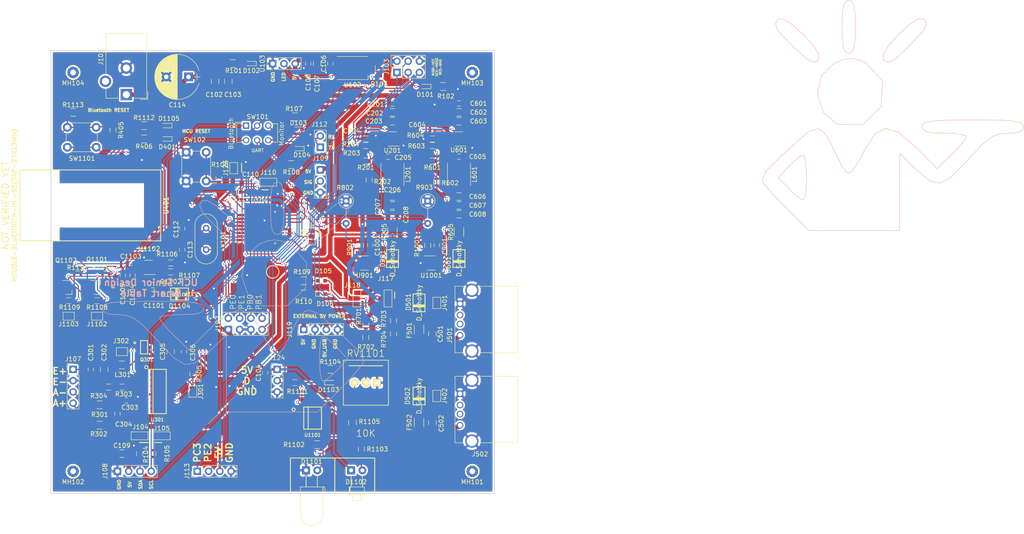
<source format=kicad_pcb>
(kicad_pcb (version 4) (host pcbnew 4.0.7)
  (layers (0 F.Cu signal) (31 B.Cu signal) (34 B.Paste user) (35 F.Paste user) (36 B.SilkS user) (37 F.SilkS user) (38 B.Mask user) (39 F.Mask user) (44 Edge.Cuts user))
  (net 0 "")
  (net 1 5V-BUS)
  (net 2 RESET)
  (net 3 GND)
  (net 4 +12V)
  (net 5 "Net-(C304-Pad1)")
  (net 6 5V_curMon+)
  (net 7 SCALE_E+)
  (net 8 5V_curMon+_USBLINE)
  (net 9 SCK)
  (net 10 "Net-(D101-Pad1)")
  (net 11 "Net-(D102-Pad2)")
  (net 12 5V_curMon-)
  (net 13 "Net-(D1101-Pad2)")
  (net 14 "Net-(D1102-Pad2)")
  (net 15 5V-BUS_USBLINE)
  (net 16 5V_curMon-_USBLINE)
  (net 17 MISO)
  (net 18 MOSI)
  (net 19 /Bluetooth/3_3V)
  (net 20 BT_EN)
  (net 21 "Net-(R1105-Pad2)")
  (net 22 BT_STATE)
  (net 23 5V_curMon_ADC)
  (net 24 5V_curMon_USBLINE_ADC)
  (net 25 SCALE_PD_SCK)
  (net 26 SCALE_DOUT)
  (net 27 SDA)
  (net 28 SCL)
  (net 29 5V1_monADC)
  (net 30 5V2_monADC)
  (net 31 LEDS_Din)
  (net 32 "Net-(C112-Pad1)")
  (net 33 "Net-(C113-Pad1)")
  (net 34 "Net-(C204-Pad1)")
  (net 35 "Net-(C205-Pad2)")
  (net 36 "Net-(C205-Pad1)")
  (net 37 "Net-(C303-Pad1)")
  (net 38 "Net-(C304-Pad2)")
  (net 39 "Net-(C501-Pad1)")
  (net 40 "Net-(C502-Pad1)")
  (net 41 "Net-(C604-Pad1)")
  (net 42 "Net-(C605-Pad2)")
  (net 43 "Net-(C605-Pad1)")
  (net 44 "Net-(C1101-Pad2)")
  (net 45 "Net-(C1103-Pad2)")
  (net 46 "Net-(D103-Pad2)")
  (net 47 "Net-(D104-Pad2)")
  (net 48 "Net-(D401-Pad2)")
  (net 49 "Net-(D501-Pad1)")
  (net 50 "Net-(D502-Pad1)")
  (net 51 "Net-(D1103-Pad2)")
  (net 52 touch_1)
  (net 53 touch_2)
  (net 54 touch_3)
  (net 55 touch_4)
  (net 56 touch_5)
  (net 57 "Net-(J104-Pad2)")
  (net 58 "Net-(J105-Pad2)")
  (net 59 "Net-(J106-Pad2)")
  (net 60 breakout_1A)
  (net 61 SCALE_A-)
  (net 62 SCALE_A+)
  (net 63 ambientLight)
  (net 64 "Net-(J110-Pad2)")
  (net 65 /TX)
  (net 66 /RX)
  (net 67 breakout_2A)
  (net 68 MCU_TX)
  (net 69 MCU_RX)
  (net 70 "Net-(J301-Pad1)")
  (net 71 "Net-(Q301-Pad1)")
  (net 72 /Bluetooth/RX_3v3)
  (net 73 B_TX)
  (net 74 /Bluetooth/TX_3v3)
  (net 75 B_RX)
  (net 76 "Net-(R103-Pad2)")
  (net 77 "Net-(R201-Pad1)")
  (net 78 "Net-(R203-Pad1)")
  (net 79 "Net-(R303-Pad2)")
  (net 80 "Net-(R601-Pad1)")
  (net 81 "Net-(R603-Pad1)")
  (net 82 "Net-(R1106-Pad1)")
  (net 83 "Net-(RV1101-Pad2)")
  (net 84 LED_Din)
  (net 85 "Net-(C110-Pad2)")
  (net 86 "Net-(D105-Pad1)")
  (net 87 "Net-(D106-Pad1)")
  (net 88 "Net-(D1105-Pad2)")
  (net 89 "Net-(J117-Pad3)")
  (net 90 "Net-(J118-Pad3)")
  (net 91 "Net-(J302-Pad1)")
  (net 92 /Bluetooth/PwrOn)
  (net 93 "Net-(R1113-Pad1)")
  (net 94 BT_KEY)
  (net 95 Motion_Signal)
  (net 96 "Net-(R1101-Pad1)")
  (net 97 /_5V_SYS)
  (net 98 /_5V_USB)
  (net 99 "Net-(R202-Pad2)")
  (net 100 "Net-(R602-Pad2)")
  (module Bluetooth:HC-05 (layer F.Cu) (at 60 85 90)
    (fp_text reference U401 (at 0 16 90) (layer F.SilkS) (effects (font (thickness 0.2))))
    (fp_text value "MOUDLE-BLUETOOTH-HC-05(34P-27X13MM)" (at 0 -18.25 90) (layer F.SilkS) (effects (font (thickness 0.2))))
    (fp_text user "NOT VERIFIED YET" (at 0 -20.25 90) (layer F.SilkS) (effects (font (size 1.5 1.5) (thickness 0.2))))
    (pad 14 smd rect (at -5.25 13.25 90) (size 1 1.8) (layers F.Cu F.Paste F.Mask))
    (pad 15 smd rect (at -3.75 13.25 90) (size 1 1.8) (layers F.Cu F.Paste F.Mask))
    (pad 16 smd rect (at -2.25 13.25 90) (size 1 1.8) (layers F.Cu F.Paste F.Mask))
    (pad 17 smd rect (at -0.75 13.25 90) (size 1 1.8) (layers F.Cu F.Paste F.Mask))
    (pad 18 smd rect (at 0.75 13.25 90) (size 1 1.8) (layers F.Cu F.Paste F.Mask))
    (pad 19 smd rect (at 2.25 13.25 90) (size 1 1.8) (layers F.Cu F.Paste F.Mask))
    (pad 20 smd rect (at 3.75 13.25 90) (size 1 1.8) (layers F.Cu F.Paste F.Mask))
    (pad 21 smd rect (at 5.25 13.25 90) (size 1 1.8) (layers F.Cu F.Paste F.Mask))
    (pad 1 smd rect (at -6.5 -6.5 180) (size 1 2) (layers F.Cu F.Paste F.Mask) (net 74 /Bluetooth/TX_3v3))
    (pad 2 smd rect (at -6.5 -5 180) (size 1 2) (layers F.Cu F.Paste F.Mask) (net 72 /Bluetooth/RX_3v3))
    (pad 3 smd rect (at -6.5 -3.5 180) (size 1 2) (layers F.Cu F.Paste F.Mask))
    (pad 4 smd rect (at -6.5 -2 180) (size 1 2) (layers F.Cu F.Paste F.Mask))
    (pad 5 smd rect (at -6.5 -0.5 180) (size 1 2) (layers F.Cu F.Paste F.Mask))
    (pad 6 smd rect (at -6.5 1 180) (size 1 2) (layers F.Cu F.Paste F.Mask))
    (pad 7 smd rect (at -6.5 2.5 180) (size 1 2) (layers F.Cu F.Paste F.Mask))
    (pad 8 smd rect (at -6.5 4 180) (size 1 2) (layers F.Cu F.Paste F.Mask))
    (pad 9 smd rect (at -6.5 5.5 180) (size 1 2) (layers F.Cu F.Paste F.Mask))
    (pad 10 smd rect (at -6.5 7 180) (size 1 2) (layers F.Cu F.Paste F.Mask))
    (pad 11 smd rect (at -6.5 8.5 180) (size 1 2) (layers F.Cu F.Paste F.Mask))
    (pad 12 smd rect (at -6.5 10 180) (size 1 2) (layers F.Cu F.Paste F.Mask) (net 19 /Bluetooth/3_3V))
    (pad 13 smd rect (at -6.5 11.5 180) (size 1 2) (layers F.Cu F.Paste F.Mask) (net 3 GND))
    (pad 22 smd rect (at 6.5 11.5 90) (size 2 1) (layers F.Cu F.Paste F.Mask) (net 3 GND))
    (pad 23 smd rect (at 6.5 10 90) (size 2 1) (layers F.Cu F.Paste F.Mask))
    (pad 24 smd rect (at 6.5 8.5 90) (size 2 1) (layers F.Cu F.Paste F.Mask))
    (pad 25 smd rect (at 6.5 7 90) (size 2 1) (layers F.Cu F.Paste F.Mask))
    (pad 26 smd rect (at 6.5 5.5 90) (size 2 1) (layers F.Cu F.Paste F.Mask))
    (pad 27 smd rect (at 6.5 4 90) (size 2 1) (layers F.Cu F.Paste F.Mask))
    (pad 28 smd rect (at 6.5 2.5 90) (size 2 1) (layers F.Cu F.Paste F.Mask))
    (pad 29 smd rect (at 6.5 1 90) (size 2 1) (layers F.Cu F.Paste F.Mask))
    (pad 30 smd rect (at 6.5 -0.5 90) (size 2 1) (layers F.Cu F.Paste F.Mask))
    (pad 31 smd rect (at 6.5 -2 90) (size 2 1) (layers F.Cu F.Paste F.Mask) (net 92 /Bluetooth/PwrOn))
    (pad 32 smd rect (at 6.5 -3.5 90) (size 2 1) (layers F.Cu F.Paste F.Mask) (net 22 BT_STATE))
    (pad 33 smd rect (at 6.5 -5 90) (size 2 1) (layers F.Cu F.Paste F.Mask))
    (pad 34 smd rect (at 6.5 -6.5 90) (size 2 1) (layers F.Cu F.Paste F.Mask) (net 93 "Net-(R1113-Pad1)"))
  )
  (module Capacitors_SMD:C_0603 (layer F.Cu) (at 108 53 90)
    (fp_text reference C108 (at -4.25 0 90) (layer F.SilkS))
    (fp_text value 0.1uF)
    (pad 2 smd rect (at 0.75 0 90) (size 0.8 0.75) (layers F.Cu F.Paste F.Mask) (net 15 5V-BUS_USBLINE))
    (pad 1 smd rect (at -0.75 0 90) (size 0.8 0.75) (layers F.Cu F.Paste F.Mask) (net 3 GND))
  )
  (module Capacitors_SMD:C_0603 (layer F.Cu) (at 113 53 90)
    (fp_text reference C106 (at 0 -1.5 90) (layer F.SilkS))
    (fp_text value 0.1uF)
    (pad 2 smd rect (at 0.75 0 90) (size 0.8 0.75) (layers F.Cu F.Paste F.Mask) (net 15 5V-BUS_USBLINE))
    (pad 1 smd rect (at -0.75 0 90) (size 0.8 0.75) (layers F.Cu F.Paste F.Mask) (net 3 GND))
  )
  (module Capacitors_SMD:C_0603 (layer F.Cu) (at 127 62)
    (fp_text reference C201 (at -3.8 0.2) (layer F.SilkS))
    (fp_text value 0.1uF)
    (pad 2 smd rect (at 0.75 0) (size 0.8 0.75) (layers F.Cu F.Paste F.Mask) (net 3 GND))
    (pad 1 smd rect (at -0.75 0) (size 0.8 0.75) (layers F.Cu F.Paste F.Mask) (net 4 +12V))
  )
  (module Capacitors_SMD:C_0603 (layer F.Cu) (at 126 74)
    (fp_text reference C205 (at 3.4 0.2) (layer F.SilkS))
    (fp_text value 0.1uF)
    (pad 2 smd rect (at 0.75 0) (size 0.8 0.75) (layers F.Cu F.Paste F.Mask) (net 35 "Net-(C205-Pad2)"))
    (pad 1 smd rect (at -0.75 0) (size 0.8 0.75) (layers F.Cu F.Paste F.Mask) (net 36 "Net-(C205-Pad1)"))
  )
  (module Capacitors_SMD:C_0603 (layer F.Cu) (at 59 122 270)
    (fp_text reference C301 (at -3.8 0 270) (layer F.SilkS))
    (fp_text value 0.1uF)
    (pad 2 smd rect (at 0.75 0 270) (size 0.8 0.75) (layers F.Cu F.Paste F.Mask) (net 3 GND))
    (pad 1 smd rect (at -0.75 0 270) (size 0.8 0.75) (layers F.Cu F.Paste F.Mask) (net 7 SCALE_E+))
  )
  (module Capacitors_SMD:C_0603 (layer F.Cu) (at 67 129 180)
    (fp_text reference C303 (at -0.8 -1.6 180) (layer F.SilkS))
    (fp_text value 0.1uF)
    (pad 2 smd rect (at 0.75 0 180) (size 0.8 0.75) (layers F.Cu F.Paste F.Mask) (net 3 GND))
    (pad 1 smd rect (at -0.75 0 180) (size 0.8 0.75) (layers F.Cu F.Paste F.Mask) (net 37 "Net-(C303-Pad1)"))
  )
  (module Capacitors_SMD:C_0603 (layer F.Cu) (at 65 132 270)
    (fp_text reference C304 (at 2.4 -1.4 360) (layer F.SilkS))
    (fp_text value 0.1uF)
    (pad 2 smd rect (at 0.75 0 270) (size 0.8 0.75) (layers F.Cu F.Paste F.Mask) (net 38 "Net-(C304-Pad2)"))
    (pad 1 smd rect (at -0.75 0 270) (size 0.8 0.75) (layers F.Cu F.Paste F.Mask) (net 5 "Net-(C304-Pad1)"))
  )
  (module Capacitors_SMD:C_0603 (layer F.Cu) (at 142 62)
    (fp_text reference C601 (at 4.4 0) (layer F.SilkS))
    (fp_text value 0.1uF)
    (pad 2 smd rect (at 0.75 0) (size 0.8 0.75) (layers F.Cu F.Paste F.Mask) (net 3 GND))
    (pad 1 smd rect (at -0.75 0) (size 0.8 0.75) (layers F.Cu F.Paste F.Mask) (net 4 +12V))
  )
  (module Capacitors_SMD:C_0603 (layer F.Cu) (at 142 74)
    (fp_text reference C605 (at 4.2 0) (layer F.SilkS))
    (fp_text value 0.1uF)
    (pad 2 smd rect (at 0.75 0) (size 0.8 0.75) (layers F.Cu F.Paste F.Mask) (net 42 "Net-(C605-Pad2)"))
    (pad 1 smd rect (at -0.75 0) (size 0.8 0.75) (layers F.Cu F.Paste F.Mask) (net 43 "Net-(C605-Pad1)"))
  )
  (module Capacitors_SMD:C_0603 (layer F.Cu) (at 137 94 90)
    (fp_text reference C901 (at -0.2 1.8 90) (layer F.SilkS))
    (fp_text value 0.1uF)
    (pad 2 smd rect (at 0.75 0 90) (size 0.8 0.75) (layers F.Cu F.Paste F.Mask) (net 3 GND))
    (pad 1 smd rect (at -0.75 0 90) (size 0.8 0.75) (layers F.Cu F.Paste F.Mask) (net 1 5V-BUS))
  )
  (module Capacitors_SMD:C_0603 (layer F.Cu) (at 122 94 90)
    (fp_text reference C1001 (at 0 1.6 90) (layer F.SilkS))
    (fp_text value 0.1uF)
    (pad 2 smd rect (at 0.75 0 90) (size 0.8 0.75) (layers F.Cu F.Paste F.Mask) (net 3 GND))
    (pad 1 smd rect (at -0.75 0 90) (size 0.8 0.75) (layers F.Cu F.Paste F.Mask) (net 1 5V-BUS))
  )
  (module Fuse_Holders_and_Fuses:Fuse_SMD1206_Reflow (layer F.Cu) (at 133 113 270)
    (fp_text reference F501 (at 0.2 2.2 270) (layer F.SilkS))
    (fp_text value Polyfuse)
    (pad 1 smd rect (at -1.2 0) (size 2.03 1.14) (layers F.Cu F.Paste F.Mask) (net 49 "Net-(D501-Pad1)"))
    (pad 2 smd rect (at 1.2 0) (size 2.03 1.14) (layers F.Cu F.Paste F.Mask) (net 39 "Net-(C501-Pad1)"))
  )
  (module Fuse_Holders_and_Fuses:Fuse_SMD1206_Reflow (layer F.Cu) (at 133 134 270)
    (fp_text reference F502 (at 0 2.2 270) (layer F.SilkS))
    (fp_text value Polyfuse)
    (pad 1 smd rect (at -1.2 0) (size 2.03 1.14) (layers F.Cu F.Paste F.Mask) (net 50 "Net-(D502-Pad1)"))
    (pad 2 smd rect (at 1.2 0) (size 2.03 1.14) (layers F.Cu F.Paste F.Mask) (net 40 "Net-(C502-Pad1)"))
  )
  (module Connectors:GS2 (layer F.Cu) (at 82 127)
    (fp_text reference J301 (at 1.78 0 90) (layer F.SilkS))
    (fp_text value GS2)
    (pad 1 smd rect (at 0 -0.64) (size 1.27 0.97) (layers F.Cu F.Paste F.Mask) (net 70 "Net-(J301-Pad1)"))
    (pad 2 smd rect (at 0 0.64) (size 1.27 0.97) (layers F.Cu F.Paste F.Mask) (net 3 GND))
  )
  (module Connectors:USB_A (layer F.Cu) (at 142.24 114.3 90)
    (fp_text reference J501 (at 0 -2.35 90) (layer F.SilkS))
    (fp_text value USB_A)
    (pad 4 thru_hole circle (at 7.11 0) (size 1.5 1.5) (drill 1) (layers *.Cu *.Mask) (net 3 GND))
    (pad 3 thru_hole circle (at 4.57 0) (size 1.5 1.5) (drill 1) (layers *.Cu *.Mask))
    (pad 2 thru_hole circle (at 2.54 0) (size 1.5 1.5) (drill 1) (layers *.Cu *.Mask))
    (pad 1 thru_hole circle (at 0 0) (size 1.5 1.5) (drill 1) (layers *.Cu *.Mask) (net 39 "Net-(C501-Pad1)"))
    (pad 5 thru_hole circle (at 10.16 2.67) (size 3 3) (drill 2.3) (layers *.Cu *.Mask) (net 3 GND))
    (pad 5 thru_hole circle (at -3.56 2.67) (size 3 3) (drill 2.3) (layers *.Cu *.Mask) (net 3 GND))
  )
  (module Connectors:USB_A (layer F.Cu) (at 142.24 134.62 90)
    (fp_text reference J502 (at -6.5 4.5 180) (layer F.SilkS))
    (fp_text value USB_A)
    (pad 4 thru_hole circle (at 7.11 0) (size 1.5 1.5) (drill 1) (layers *.Cu *.Mask) (net 3 GND))
    (pad 3 thru_hole circle (at 4.57 0) (size 1.5 1.5) (drill 1) (layers *.Cu *.Mask))
    (pad 2 thru_hole circle (at 2.54 0) (size 1.5 1.5) (drill 1) (layers *.Cu *.Mask))
    (pad 1 thru_hole circle (at 0 0) (size 1.5 1.5) (drill 1) (layers *.Cu *.Mask) (net 40 "Net-(C502-Pad1)"))
    (pad 5 thru_hole circle (at 10.16 2.67) (size 3 3) (drill 2.3) (layers *.Cu *.Mask) (net 3 GND))
    (pad 5 thru_hole circle (at -3.56 2.67) (size 3 3) (drill 2.3) (layers *.Cu *.Mask) (net 3 GND))
  )
  (module sot:SOT23 (layer F.Cu) (at 71 117)
    (fp_text reference Q301 (at 0.6 2.8) (layer F.SilkS) (effects (font (size 0.762 0.762) (thickness 0.1524))))
    (fp_text value MMBT4403 hide)
    (pad 1 smd rect (at -1.1 -0.95) (size 1.06 0.65) (layers F.Cu F.Paste F.Mask) (net 71 "Net-(Q301-Pad1)"))
    (pad 3 smd rect (at 1.1 0) (size 1.06 0.65) (layers F.Cu F.Paste F.Mask) (net 1 5V-BUS))
    (pad 2 smd rect (at -1.1 0.95) (size 1.06 0.65) (layers F.Cu F.Paste F.Mask) (net 91 "Net-(J302-Pad1)"))
  )
  (module Resistors_SMD:R_0603 (layer F.Cu) (at 121 75 180)
    (fp_text reference R201 (at 0 -1.45 180) (layer F.SilkS))
    (fp_text value 10k)
    (pad 1 smd rect (at -0.75 0 180) (size 0.5 0.9) (layers F.Cu F.Paste F.Mask) (net 77 "Net-(R201-Pad1)"))
    (pad 2 smd rect (at 0.75 0 180) (size 0.5 0.9) (layers F.Cu F.Paste F.Mask) (net 4 +12V))
  )
  (module Resistors_SMD:R_0603 (layer F.Cu) (at 121.75 79.25 90)
    (fp_text reference R202 (at -0.4 3 180) (layer F.SilkS))
    (fp_text value 100k)
    (pad 1 smd rect (at -0.75 0 90) (size 0.5 0.9) (layers F.Cu F.Paste F.Mask) (net 6 5V_curMon+))
    (pad 2 smd rect (at 0.75 0 90) (size 0.5 0.9) (layers F.Cu F.Paste F.Mask) (net 99 "Net-(R202-Pad2)"))
  )
  (module Resistors_SMD:R_0603 (layer F.Cu) (at 121 71.5 180)
    (fp_text reference R203 (at 3.2 -1.7 180) (layer F.SilkS))
    (fp_text value 59k)
    (pad 1 smd rect (at -0.75 0 180) (size 0.5 0.9) (layers F.Cu F.Paste F.Mask) (net 78 "Net-(R203-Pad1)"))
    (pad 2 smd rect (at 0.75 0 180) (size 0.5 0.9) (layers F.Cu F.Paste F.Mask) (net 6 5V_curMon+))
  )
  (module Resistors_SMD:R_0603 (layer F.Cu) (at 121 70)
    (fp_text reference R204 (at -3.4 1.2) (layer F.SilkS))
    (fp_text value 10k_FB)
    (pad 1 smd rect (at -0.75 0) (size 0.5 0.9) (layers F.Cu F.Paste F.Mask) (net 3 GND))
    (pad 2 smd rect (at 0.75 0) (size 0.5 0.9) (layers F.Cu F.Paste F.Mask) (net 78 "Net-(R203-Pad1)"))
  )
  (module Resistors_SMD:R_0603 (layer F.Cu) (at 66 126 180)
    (fp_text reference R303 (at -0.4 -1.6 180) (layer F.SilkS))
    (fp_text value 20K)
    (pad 1 smd rect (at -0.75 0 180) (size 0.5 0.9) (layers F.Cu F.Paste F.Mask) (net 91 "Net-(J302-Pad1)"))
    (pad 2 smd rect (at 0.75 0 180) (size 0.5 0.9) (layers F.Cu F.Paste F.Mask) (net 79 "Net-(R303-Pad2)"))
  )
  (module Resistors_SMD:R_0603 (layer F.Cu) (at 63 126 180)
    (fp_text reference R304 (at 2.2 -2 180) (layer F.SilkS))
    (fp_text value 8.2K)
    (pad 1 smd rect (at -0.75 0 180) (size 0.5 0.9) (layers F.Cu F.Paste F.Mask) (net 79 "Net-(R303-Pad2)"))
    (pad 2 smd rect (at 0.75 0 180) (size 0.5 0.9) (layers F.Cu F.Paste F.Mask) (net 3 GND))
  )
  (module Resistors_SMD:R_0603 (layer F.Cu) (at 82 123 270)
    (fp_text reference R305 (at 0 -1.45 270) (layer F.SilkS))
    (fp_text value 10K)
    (pad 1 smd rect (at -0.75 0 270) (size 0.5 0.9) (layers F.Cu F.Paste F.Mask) (net 1 5V-BUS))
    (pad 2 smd rect (at 0.75 0 270) (size 0.5 0.9) (layers F.Cu F.Paste F.Mask) (net 70 "Net-(J301-Pad1)"))
  )
  (module Resistors_SMD:R_0603 (layer F.Cu) (at 64 68 90)
    (fp_text reference R405 (at 0 1.8 90) (layer F.SilkS))
    (fp_text value 10K)
    (pad 1 smd rect (at -0.75 0 90) (size 0.5 0.9) (layers F.Cu F.Paste F.Mask) (net 3 GND))
    (pad 2 smd rect (at 0.75 0 90) (size 0.5 0.9) (layers F.Cu F.Paste F.Mask) (net 93 "Net-(R1113-Pad1)"))
  )
  (module Resistors_SMD:R_0603 (layer F.Cu) (at 105 125 180)
    (fp_text reference R1101 (at -0.6 -2 180) (layer F.SilkS))
    (fp_text value 10k)
    (pad 1 smd rect (at -0.75 0 180) (size 0.5 0.9) (layers F.Cu F.Paste F.Mask) (net 96 "Net-(R1101-Pad1)"))
    (pad 2 smd rect (at 0.75 0 180) (size 0.5 0.9) (layers F.Cu F.Paste F.Mask) (net 95 Motion_Signal))
  )
  (module Resistors_SMD:R_0603 (layer F.Cu) (at 120 140 90)
    (fp_text reference R1103 (at 0 3.6 180) (layer F.SilkS))
    (fp_text value 54.9K)
    (pad 1 smd rect (at -0.75 0 90) (size 0.5 0.9) (layers F.Cu F.Paste F.Mask) (net 14 "Net-(D1102-Pad2)"))
    (pad 2 smd rect (at 0.75 0 90) (size 0.5 0.9) (layers F.Cu F.Paste F.Mask) (net 3 GND))
  )
  (module Resistors_SMD:R_0603 (layer F.Cu) (at 136 75 180)
    (fp_text reference R601 (at 0 -1.45 180) (layer F.SilkS))
    (fp_text value 10k)
    (pad 1 smd rect (at -0.75 0 180) (size 0.5 0.9) (layers F.Cu F.Paste F.Mask) (net 80 "Net-(R601-Pad1)"))
    (pad 2 smd rect (at 0.75 0 180) (size 0.5 0.9) (layers F.Cu F.Paste F.Mask) (net 4 +12V))
  )
  (module Resistors_SMD:R_0603 (layer F.Cu) (at 137 79.75 90)
    (fp_text reference R602 (at -0.2 3 180) (layer F.SilkS))
    (fp_text value 100k)
    (pad 1 smd rect (at -0.75 0 90) (size 0.5 0.9) (layers F.Cu F.Paste F.Mask) (net 8 5V_curMon+_USBLINE))
    (pad 2 smd rect (at 0.75 0 90) (size 0.5 0.9) (layers F.Cu F.Paste F.Mask) (net 100 "Net-(R602-Pad2)"))
  )
  (module Resistors_SMD:R_0603 (layer F.Cu) (at 136 71.5 180)
    (fp_text reference R603 (at 3.6 -0.1 180) (layer F.SilkS))
    (fp_text value 59k)
    (pad 1 smd rect (at -0.75 0 180) (size 0.5 0.9) (layers F.Cu F.Paste F.Mask) (net 81 "Net-(R603-Pad1)"))
    (pad 2 smd rect (at 0.75 0 180) (size 0.5 0.9) (layers F.Cu F.Paste F.Mask) (net 8 5V_curMon+_USBLINE))
  )
  (module Resistors_SMD:R_0603 (layer F.Cu) (at 136 70)
    (fp_text reference R604 (at -3.8 -0.8) (layer F.SilkS))
    (fp_text value 10k_FB)
    (pad 1 smd rect (at -0.75 0) (size 0.5 0.9) (layers F.Cu F.Paste F.Mask) (net 3 GND))
    (pad 2 smd rect (at 0.75 0) (size 0.5 0.9) (layers F.Cu F.Paste F.Mask) (net 81 "Net-(R603-Pad1)"))
  )
  (module Resistors_SMD:R_0603 (layer F.Cu) (at 119.75 94 270)
    (fp_text reference R901 (at 0.4 2.4 270) (layer F.SilkS))
    (fp_text value 10K)
    (pad 1 smd rect (at -0.75 0 270) (size 0.5 0.9) (layers F.Cu F.Paste F.Mask) (net 3 GND))
    (pad 2 smd rect (at 0.75 0 270) (size 0.5 0.9) (layers F.Cu F.Paste F.Mask) (net 23 5V_curMon_ADC))
  )
  (module Resistors_SMD:R_0603 (layer F.Cu) (at 134.95 94 270)
    (fp_text reference R1001 (at 0.2 2.4 270) (layer F.SilkS))
    (fp_text value 10K)
    (pad 1 smd rect (at -0.75 0 270) (size 0.5 0.9) (layers F.Cu F.Paste F.Mask) (net 3 GND))
    (pad 2 smd rect (at 0.75 0 270) (size 0.5 0.9) (layers F.Cu F.Paste F.Mask) (net 24 5V_curMon_USBLINE_ADC))
  )
  (module TO_SOT_Packages_SMD:SOT-23-8 (layer F.Cu) (at 127 70 180)
    (fp_text reference U201 (at 0 -2.6 180) (layer F.SilkS))
    (fp_text value TPS563210ADDFT)
    (pad 1 smd rect (at -1.1 -0.98 180) (size 1.06 0.4) (layers F.Cu F.Paste F.Mask) (net 3 GND))
    (pad 2 smd rect (at -1.1 -0.33 180) (size 1.06 0.4) (layers F.Cu F.Paste F.Mask) (net 35 "Net-(C205-Pad2)"))
    (pad 3 smd rect (at -1.1 0.33 180) (size 1.06 0.4) (layers F.Cu F.Paste F.Mask) (net 4 +12V))
    (pad 4 smd rect (at -1.1 0.98 180) (size 1.06 0.4) (layers F.Cu F.Paste F.Mask) (net 99 "Net-(R202-Pad2)"))
    (pad 5 smd rect (at 1.1 0.98 180) (size 1.06 0.4) (layers F.Cu F.Paste F.Mask) (net 34 "Net-(C204-Pad1)"))
    (pad 6 smd rect (at 1.1 0.33 180) (size 1.06 0.4) (layers F.Cu F.Paste F.Mask) (net 78 "Net-(R203-Pad1)"))
    (pad 7 smd rect (at 1.1 -0.33 180) (size 1.06 0.4) (layers F.Cu F.Paste F.Mask) (net 77 "Net-(R201-Pad1)"))
    (pad 8 smd rect (at 1.1 -0.98 180) (size 1.06 0.4) (layers F.Cu F.Paste F.Mask) (net 36 "Net-(C205-Pad1)"))
  )
  (module soic:SOIC8 (layer F.Cu) (at 109 133)
    (fp_text reference U1101 (at 0 3.81) (layer F.SilkS) (effects (font (size 0.762 0.762) (thickness 0.1524))))
    (fp_text value LM358_IC hide)
    (pad 1 smd rect (at -2.7 -1.905) (size 1.55 0.6) (layers F.Cu F.Paste F.Mask) (net 96 "Net-(R1101-Pad1)"))
    (pad 2 smd rect (at -2.7 -0.635) (size 1.55 0.6) (layers F.Cu F.Paste F.Mask) (net 83 "Net-(RV1101-Pad2)"))
    (pad 3 smd rect (at -2.7 0.635) (size 1.55 0.6) (layers F.Cu F.Paste F.Mask) (net 14 "Net-(D1102-Pad2)"))
    (pad 4 smd rect (at -2.7 1.905) (size 1.55 0.6) (layers F.Cu F.Paste F.Mask) (net 3 GND))
    (pad 5 smd rect (at 2.7 1.905) (size 1.55 0.6) (layers F.Cu F.Paste F.Mask))
    (pad 6 smd rect (at 2.7 0.635) (size 1.55 0.6) (layers F.Cu F.Paste F.Mask))
    (pad 7 smd rect (at 2.7 -0.635) (size 1.55 0.6) (layers F.Cu F.Paste F.Mask))
    (pad 8 smd rect (at 2.7 -1.905) (size 1.55 0.6) (layers F.Cu F.Paste F.Mask) (net 1 5V-BUS))
  )
  (module TO_SOT_Packages_SMD:SOT-23-8 (layer F.Cu) (at 142 70 180)
    (fp_text reference U601 (at 0 -2.5 180) (layer F.SilkS))
    (fp_text value TPS563210ADDFT)
    (pad 1 smd rect (at -1.1 -0.98 180) (size 1.06 0.4) (layers F.Cu F.Paste F.Mask) (net 3 GND))
    (pad 2 smd rect (at -1.1 -0.33 180) (size 1.06 0.4) (layers F.Cu F.Paste F.Mask) (net 42 "Net-(C605-Pad2)"))
    (pad 3 smd rect (at -1.1 0.33 180) (size 1.06 0.4) (layers F.Cu F.Paste F.Mask) (net 4 +12V))
    (pad 4 smd rect (at -1.1 0.98 180) (size 1.06 0.4) (layers F.Cu F.Paste F.Mask) (net 100 "Net-(R602-Pad2)"))
    (pad 5 smd rect (at 1.1 0.98 180) (size 1.06 0.4) (layers F.Cu F.Paste F.Mask) (net 41 "Net-(C604-Pad1)"))
    (pad 6 smd rect (at 1.1 0.33 180) (size 1.06 0.4) (layers F.Cu F.Paste F.Mask) (net 81 "Net-(R603-Pad1)"))
    (pad 7 smd rect (at 1.1 -0.33 180) (size 1.06 0.4) (layers F.Cu F.Paste F.Mask) (net 80 "Net-(R601-Pad1)"))
    (pad 8 smd rect (at 1.1 -0.98 180) (size 1.06 0.4) (layers F.Cu F.Paste F.Mask) (net 43 "Net-(C605-Pad1)"))
  )
  (module Connectors:Pin_d1.3mm_L11.0mm (layer F.Cu) (at 145 145)
    (fp_text reference MH101 (at 0 2.4) (layer F.SilkS))
    (fp_text value "Mounting Hole")
    (pad 1 thru_hole circle (at 0 0) (size 2.6 2.6) (drill 1.3) (layers *.Cu *.Mask))
  )
  (module Connectors:Pin_d1.3mm_L11.0mm (layer F.Cu) (at 55 145)
    (fp_text reference MH102 (at 0 2.4) (layer F.SilkS))
    (fp_text value "Mounting Hole")
    (pad 1 thru_hole circle (at 0 0) (size 2.6 2.6) (drill 1.3) (layers *.Cu *.Mask))
  )
  (module Connectors:Pin_d1.3mm_L11.0mm (layer F.Cu) (at 145 55)
    (fp_text reference MH103 (at 0 2.4) (layer F.SilkS))
    (fp_text value "Mounting Hole")
    (pad 1 thru_hole circle (at 0 0) (size 2.6 2.6) (drill 1.3) (layers *.Cu *.Mask))
  )
  (module Connectors:Pin_d1.3mm_L11.0mm (layer F.Cu) (at 55 55)
    (fp_text reference MH104 (at 0 2.4) (layer F.SilkS))
    (fp_text value "Mounting Hole")
    (pad 1 thru_hole circle (at 0 0) (size 2.6 2.6) (drill 1.3) (layers *.Cu *.Mask))
  )
  (module Capacitors_SMD:C_0603 (layer F.Cu) (at 80 118 90)
    (fp_text reference C306 (at -0.2 2 90) (layer F.SilkS))
    (fp_text value 0.1uF)
    (pad 2 smd rect (at 0.75 0 90) (size 0.8 0.75) (layers F.Cu F.Paste F.Mask) (net 3 GND))
    (pad 1 smd rect (at -0.75 0 90) (size 0.8 0.75) (layers F.Cu F.Paste F.Mask) (net 1 5V-BUS))
  )
  (module Connectors:Barrel_Jack_CUI_PJ-102AH (layer F.Cu) (at 67 60 180)
    (fp_text reference J101 (at 5.75 8.45 270) (layer F.SilkS))
    (fp_text value BARREL_JACK)
    (pad 1 thru_hole rect (at 0 0 180) (size 2.6 2.6) (drill 1.6) (layers *.Cu *.Mask) (net 4 +12V))
    (pad 2 thru_hole circle (at 0 6 180) (size 2.6 2.6) (drill 1.6) (layers *.Cu *.Mask) (net 3 GND))
    (pad 3 thru_hole circle (at 4.7 3 180) (size 2.6 2.6) (drill 1.6) (layers *.Cu *.Mask))
  )
  (module Pin_Headers:Pin_Header_Straight_1x04_Pitch2.54mm (layer F.Cu) (at 65 145 90)
    (fp_text reference J108 (at 0 -2.8 90) (layer F.SilkS))
    (fp_text value Smraza2004_LCD)
    (pad 1 thru_hole rect (at 0 0 90) (size 1.7 1.7) (drill 1) (layers *.Cu *.Mask) (net 3 GND))
    (pad 2 thru_hole oval (at 0 2.54 90) (size 1.7 1.7) (drill 1) (layers *.Cu *.Mask) (net 1 5V-BUS))
    (pad 3 thru_hole oval (at 0 5.08 90) (size 1.7 1.7) (drill 1) (layers *.Cu *.Mask) (net 27 SDA))
    (pad 4 thru_hole oval (at 0 7.62 90) (size 1.7 1.7) (drill 1) (layers *.Cu *.Mask) (net 28 SCL))
  )
  (module Pin_Headers:Pin_Header_Straight_2x04_Pitch2.54mm (layer F.Cu) (at 90 113 90)
    (fp_text reference J102 (at 1.27 -2.33 90) (layer F.SilkS))
    (fp_text value "touch(8pos) AT42QT1070 STANDALONE")
    (pad 1 thru_hole rect (at 0 0 90) (size 1.7 1.7) (drill 1) (layers *.Cu *.Mask) (net 1 5V-BUS))
    (pad 2 thru_hole oval (at 2.54 0 90) (size 1.7 1.7) (drill 1) (layers *.Cu *.Mask) (net 55 touch_4))
    (pad 3 thru_hole oval (at 0 2.54 90) (size 1.7 1.7) (drill 1) (layers *.Cu *.Mask) (net 3 GND))
    (pad 4 thru_hole oval (at 2.54 2.54 90) (size 1.7 1.7) (drill 1) (layers *.Cu *.Mask) (net 56 touch_5))
    (pad 5 thru_hole oval (at 0 5.08 90) (size 1.7 1.7) (drill 1) (layers *.Cu *.Mask) (net 3 GND))
    (pad 6 thru_hole oval (at 2.54 5.08 90) (size 1.7 1.7) (drill 1) (layers *.Cu *.Mask) (net 52 touch_1))
    (pad 7 thru_hole oval (at 0 7.62 90) (size 1.7 1.7) (drill 1) (layers *.Cu *.Mask) (net 54 touch_3))
    (pad 8 thru_hole oval (at 2.54 7.62 90) (size 1.7 1.7) (drill 1) (layers *.Cu *.Mask) (net 53 touch_2))
  )
  (module Inductors_SMD:L_0805 (layer F.Cu) (at 66 121)
    (fp_text reference L301 (at 0.2 2.2) (layer F.SilkS))
    (fp_text value 3.3uH)
    (pad 1 smd rect (at -0.95 0) (size 0.7 1.3) (layers F.Cu F.Paste F.Mask) (net 7 SCALE_E+))
    (pad 2 smd rect (at 0.95 0) (size 0.7 1.3) (layers F.Cu F.Paste F.Mask) (net 91 "Net-(J302-Pad1)"))
  )
  (module Resistors_SMD:R_0603 (layer F.Cu) (at 121 112 270)
    (fp_text reference R701 (at -2 1.6 270) (layer F.SilkS))
    (fp_text value 10k)
    (pad 1 smd rect (at -0.75 0 270) (size 0.5 0.9) (layers F.Cu F.Paste F.Mask) (net 1 5V-BUS))
    (pad 2 smd rect (at 0.75 0 270) (size 0.5 0.9) (layers F.Cu F.Paste F.Mask) (net 29 5V1_monADC))
  )
  (module Resistors_SMD:R_0603 (layer F.Cu) (at 121 114.75 270)
    (fp_text reference R702 (at 2.2 0 360) (layer F.SilkS))
    (fp_text value 10k)
    (pad 1 smd rect (at -0.75 0 270) (size 0.5 0.9) (layers F.Cu F.Paste F.Mask) (net 29 5V1_monADC))
    (pad 2 smd rect (at 0.75 0 270) (size 0.5 0.9) (layers F.Cu F.Paste F.Mask) (net 3 GND))
  )
  (module Resistors_SMD:R_0603 (layer F.Cu) (at 127.25 111 270)
    (fp_text reference R703 (at -0.4 2.2 270) (layer F.SilkS))
    (fp_text value 10k)
    (pad 1 smd rect (at -0.75 0 270) (size 0.5 0.9) (layers F.Cu F.Paste F.Mask) (net 15 5V-BUS_USBLINE))
    (pad 2 smd rect (at 0.75 0 270) (size 0.5 0.9) (layers F.Cu F.Paste F.Mask) (net 30 5V2_monADC))
  )
  (module Resistors_SMD:R_0603 (layer F.Cu) (at 127.25 114 270)
    (fp_text reference R704 (at 1.2 2.2 270) (layer F.SilkS))
    (fp_text value 10k)
    (pad 1 smd rect (at -0.75 0 270) (size 0.5 0.9) (layers F.Cu F.Paste F.Mask) (net 30 5V2_monADC))
    (pad 2 smd rect (at 0.75 0 270) (size 0.5 0.9) (layers F.Cu F.Paste F.Mask) (net 3 GND))
  )
  (module LEDs:LED_WS2812B-PLCC4 (layer F.Cu) (at 118 54)
    (fp_text reference U102 (at 0 3.8) (layer F.SilkS))
    (fp_text value WS2812B)
    (pad 3 smd rect (at 2.5 1.6) (size 1.6 1) (layers F.Cu F.Paste F.Mask) (net 3 GND))
    (pad 4 smd rect (at 2.5 -1.6) (size 1.6 1) (layers F.Cu F.Paste F.Mask) (net 76 "Net-(R103-Pad2)"))
    (pad 2 smd rect (at -2.5 1.6) (size 1.6 1) (layers F.Cu F.Paste F.Mask) (net 31 LEDS_Din))
    (pad 1 smd rect (at -2.5 -1.6) (size 1.6 1) (layers F.Cu F.Paste F.Mask) (net 15 5V-BUS_USBLINE))
  )
  (module Pin_Headers:Pin_Header_Straight_1x03_Pitch2.54mm (layer F.Cu) (at 100 53 90)
    (fp_text reference U103 (at 0 -2.33 90) (layer F.SilkS))
    (fp_text value WS2812B_STRIP)
    (pad 1 thru_hole rect (at 0 0 90) (size 1.7 1.7) (drill 1) (layers *.Cu *.Mask) (net 3 GND))
    (pad 2 thru_hole oval (at 0 2.54 90) (size 1.7 1.7) (drill 1) (layers *.Cu *.Mask) (net 31 LEDS_Din))
    (pad 3 thru_hole oval (at 0 5.08 90) (size 1.7 1.7) (drill 1) (layers *.Cu *.Mask) (net 15 5V-BUS_USBLINE))
  )
  (module LEDs:LED_D5.0mm_Horizontal_O3.81mm_Z3.0mm (layer F.Cu) (at 107.52 144.78)
    (fp_text reference D1101 (at 1.27 -1.96) (layer F.SilkS))
    (fp_text value IR204A)
    (pad 1 thru_hole rect (at 0 0) (size 1.8 1.8) (drill 0.9) (layers *.Cu *.Mask) (net 3 GND))
    (pad 2 thru_hole circle (at 2.54 0) (size 1.8 1.8) (drill 0.9) (layers *.Cu *.Mask) (net 13 "Net-(D1101-Pad2)"))
  )
  (module LEDs:LED_D1.8mm_W1.8mm_H2.4mm_Horizontal_O3.81mm_Z4.9mm (layer F.Cu) (at 117.68 144.78)
    (fp_text reference D1102 (at 1.12 2.62) (layer F.SilkS))
    (fp_text value D_Photo)
    (pad 1 thru_hole rect (at 0 0) (size 1.8 1.8) (drill 0.9) (layers *.Cu *.Mask) (net 1 5V-BUS))
    (pad 2 thru_hole circle (at 2.54 0) (size 1.8 1.8) (drill 0.9) (layers *.Cu *.Mask) (net 14 "Net-(D1102-Pad2)"))
  )
  (module Capacitors_SMD:C_0805 (layer F.Cu) (at 87 57 270)
    (fp_text reference C102 (at 3 0.2 360) (layer F.SilkS))
    (fp_text value 10uF)
    (pad 1 smd rect (at -1 0 270) (size 1 1.25) (layers F.Cu F.Paste F.Mask) (net 4 +12V))
    (pad 2 smd rect (at 1 0 270) (size 1 1.25) (layers F.Cu F.Paste F.Mask) (net 3 GND))
  )
  (module Capacitors_SMD:C_0805 (layer F.Cu) (at 90 57 270)
    (fp_text reference C103 (at 3 -1 360) (layer F.SilkS))
    (fp_text value 10uF)
    (pad 1 smd rect (at -1 0 270) (size 1 1.25) (layers F.Cu F.Paste F.Mask) (net 4 +12V))
    (pad 2 smd rect (at 1 0 270) (size 1 1.25) (layers F.Cu F.Paste F.Mask) (net 3 GND))
  )
  (module Capacitors_SMD:C_0805 (layer F.Cu) (at 110 53 90)
    (fp_text reference C107 (at -4.5 0 90) (layer F.SilkS))
    (fp_text value 10uF)
    (pad 1 smd rect (at -1 0 90) (size 1 1.25) (layers F.Cu F.Paste F.Mask) (net 3 GND))
    (pad 2 smd rect (at 1 0 90) (size 1 1.25) (layers F.Cu F.Paste F.Mask) (net 15 5V-BUS_USBLINE))
  )
  (module Capacitors_SMD:C_0805 (layer F.Cu) (at 66 141 180)
    (fp_text reference C109 (at 0 1.8 180) (layer F.SilkS))
    (fp_text value 10uF)
    (pad 1 smd rect (at -1 0 180) (size 1 1.25) (layers F.Cu F.Paste F.Mask) (net 1 5V-BUS))
    (pad 2 smd rect (at 1 0 180) (size 1 1.25) (layers F.Cu F.Paste F.Mask) (net 3 GND))
  )
  (module Capacitors_SMD:C_0805 (layer F.Cu) (at 92 80 180)
    (fp_text reference C110 (at -3 2 180) (layer F.SilkS))
    (fp_text value 10uF)
    (pad 1 smd rect (at -1 0 180) (size 1 1.25) (layers F.Cu F.Paste F.Mask) (net 3 GND))
    (pad 2 smd rect (at 1 0 180) (size 1 1.25) (layers F.Cu F.Paste F.Mask) (net 85 "Net-(C110-Pad2)"))
  )
  (module Capacitors_SMD:C_0603 (layer F.Cu) (at 92 82 180)
    (fp_text reference C111 (at 0 -1.5 180) (layer F.SilkS))
    (fp_text value 0.1uF)
    (pad 2 smd rect (at 0.75 0 180) (size 0.8 0.75) (layers F.Cu F.Paste F.Mask) (net 85 "Net-(C110-Pad2)"))
    (pad 1 smd rect (at -0.75 0 180) (size 0.8 0.75) (layers F.Cu F.Paste F.Mask) (net 3 GND))
  )
  (module Capacitors_SMD:C_0603 (layer F.Cu) (at 79.6 90.2 90)
    (fp_text reference C112 (at -0.2 -1.4 90) (layer F.SilkS))
    (fp_text value 20pF)
    (pad 2 smd rect (at 0.75 0 90) (size 0.8 0.75) (layers F.Cu F.Paste F.Mask) (net 3 GND))
    (pad 1 smd rect (at -0.75 0 90) (size 0.8 0.75) (layers F.Cu F.Paste F.Mask) (net 32 "Net-(C112-Pad1)"))
  )
  (module Capacitors_SMD:C_0603 (layer F.Cu) (at 79.6 95 270)
    (fp_text reference C113 (at 0 -1.8 270) (layer F.SilkS))
    (fp_text value 20pF)
    (pad 2 smd rect (at 0.75 0 270) (size 0.8 0.75) (layers F.Cu F.Paste F.Mask) (net 3 GND))
    (pad 1 smd rect (at -0.75 0 270) (size 0.8 0.75) (layers F.Cu F.Paste F.Mask) (net 33 "Net-(C113-Pad1)"))
  )
  (module Capacitors_THT:CP_Radial_D10.0mm_P5.00mm (layer F.Cu) (at 81 56 180)
    (fp_text reference C114 (at 2.5 -6.31 180) (layer F.SilkS))
    (fp_text value ?uF)
    (pad 1 thru_hole rect (at 0 0 180) (size 2 2) (drill 1) (layers *.Cu *.Mask) (net 4 +12V))
    (pad 2 thru_hole circle (at 5 0 180) (size 2 2) (drill 1) (layers *.Cu *.Mask) (net 3 GND))
  )
  (module Capacitors_SMD:C_0805 (layer F.Cu) (at 127 64)
    (fp_text reference C202 (at -4 0.2) (layer F.SilkS))
    (fp_text value 10uF)
    (pad 1 smd rect (at -1 0) (size 1 1.25) (layers F.Cu F.Paste F.Mask) (net 4 +12V))
    (pad 2 smd rect (at 1 0) (size 1 1.25) (layers F.Cu F.Paste F.Mask) (net 3 GND))
  )
  (module Capacitors_SMD:C_0805 (layer F.Cu) (at 127 66)
    (fp_text reference C203 (at -4.2 0) (layer F.SilkS))
    (fp_text value 10uF)
    (pad 1 smd rect (at -1 0) (size 1 1.25) (layers F.Cu F.Paste F.Mask) (net 4 +12V))
    (pad 2 smd rect (at 1 0) (size 1 1.25) (layers F.Cu F.Paste F.Mask) (net 3 GND))
  )
  (module Capacitors_SMD:C_0805 (layer F.Cu) (at 127 83)
    (fp_text reference C206 (at 0 -1.5) (layer F.SilkS))
    (fp_text value 22uF)
    (pad 1 smd rect (at -1 0) (size 1 1.25) (layers F.Cu F.Paste F.Mask) (net 6 5V_curMon+))
    (pad 2 smd rect (at 1 0) (size 1 1.25) (layers F.Cu F.Paste F.Mask) (net 3 GND))
  )
  (module Capacitors_SMD:C_0805 (layer F.Cu) (at 127 85)
    (fp_text reference C207 (at -3.302 0.344 90) (layer F.SilkS))
    (fp_text value 22uF)
    (pad 1 smd rect (at -1 0) (size 1 1.25) (layers F.Cu F.Paste F.Mask) (net 6 5V_curMon+))
    (pad 2 smd rect (at 1 0) (size 1 1.25) (layers F.Cu F.Paste F.Mask) (net 3 GND))
  )
  (module Capacitors_SMD:C_0805 (layer F.Cu) (at 127 87)
    (fp_text reference C208 (at 3.048 0.122 90) (layer F.SilkS))
    (fp_text value 22uF)
    (pad 1 smd rect (at -1 0) (size 1 1.25) (layers F.Cu F.Paste F.Mask) (net 6 5V_curMon+))
    (pad 2 smd rect (at 1 0) (size 1 1.25) (layers F.Cu F.Paste F.Mask) (net 3 GND))
  )
  (module Capacitors_SMD:C_0805 (layer F.Cu) (at 62 122 270)
    (fp_text reference C302 (at -3.8 0 270) (layer F.SilkS))
    (fp_text value 10uF)
    (pad 1 smd rect (at -1 0 270) (size 1 1.25) (layers F.Cu F.Paste F.Mask) (net 7 SCALE_E+))
    (pad 2 smd rect (at 1 0 270) (size 1 1.25) (layers F.Cu F.Paste F.Mask) (net 3 GND))
  )
  (module Capacitors_SMD:C_0805 (layer F.Cu) (at 77 118 270)
    (fp_text reference C305 (at 0 1.8 270) (layer F.SilkS))
    (fp_text value 10uF)
    (pad 1 smd rect (at -1 0 270) (size 1 1.25) (layers F.Cu F.Paste F.Mask) (net 3 GND))
    (pad 2 smd rect (at 1 0 270) (size 1 1.25) (layers F.Cu F.Paste F.Mask) (net 1 5V-BUS))
  )
  (module Capacitors_SMD:C_0805 (layer F.Cu) (at 136 114 90)
    (fp_text reference C501 (at 0 1.8 90) (layer F.SilkS))
    (fp_text value 10uF)
    (pad 1 smd rect (at -1 0 90) (size 1 1.25) (layers F.Cu F.Paste F.Mask) (net 39 "Net-(C501-Pad1)"))
    (pad 2 smd rect (at 1 0 90) (size 1 1.25) (layers F.Cu F.Paste F.Mask) (net 3 GND))
  )
  (module Capacitors_SMD:C_0805 (layer F.Cu) (at 136 134 90)
    (fp_text reference C502 (at -0.2 2 90) (layer F.SilkS))
    (fp_text value 10uF)
    (pad 1 smd rect (at -1 0 90) (size 1 1.25) (layers F.Cu F.Paste F.Mask) (net 40 "Net-(C502-Pad1)"))
    (pad 2 smd rect (at 1 0 90) (size 1 1.25) (layers F.Cu F.Paste F.Mask) (net 3 GND))
  )
  (module Capacitors_SMD:C_0805 (layer F.Cu) (at 142 64)
    (fp_text reference C602 (at 4.4 0) (layer F.SilkS))
    (fp_text value 10uF)
    (pad 1 smd rect (at -1 0) (size 1 1.25) (layers F.Cu F.Paste F.Mask) (net 4 +12V))
    (pad 2 smd rect (at 1 0) (size 1 1.25) (layers F.Cu F.Paste F.Mask) (net 3 GND))
  )
  (module Capacitors_SMD:C_0805 (layer F.Cu) (at 142 66)
    (fp_text reference C603 (at 4.4 0) (layer F.SilkS))
    (fp_text value 10uF)
    (pad 1 smd rect (at -1 0) (size 1 1.25) (layers F.Cu F.Paste F.Mask) (net 4 +12V))
    (pad 2 smd rect (at 1 0) (size 1 1.25) (layers F.Cu F.Paste F.Mask) (net 3 GND))
  )
  (module Capacitors_SMD:C_0805 (layer F.Cu) (at 142 83)
    (fp_text reference C606 (at 4.2 0) (layer F.SilkS))
    (fp_text value 22uF)
    (pad 1 smd rect (at -1 0) (size 1 1.25) (layers F.Cu F.Paste F.Mask) (net 8 5V_curMon+_USBLINE))
    (pad 2 smd rect (at 1 0) (size 1 1.25) (layers F.Cu F.Paste F.Mask) (net 3 GND))
  )
  (module Capacitors_SMD:C_0805 (layer F.Cu) (at 142 85)
    (fp_text reference C607 (at 4.2 0) (layer F.SilkS))
    (fp_text value 22uF)
    (pad 1 smd rect (at -1 0) (size 1 1.25) (layers F.Cu F.Paste F.Mask) (net 8 5V_curMon+_USBLINE))
    (pad 2 smd rect (at 1 0) (size 1 1.25) (layers F.Cu F.Paste F.Mask) (net 3 GND))
  )
  (module Capacitors_SMD:C_0805 (layer F.Cu) (at 142 87)
    (fp_text reference C608 (at 4.2 0) (layer F.SilkS))
    (fp_text value 22uF)
    (pad 1 smd rect (at -1 0) (size 1 1.25) (layers F.Cu F.Paste F.Mask) (net 8 5V_curMon+_USBLINE))
    (pad 2 smd rect (at 1 0) (size 1 1.25) (layers F.Cu F.Paste F.Mask) (net 3 GND))
  )
  (module Capacitors_SMD:C_0603 (layer F.Cu) (at 73 105)
    (fp_text reference C1101 (at 0.2 2.6) (layer F.SilkS))
    (fp_text value 0.1uF)
    (pad 2 smd rect (at 0.75 0) (size 0.8 0.75) (layers F.Cu F.Paste F.Mask) (net 44 "Net-(C1101-Pad2)"))
    (pad 1 smd rect (at -0.75 0) (size 0.8 0.75) (layers F.Cu F.Paste F.Mask) (net 3 GND))
  )
  (module Capacitors_SMD:C_0603 (layer F.Cu) (at 73 103)
    (fp_text reference C1102 (at 4 -0.8) (layer F.SilkS))
    (fp_text value 1uF)
    (pad 2 smd rect (at 0.75 0) (size 0.8 0.75) (layers F.Cu F.Paste F.Mask) (net 44 "Net-(C1101-Pad2)"))
    (pad 1 smd rect (at -0.75 0) (size 0.8 0.75) (layers F.Cu F.Paste F.Mask) (net 3 GND))
  )
  (module Capacitors_SMD:C_0603 (layer F.Cu) (at 68 98)
    (fp_text reference C1103 (at 0 -1.5) (layer F.SilkS))
    (fp_text value 0.1uF)
    (pad 2 smd rect (at 0.75 0) (size 0.8 0.75) (layers F.Cu F.Paste F.Mask) (net 45 "Net-(C1103-Pad2)"))
    (pad 1 smd rect (at -0.75 0) (size 0.8 0.75) (layers F.Cu F.Paste F.Mask) (net 3 GND))
  )
  (module Capacitors_SMD:C_0603 (layer F.Cu) (at 68.4 100.8 90)
    (fp_text reference C1104 (at -4.4 0 270) (layer F.SilkS))
    (fp_text value 0.1uF)
    (pad 2 smd rect (at 0.75 0 90) (size 0.8 0.75) (layers F.Cu F.Paste F.Mask) (net 19 /Bluetooth/3_3V))
    (pad 1 smd rect (at -0.75 0 90) (size 0.8 0.75) (layers F.Cu F.Paste F.Mask) (net 3 GND))
  )
  (module Capacitors_SMD:C_0603 (layer F.Cu) (at 66.2 100.8 90)
    (fp_text reference C1105 (at -4.2 0 90) (layer F.SilkS))
    (fp_text value 1uF)
    (pad 2 smd rect (at 0.75 0 90) (size 0.8 0.75) (layers F.Cu F.Paste F.Mask) (net 19 /Bluetooth/3_3V))
    (pad 1 smd rect (at -0.75 0 90) (size 0.8 0.75) (layers F.Cu F.Paste F.Mask) (net 3 GND))
  )
  (module Connectors:GS3 (layer F.Cu) (at 70 137 90)
    (fp_text reference J104 (at 2 0.2 180) (layer F.SilkS))
    (fp_text value GS3)
    (pad 1 smd rect (at 0 -1.27 90) (size 1.27 0.97) (layers F.Cu F.Paste F.Mask) (net 3 GND))
    (pad 2 smd rect (at 0 0 90) (size 1.27 0.97) (layers F.Cu F.Paste F.Mask) (net 57 "Net-(J104-Pad2)"))
    (pad 3 smd rect (at 0 1.27 90) (size 1.27 0.97) (layers F.Cu F.Paste F.Mask) (net 1 5V-BUS))
  )
  (module Connectors:GS3 (layer F.Cu) (at 75 137 270)
    (fp_text reference J105 (at -1.7 0 360) (layer F.SilkS))
    (fp_text value GS3)
    (pad 1 smd rect (at 0 -1.27 270) (size 1.27 0.97) (layers F.Cu F.Paste F.Mask) (net 3 GND))
    (pad 2 smd rect (at 0 0 270) (size 1.27 0.97) (layers F.Cu F.Paste F.Mask) (net 58 "Net-(J105-Pad2)"))
    (pad 3 smd rect (at 0 1.27 270) (size 1.27 0.97) (layers F.Cu F.Paste F.Mask) (net 1 5V-BUS))
  )
  (module Connectors:GS3 (layer F.Cu) (at 108.8 92)
    (fp_text reference J106 (at -1.7 0 90) (layer F.SilkS))
    (fp_text value GS3)
    (pad 1 smd rect (at 0 -1.27) (size 1.27 0.97) (layers F.Cu F.Paste F.Mask) (net 29 5V1_monADC))
    (pad 2 smd rect (at 0 0) (size 1.27 0.97) (layers F.Cu F.Paste F.Mask) (net 59 "Net-(J106-Pad2)"))
    (pad 3 smd rect (at 0 1.27) (size 1.27 0.97) (layers F.Cu F.Paste F.Mask) (net 67 breakout_2A))
  )
  (module Connectors:GS3 (layer F.Cu) (at 99 79.756 90)
    (fp_text reference J110 (at 2.2 0 180) (layer F.SilkS))
    (fp_text value GS3)
    (pad 1 smd rect (at 0 -1.27 90) (size 1.27 0.97) (layers F.Cu F.Paste F.Mask) (net 30 5V2_monADC))
    (pad 2 smd rect (at 0 0 90) (size 1.27 0.97) (layers F.Cu F.Paste F.Mask) (net 64 "Net-(J110-Pad2)"))
    (pad 3 smd rect (at 0 1.27 90) (size 1.27 0.97) (layers F.Cu F.Paste F.Mask) (net 60 breakout_1A))
  )
  (module TO_SOT_Packages_SMD:SOT-23 (layer F.Cu) (at 60.4 103.5)
    (fp_text reference Q1101 (at 0 -6.3) (layer F.SilkS))
    (fp_text value BSS138)
    (pad 1 smd rect (at -1 -0.95) (size 0.9 0.8) (layers F.Cu F.Paste F.Mask) (net 19 /Bluetooth/3_3V))
    (pad 2 smd rect (at -1 0.95) (size 0.9 0.8) (layers F.Cu F.Paste F.Mask) (net 72 /Bluetooth/RX_3v3))
    (pad 3 smd rect (at 1 0) (size 0.9 0.8) (layers F.Cu F.Paste F.Mask) (net 73 B_TX))
  )
  (module TO_SOT_Packages_SMD:SOT-23 (layer F.Cu) (at 54 103.5)
    (fp_text reference Q1102 (at -0.6 -6.1 180) (layer F.SilkS))
    (fp_text value BSS138)
    (pad 1 smd rect (at -1 -0.95) (size 0.9 0.8) (layers F.Cu F.Paste F.Mask) (net 19 /Bluetooth/3_3V))
    (pad 2 smd rect (at -1 0.95) (size 0.9 0.8) (layers F.Cu F.Paste F.Mask) (net 74 /Bluetooth/TX_3v3))
    (pad 3 smd rect (at 1 0) (size 0.9 0.8) (layers F.Cu F.Paste F.Mask) (net 75 B_RX))
  )
  (module Resistors_SMD:R_0603 (layer F.Cu) (at 70 141 90)
    (fp_text reference R104 (at -0.2 1.4 90) (layer F.SilkS))
    (fp_text value 100K)
    (pad 1 smd rect (at -0.75 0 90) (size 0.5 0.9) (layers F.Cu F.Paste F.Mask) (net 27 SDA))
    (pad 2 smd rect (at 0.75 0 90) (size 0.5 0.9) (layers F.Cu F.Paste F.Mask) (net 57 "Net-(J104-Pad2)"))
  )
  (module Resistors_SMD:R_0603 (layer F.Cu) (at 73 141 90)
    (fp_text reference R105 (at 0 3.2 90) (layer F.SilkS))
    (fp_text value 100K)
    (pad 1 smd rect (at -0.75 0 90) (size 0.5 0.9) (layers F.Cu F.Paste F.Mask) (net 28 SCL))
    (pad 2 smd rect (at 0.75 0 90) (size 0.5 0.9) (layers F.Cu F.Paste F.Mask) (net 58 "Net-(J105-Pad2)"))
  )
  (module Resistors_SMD:R_0603 (layer F.Cu) (at 87.884 78.994 270)
    (fp_text reference R106 (at -3.2 -0.2 360) (layer F.SilkS))
    (fp_text value 10k)
    (pad 1 smd rect (at -0.75 0 270) (size 0.5 0.9) (layers F.Cu F.Paste F.Mask) (net 1 5V-BUS))
    (pad 2 smd rect (at 0.75 0 270) (size 0.5 0.9) (layers F.Cu F.Paste F.Mask) (net 2 RESET))
  )
  (module Resistors_SMD:R_0603 (layer F.Cu) (at 77 98)
    (fp_text reference R1106 (at -0.8 -2) (layer F.SilkS))
    (fp_text value 10K)
    (pad 1 smd rect (at -0.75 0) (size 0.5 0.9) (layers F.Cu F.Paste F.Mask) (net 82 "Net-(R1106-Pad1)"))
    (pad 2 smd rect (at 0.75 0) (size 0.5 0.9) (layers F.Cu F.Paste F.Mask) (net 20 BT_EN))
  )
  (module Resistors_SMD:R_0603 (layer F.Cu) (at 77 100)
    (fp_text reference R1107 (at 4.2 0.8) (layer F.SilkS))
    (fp_text value 100K)
    (pad 1 smd rect (at -0.75 0) (size 0.5 0.9) (layers F.Cu F.Paste F.Mask) (net 44 "Net-(C1101-Pad2)"))
    (pad 2 smd rect (at 0.75 0) (size 0.5 0.9) (layers F.Cu F.Paste F.Mask) (net 82 "Net-(R1106-Pad1)"))
  )
  (module Resistors_SMD:R_0603 (layer F.Cu) (at 60.4 106.5)
    (fp_text reference R1108 (at 0 1.5) (layer F.SilkS))
    (fp_text value 10K)
    (pad 1 smd rect (at -0.75 0) (size 0.5 0.9) (layers F.Cu F.Paste F.Mask) (net 72 /Bluetooth/RX_3v3))
    (pad 2 smd rect (at 0.75 0) (size 0.5 0.9) (layers F.Cu F.Paste F.Mask) (net 19 /Bluetooth/3_3V))
  )
  (module Resistors_SMD:R_0603 (layer F.Cu) (at 54 106.5)
    (fp_text reference R1109 (at 0.2 1.5) (layer F.SilkS))
    (fp_text value 10K)
    (pad 1 smd rect (at -0.75 0) (size 0.5 0.9) (layers F.Cu F.Paste F.Mask) (net 74 /Bluetooth/TX_3v3))
    (pad 2 smd rect (at 0.75 0) (size 0.5 0.9) (layers F.Cu F.Paste F.Mask) (net 19 /Bluetooth/3_3V))
  )
  (module Resistors_SMD:R_0603 (layer F.Cu) (at 62.4 100.5)
    (fp_text reference R1110 (at -0.8 -1.5) (layer F.SilkS))
    (fp_text value 10K)
    (pad 1 smd rect (at -0.75 0) (size 0.5 0.9) (layers F.Cu F.Paste F.Mask) (net 73 B_TX))
    (pad 2 smd rect (at 0.75 0) (size 0.5 0.9) (layers F.Cu F.Paste F.Mask) (net 1 5V-BUS))
  )
  (module Resistors_SMD:R_0603 (layer F.Cu) (at 56 100.5)
    (fp_text reference R1111 (at 0 -1.45) (layer F.SilkS))
    (fp_text value 10K)
    (pad 1 smd rect (at -0.75 0) (size 0.5 0.9) (layers F.Cu F.Paste F.Mask) (net 75 B_RX))
    (pad 2 smd rect (at 0.75 0) (size 0.5 0.9) (layers F.Cu F.Paste F.Mask) (net 1 5V-BUS))
  )
  (module Housings_QFP:TQFP-32_7x7mm_Pitch0.8mm (layer F.Cu) (at 97 90)
    (fp_text reference U104 (at 0 -6.05) (layer F.SilkS))
    (fp_text value ATMEGA328PB-AU)
    (pad 1 smd rect (at -4.25 -2.8) (size 1.6 0.55) (layers F.Cu F.Paste F.Mask) (net 20 BT_EN))
    (pad 2 smd rect (at -4.25 -2) (size 1.6 0.55) (layers F.Cu F.Paste F.Mask) (net 94 BT_KEY))
    (pad 3 smd rect (at -4.25 -1.2) (size 1.6 0.55) (layers F.Cu F.Paste F.Mask) (net 55 touch_4))
    (pad 4 smd rect (at -4.25 -0.4) (size 1.6 0.55) (layers F.Cu F.Paste F.Mask) (net 85 "Net-(C110-Pad2)"))
    (pad 5 smd rect (at -4.25 0.4) (size 1.6 0.55) (layers F.Cu F.Paste F.Mask) (net 3 GND))
    (pad 6 smd rect (at -4.25 1.2) (size 1.6 0.55) (layers F.Cu F.Paste F.Mask) (net 56 touch_5))
    (pad 7 smd rect (at -4.25 2) (size 1.6 0.55) (layers F.Cu F.Paste F.Mask) (net 32 "Net-(C112-Pad1)"))
    (pad 8 smd rect (at -4.25 2.8) (size 1.6 0.55) (layers F.Cu F.Paste F.Mask) (net 33 "Net-(C113-Pad1)"))
    (pad 9 smd rect (at -2.8 4.25 90) (size 1.6 0.55) (layers F.Cu F.Paste F.Mask) (net 84 LED_Din))
    (pad 10 smd rect (at -2 4.25 90) (size 1.6 0.55) (layers F.Cu F.Paste F.Mask) (net 26 SCALE_DOUT))
    (pad 11 smd rect (at -1.2 4.25 90) (size 1.6 0.55) (layers F.Cu F.Paste F.Mask) (net 25 SCALE_PD_SCK))
    (pad 12 smd rect (at -0.4 4.25 90) (size 1.6 0.55) (layers F.Cu F.Paste F.Mask) (net 52 touch_1))
    (pad 13 smd rect (at 0.4 4.25 90) (size 1.6 0.55) (layers F.Cu F.Paste F.Mask) (net 53 touch_2))
    (pad 14 smd rect (at 1.2 4.25 90) (size 1.6 0.55) (layers F.Cu F.Paste F.Mask) (net 54 touch_3))
    (pad 15 smd rect (at 2 4.25 90) (size 1.6 0.55) (layers F.Cu F.Paste F.Mask) (net 18 MOSI))
    (pad 16 smd rect (at 2.8 4.25 90) (size 1.6 0.55) (layers F.Cu F.Paste F.Mask) (net 17 MISO))
    (pad 17 smd rect (at 4.25 2.8) (size 1.6 0.55) (layers F.Cu F.Paste F.Mask) (net 9 SCK))
    (pad 18 smd rect (at 4.25 2) (size 1.6 0.55) (layers F.Cu F.Paste F.Mask) (net 85 "Net-(C110-Pad2)"))
    (pad 19 smd rect (at 4.25 1.2) (size 1.6 0.55) (layers F.Cu F.Paste F.Mask) (net 59 "Net-(J106-Pad2)"))
    (pad 20 smd rect (at 4.25 0.4) (size 1.6 0.55) (layers F.Cu F.Paste F.Mask) (net 85 "Net-(C110-Pad2)"))
    (pad 21 smd rect (at 4.25 -0.4) (size 1.6 0.55) (layers F.Cu F.Paste F.Mask) (net 3 GND))
    (pad 22 smd rect (at 4.25 -1.2) (size 1.6 0.55) (layers F.Cu F.Paste F.Mask) (net 63 ambientLight))
    (pad 23 smd rect (at 4.25 -2) (size 1.6 0.55) (layers F.Cu F.Paste F.Mask) (net 95 Motion_Signal))
    (pad 24 smd rect (at 4.25 -2.8) (size 1.6 0.55) (layers F.Cu F.Paste F.Mask) (net 23 5V_curMon_ADC))
    (pad 25 smd rect (at 2.8 -4.25 90) (size 1.6 0.55) (layers F.Cu F.Paste F.Mask) (net 24 5V_curMon_USBLINE_ADC))
    (pad 26 smd rect (at 2 -4.25 90) (size 1.6 0.55) (layers F.Cu F.Paste F.Mask) (net 64 "Net-(J110-Pad2)"))
    (pad 27 smd rect (at 1.2 -4.25 90) (size 1.6 0.55) (layers F.Cu F.Paste F.Mask) (net 27 SDA))
    (pad 28 smd rect (at 0.4 -4.25 90) (size 1.6 0.55) (layers F.Cu F.Paste F.Mask) (net 28 SCL))
    (pad 29 smd rect (at -0.4 -4.25 90) (size 1.6 0.55) (layers F.Cu F.Paste F.Mask) (net 2 RESET))
    (pad 30 smd rect (at -1.2 -4.25 90) (size 1.6 0.55) (layers F.Cu F.Paste F.Mask) (net 69 MCU_RX))
    (pad 31 smd rect (at -2 -4.25 90) (size 1.6 0.55) (layers F.Cu F.Paste F.Mask) (net 68 MCU_TX))
    (pad 32 smd rect (at -2.8 -4.25 90) (size 1.6 0.55) (layers F.Cu F.Paste F.Mask) (net 22 BT_STATE))
  )
  (module TO_SOT_Packages_SMD:SOT-23-5 (layer F.Cu) (at 72 99 180)
    (fp_text reference U1102 (at -0.2 4.2 180) (layer F.SilkS))
    (fp_text value LP2985-3.3)
    (pad 1 smd rect (at -1.1 -0.95 180) (size 1.06 0.65) (layers F.Cu F.Paste F.Mask) (net 44 "Net-(C1101-Pad2)"))
    (pad 2 smd rect (at -1.1 0 180) (size 1.06 0.65) (layers F.Cu F.Paste F.Mask) (net 3 GND))
    (pad 3 smd rect (at -1.1 0.95 180) (size 1.06 0.65) (layers F.Cu F.Paste F.Mask) (net 82 "Net-(R1106-Pad1)"))
    (pad 4 smd rect (at 1.1 0.95 180) (size 1.06 0.65) (layers F.Cu F.Paste F.Mask) (net 45 "Net-(C1103-Pad2)"))
    (pad 5 smd rect (at 1.1 -0.95 180) (size 1.06 0.65) (layers F.Cu F.Paste F.Mask) (net 19 /Bluetooth/3_3V))
  )
  (module Crystals:Crystal_HC49-U_Vertical (layer F.Cu) (at 85 95 90)
    (fp_text reference Y101 (at 2.4 3.8 90) (layer F.SilkS))
    (fp_text value 16MHZ)
    (pad 1 thru_hole circle (at 0 0 90) (size 1.5 1.5) (drill 0.8) (layers *.Cu *.Mask) (net 33 "Net-(C113-Pad1)"))
    (pad 2 thru_hole circle (at 4.88 0 90) (size 1.5 1.5) (drill 0.8) (layers *.Cu *.Mask) (net 32 "Net-(C112-Pad1)"))
  )
  (module Pin_Headers:Pin_Header_Straight_1x04_Pitch2.54mm (layer F.Cu) (at 55 122)
    (fp_text reference J107 (at 0 -2.33) (layer F.SilkS))
    (fp_text value LoadCell_Conn)
    (pad 1 thru_hole rect (at 0 0) (size 1.7 1.7) (drill 1) (layers *.Cu *.Mask) (net 7 SCALE_E+))
    (pad 2 thru_hole oval (at 0 2.54) (size 1.7 1.7) (drill 1) (layers *.Cu *.Mask) (net 3 GND))
    (pad 3 thru_hole oval (at 0 5.08) (size 1.7 1.7) (drill 1) (layers *.Cu *.Mask) (net 61 SCALE_A-))
    (pad 4 thru_hole oval (at 0 7.62) (size 1.7 1.7) (drill 1) (layers *.Cu *.Mask) (net 62 SCALE_A+))
  )
  (module Pin_Headers:Pin_Header_Straight_1x03_Pitch2.54mm (layer F.Cu) (at 110.744 76.962)
    (fp_text reference J109 (at 0 -2.6) (layer F.SilkS))
    (fp_text value ambientLight)
    (pad 1 thru_hole rect (at 0 0) (size 1.7 1.7) (drill 1) (layers *.Cu *.Mask) (net 1 5V-BUS))
    (pad 2 thru_hole oval (at 0 2.54) (size 1.7 1.7) (drill 1) (layers *.Cu *.Mask) (net 63 ambientLight))
    (pad 3 thru_hole oval (at 0 5.08) (size 1.7 1.7) (drill 1) (layers *.Cu *.Mask) (net 3 GND))
  )
  (module Pin_Headers:Pin_Header_Straight_2x01_Pitch2.54mm (layer F.Cu) (at 110.744 71.882 90)
    (fp_text reference J112 (at 5.2 -0.2 180) (layer F.SilkS))
    (fp_text value "Serial Monitor")
    (pad 1 thru_hole rect (at 0 0 90) (size 1.7 1.7) (drill 1) (layers *.Cu *.Mask) (net 65 /TX))
    (pad 2 thru_hole oval (at 2.54 0 90) (size 1.7 1.7) (drill 1) (layers *.Cu *.Mask) (net 66 /RX))
  )
  (module Pin_Headers:Pin_Header_Straight_1x04_Pitch2.54mm (layer F.Cu) (at 83 145 90)
    (fp_text reference J113 (at 0 -2.33 90) (layer F.SilkS))
    (fp_text value breakout)
    (pad 1 thru_hole rect (at 0 0 90) (size 1.7 1.7) (drill 1) (layers *.Cu *.Mask) (net 60 breakout_1A))
    (pad 2 thru_hole oval (at 0 2.54 90) (size 1.7 1.7) (drill 1) (layers *.Cu *.Mask) (net 67 breakout_2A))
    (pad 3 thru_hole oval (at 0 5.08 90) (size 1.7 1.7) (drill 1) (layers *.Cu *.Mask) (net 1 5V-BUS))
    (pad 4 thru_hole oval (at 0 7.62 90) (size 1.7 1.7) (drill 1) (layers *.Cu *.Mask) (net 3 GND))
  )
  (module Buttons_Switches_THT:SW_PUSH_6mm (layer F.Cu) (at 85 73 270)
    (fp_text reference SW102 (at -2.8 2.6 360) (layer F.SilkS))
    (fp_text value RESET)
    (pad 2 thru_hole circle (at 0 4.5) (size 2 2) (drill 1.1) (layers *.Cu *.Mask) (net 3 GND))
    (pad 1 thru_hole circle (at 0 0) (size 2 2) (drill 1.1) (layers *.Cu *.Mask) (net 2 RESET))
    (pad 2 thru_hole circle (at 6.5 4.5) (size 2 2) (drill 1.1) (layers *.Cu *.Mask) (net 3 GND))
    (pad 1 thru_hole circle (at 6.5 0) (size 2 2) (drill 1.1) (layers *.Cu *.Mask) (net 2 RESET))
  )
  (module Buttons_Switches_THT:SW_PUSH_6mm (layer F.Cu) (at 53.7 67.375)
    (fp_text reference SW1101 (at 3.3 7.025) (layer F.SilkS))
    (fp_text value BLE_RESET)
    (pad 2 thru_hole circle (at 0 4.5 90) (size 2 2) (drill 1.1) (layers *.Cu *.Mask) (net 19 /Bluetooth/3_3V))
    (pad 1 thru_hole circle (at 0 0 90) (size 2 2) (drill 1.1) (layers *.Cu *.Mask) (net 93 "Net-(R1113-Pad1)"))
    (pad 2 thru_hole circle (at 6.5 4.5 90) (size 2 2) (drill 1.1) (layers *.Cu *.Mask) (net 19 /Bluetooth/3_3V))
    (pad 1 thru_hole circle (at 6.5 0 90) (size 2 2) (drill 1.1) (layers *.Cu *.Mask) (net 93 "Net-(R1113-Pad1)"))
  )
  (module Buttons_Switches_THT:SW_CuK_JS202011CQN_DPDT_Straight (layer F.Cu) (at 94 67)
    (fp_text reference SW101 (at 2.6 -2) (layer F.SilkS))
    (fp_text value "Serial Switch")
    (pad 1 thru_hole rect (at 0 0) (size 1.4 1.4) (drill 0.9) (layers *.Cu *.Mask) (net 75 B_RX))
    (pad 2 thru_hole circle (at 2.5 0) (size 1.4 1.4) (drill 0.9) (layers *.Cu *.Mask) (net 68 MCU_TX))
    (pad 3 thru_hole circle (at 5 0) (size 1.4 1.4) (drill 0.9) (layers *.Cu *.Mask) (net 66 /RX))
    (pad 4 thru_hole circle (at 0 3.3) (size 1.4 1.4) (drill 0.9) (layers *.Cu *.Mask) (net 73 B_TX))
    (pad 5 thru_hole circle (at 2.5 3.3) (size 1.4 1.4) (drill 0.9) (layers *.Cu *.Mask) (net 69 MCU_RX))
    (pad 6 thru_hole circle (at 5 3.3) (size 1.4 1.4) (drill 0.9) (layers *.Cu *.Mask) (net 65 /TX))
  )
  (module Pin_Headers:Pin_Header_Straight_2x03_Pitch2.54mm (layer F.Cu) (at 128 55 90)
    (fp_text reference J103 (at 1.27 -2.33 90) (layer F.SilkS))
    (fp_text value ISP)
    (pad 1 thru_hole rect (at 0 0 90) (size 1.7 1.7) (drill 1) (layers *.Cu *.Mask) (net 17 MISO))
    (pad 2 thru_hole oval (at 2.54 0 90) (size 1.7 1.7) (drill 1) (layers *.Cu *.Mask) (net 1 5V-BUS))
    (pad 3 thru_hole oval (at 0 2.54 90) (size 1.7 1.7) (drill 1) (layers *.Cu *.Mask) (net 9 SCK))
    (pad 4 thru_hole oval (at 2.54 2.54 90) (size 1.7 1.7) (drill 1) (layers *.Cu *.Mask) (net 18 MOSI))
    (pad 5 thru_hole oval (at 0 5.08 90) (size 1.7 1.7) (drill 1) (layers *.Cu *.Mask) (net 2 RESET))
    (pad 6 thru_hole oval (at 2.54 5.08 90) (size 1.7 1.7) (drill 1) (layers *.Cu *.Mask) (net 3 GND))
  )
  (module Connectors:GS2 (layer F.Cu) (at 60.4 110 270)
    (fp_text reference J1102 (at 1.78 0 360) (layer F.SilkS))
    (fp_text value GS2)
    (pad 1 smd rect (at 0 -0.64 270) (size 1.27 0.97) (layers F.Cu F.Paste F.Mask) (net 73 B_TX))
    (pad 2 smd rect (at 0 0.64 270) (size 1.27 0.97) (layers F.Cu F.Paste F.Mask) (net 72 /Bluetooth/RX_3v3))
  )
  (module Connectors:GS2 (layer F.Cu) (at 54 110 270)
    (fp_text reference J1103 (at 1.78 0 360) (layer F.SilkS))
    (fp_text value GS2)
    (pad 1 smd rect (at 0 -0.64 270) (size 1.27 0.97) (layers F.Cu F.Paste F.Mask) (net 75 B_RX))
    (pad 2 smd rect (at 0 0.64 270) (size 1.27 0.97) (layers F.Cu F.Paste F.Mask) (net 74 /Bluetooth/TX_3v3))
  )
  (module Capacitors_SMD:C_0603 (layer F.Cu) (at 98.298 122.809 90)
    (fp_text reference C104 (at 0 -1.5 90) (layer F.SilkS))
    (fp_text value 0.1uF)
    (pad 2 smd rect (at 0.75 0 90) (size 0.8 0.75) (layers F.Cu F.Paste F.Mask) (net 1 5V-BUS))
    (pad 1 smd rect (at -0.75 0 90) (size 0.8 0.75) (layers F.Cu F.Paste F.Mask) (net 3 GND))
  )
  (module Connectors:GS3 (layer F.Cu) (at 126 106)
    (fp_text reference J117 (at -0.5 -4.5 180) (layer F.SilkS))
    (fp_text value GS3)
    (pad 1 smd rect (at 0 -1.27) (size 1.27 0.97) (layers F.Cu F.Paste F.Mask) (net 98 /_5V_USB))
    (pad 2 smd rect (at 0 0) (size 1.27 0.97) (layers F.Cu F.Paste F.Mask) (net 15 5V-BUS_USBLINE))
    (pad 3 smd rect (at 0 1.27) (size 1.27 0.97) (layers F.Cu F.Paste F.Mask) (net 89 "Net-(J117-Pad3)"))
  )
  (module Connectors:GS3 (layer F.Cu) (at 119 106)
    (fp_text reference J118 (at -1 -3 180) (layer F.SilkS))
    (fp_text value GS3)
    (pad 1 smd rect (at 0 -1.27) (size 1.27 0.97) (layers F.Cu F.Paste F.Mask) (net 97 /_5V_SYS))
    (pad 2 smd rect (at 0 0) (size 1.27 0.97) (layers F.Cu F.Paste F.Mask) (net 1 5V-BUS))
    (pad 3 smd rect (at 0 1.27) (size 1.27 0.97) (layers F.Cu F.Paste F.Mask) (net 90 "Net-(J118-Pad3)"))
  )
  (module Connectors:GS2 (layer F.Cu) (at 91.2 76.6 180)
    (fp_text reference J123 (at 1.78 0 270) (layer F.SilkS))
    (fp_text value GS2)
    (pad 1 smd rect (at 0 -0.64 180) (size 1.27 0.97) (layers F.Cu F.Paste F.Mask) (net 85 "Net-(C110-Pad2)"))
    (pad 2 smd rect (at 0 0.64 180) (size 1.27 0.97) (layers F.Cu F.Paste F.Mask) (net 1 5V-BUS))
  )
  (module Pin_Headers:Pin_Header_Straight_1x03_Pitch2.54mm (layer F.Cu) (at 101 122)
    (fp_text reference J124 (at 0 -2.6) (layer F.SilkS))
    (fp_text value ext_Motion)
    (pad 1 thru_hole rect (at 0 0) (size 1.7 1.7) (drill 1) (layers *.Cu *.Mask) (net 1 5V-BUS))
    (pad 2 thru_hole oval (at 0 2.54) (size 1.7 1.7) (drill 1) (layers *.Cu *.Mask) (net 95 Motion_Signal))
    (pad 3 thru_hole oval (at 0 5.08) (size 1.7 1.7) (drill 1) (layers *.Cu *.Mask) (net 3 GND))
  )
  (module Connectors:GS2 (layer F.Cu) (at 66 118 270)
    (fp_text reference J302 (at -2.4 0.2 360) (layer F.SilkS))
    (fp_text value GS2)
    (pad 1 smd rect (at 0 -0.64 270) (size 1.27 0.97) (layers F.Cu F.Paste F.Mask) (net 91 "Net-(J302-Pad1)"))
    (pad 2 smd rect (at 0 0.64 270) (size 1.27 0.97) (layers F.Cu F.Paste F.Mask) (net 7 SCALE_E+))
  )
  (module Connectors:GS2 (layer F.Cu) (at 137 107)
    (fp_text reference J401 (at 1.78 0 90) (layer F.SilkS))
    (fp_text value GS2)
    (pad 1 smd rect (at 0 -0.64) (size 1.27 0.97) (layers F.Cu F.Paste F.Mask) (net 15 5V-BUS_USBLINE))
    (pad 2 smd rect (at 0 0.64) (size 1.27 0.97) (layers F.Cu F.Paste F.Mask) (net 49 "Net-(D501-Pad1)"))
  )
  (module Connectors:GS2 (layer F.Cu) (at 137 128)
    (fp_text reference J402 (at 1.78 0 90) (layer F.SilkS))
    (fp_text value GS2)
    (pad 1 smd rect (at 0 -0.64) (size 1.27 0.97) (layers F.Cu F.Paste F.Mask) (net 15 5V-BUS_USBLINE))
    (pad 2 smd rect (at 0 0.64) (size 1.27 0.97) (layers F.Cu F.Paste F.Mask) (net 50 "Net-(D502-Pad1)"))
  )
  (module Pin_Headers:Pin_Header_Straight_1x04_Pitch2.54mm (layer F.Cu) (at 107 113 90)
    (fp_text reference J119 (at 0 -3.2 90) (layer F.SilkS))
    (fp_text value ext_5VPWR)
    (pad 1 thru_hole rect (at 0 0 90) (size 1.7 1.7) (drill 1) (layers *.Cu *.Mask) (net 90 "Net-(J118-Pad3)"))
    (pad 2 thru_hole oval (at 0 2.54 90) (size 1.7 1.7) (drill 1) (layers *.Cu *.Mask) (net 3 GND))
    (pad 3 thru_hole oval (at 0 5.08 90) (size 1.7 1.7) (drill 1) (layers *.Cu *.Mask) (net 89 "Net-(J117-Pad3)"))
    (pad 4 thru_hole oval (at 0 7.62 90) (size 1.7 1.7) (drill 1) (layers *.Cu *.Mask) (net 3 GND))
  )
  (module Capacitors_SMD:C_0402 (layer F.Cu) (at 121 68 180)
    (fp_text reference C204 (at 3.2 -0.2 180) (layer F.SilkS))
    (fp_text value 8200pF)
    (pad 1 smd rect (at -0.55 0 180) (size 0.6 0.5) (layers F.Cu F.Paste F.Mask) (net 34 "Net-(C204-Pad1)"))
    (pad 2 smd rect (at 0.55 0 180) (size 0.6 0.5) (layers F.Cu F.Paste F.Mask) (net 3 GND))
  )
  (module Capacitors_SMD:C_0402 (layer F.Cu) (at 136 68 180)
    (fp_text reference C604 (at 3.4 1.2 180) (layer F.SilkS))
    (fp_text value 8200pF)
    (pad 1 smd rect (at -0.55 0 180) (size 0.6 0.5) (layers F.Cu F.Paste F.Mask) (net 41 "Net-(C604-Pad1)"))
    (pad 2 smd rect (at 0.55 0 180) (size 0.6 0.5) (layers F.Cu F.Paste F.Mask) (net 3 GND))
  )
  (module LEDs:LED_0603 (layer F.Cu) (at 134.366 58.166 180)
    (fp_text reference D101 (at 0 -1.8 180) (layer F.SilkS))
    (fp_text value LED)
    (pad 2 smd rect (at 0.8 0) (size 0.8 0.8) (layers F.Cu F.Paste F.Mask) (net 9 SCK))
    (pad 1 smd rect (at -0.8 0) (size 0.8 0.8) (layers F.Cu F.Paste F.Mask) (net 10 "Net-(D101-Pad1)"))
  )
  (module LEDs:LED_0603 (layer F.Cu) (at 95 53 180)
    (fp_text reference D102 (at -0.2 -1.6 180) (layer F.SilkS))
    (fp_text value LED)
    (pad 2 smd rect (at 0.8 0) (size 0.8 0.8) (layers F.Cu F.Paste F.Mask) (net 11 "Net-(D102-Pad2)"))
    (pad 1 smd rect (at -0.8 0) (size 0.8 0.8) (layers F.Cu F.Paste F.Mask) (net 3 GND))
  )
  (module LEDs:LED_0603 (layer F.Cu) (at 105.8 67.8 180)
    (fp_text reference D103 (at 0 1.4 180) (layer F.SilkS))
    (fp_text value LED)
    (pad 2 smd rect (at 0.8 0) (size 0.8 0.8) (layers F.Cu F.Paste F.Mask) (net 46 "Net-(D103-Pad2)"))
    (pad 1 smd rect (at -0.8 0) (size 0.8 0.8) (layers F.Cu F.Paste F.Mask) (net 3 GND))
  )
  (module LEDs:LED_0603 (layer F.Cu) (at 105.8 72.2 180)
    (fp_text reference D104 (at -0.8 -1.4 180) (layer F.SilkS))
    (fp_text value LED)
    (pad 2 smd rect (at 0.8 0) (size 0.8 0.8) (layers F.Cu F.Paste F.Mask) (net 47 "Net-(D104-Pad2)"))
    (pad 1 smd rect (at -0.8 0) (size 0.8 0.8) (layers F.Cu F.Paste F.Mask) (net 3 GND))
  )
  (module LEDs:LED_0603 (layer F.Cu) (at 111 102)
    (fp_text reference D105 (at 0.4 -2.2) (layer F.SilkS))
    (fp_text value LED)
    (pad 2 smd rect (at 0.8 0 180) (size 0.8 0.8) (layers F.Cu F.Paste F.Mask) (net 1 5V-BUS))
    (pad 1 smd rect (at -0.8 0 180) (size 0.8 0.8) (layers F.Cu F.Paste F.Mask) (net 86 "Net-(D105-Pad1)"))
  )
  (module LEDs:LED_0603 (layer F.Cu) (at 111 105)
    (fp_text reference D106 (at 0.8 2.2) (layer F.SilkS))
    (fp_text value LED)
    (pad 2 smd rect (at 0.8 0 180) (size 0.8 0.8) (layers F.Cu F.Paste F.Mask) (net 15 5V-BUS_USBLINE))
    (pad 1 smd rect (at -0.8 0 180) (size 0.8 0.8) (layers F.Cu F.Paste F.Mask) (net 87 "Net-(D106-Pad1)"))
  )
  (module sod:SOD-128 (layer F.Cu) (at 127 97 270)
    (fp_text reference D201 (at 0 2.2 270) (layer F.SilkS) (effects (font (size 1.016 1.016) (thickness 0.1524))))
    (fp_text value D_Schottky (at 0 0 270) (layer F.SilkS) (effects (font (size 1.016 1.016) (thickness 0.1524))))
    (pad 1 smd rect (at 2.19964 0 270) (size 1.19888 2.09804) (layers *.Mask F.Cu) (net 97 /_5V_SYS))
    (pad 2 smd rect (at -2.19964 0 270) (size 1.19888 2.09804) (layers *.Mask F.Cu) (net 12 5V_curMon-))
  )
  (module LEDs:LED_0603 (layer F.Cu) (at 76 70 180)
    (fp_text reference D401 (at -0.2 -1.8 180) (layer F.SilkS))
    (fp_text value LED)
    (pad 2 smd rect (at 0.8 0) (size 0.8 0.8) (layers F.Cu F.Paste F.Mask) (net 48 "Net-(D401-Pad2)"))
    (pad 1 smd rect (at -0.8 0) (size 0.8 0.8) (layers F.Cu F.Paste F.Mask) (net 3 GND))
  )
  (module sod:SOD-128 (layer F.Cu) (at 133 107 270)
    (fp_text reference D501 (at -0.2 2.4 270) (layer F.SilkS) (effects (font (size 1.016 1.016) (thickness 0.1524))))
    (fp_text value D_Schottky (at 0 0 270) (layer F.SilkS) (effects (font (size 1.016 1.016) (thickness 0.1524))))
    (pad 1 smd rect (at 2.19964 0 270) (size 1.19888 2.09804) (layers *.Mask F.Cu) (net 49 "Net-(D501-Pad1)"))
    (pad 2 smd rect (at -2.19964 0 270) (size 1.19888 2.09804) (layers *.Mask F.Cu) (net 15 5V-BUS_USBLINE))
  )
  (module sod:SOD-128 (layer F.Cu) (at 133 128 270)
    (fp_text reference D502 (at 0 2.6 270) (layer F.SilkS) (effects (font (size 1.016 1.016) (thickness 0.1524))))
    (fp_text value D_Schottky (at 0 0 270) (layer F.SilkS) (effects (font (size 1.016 1.016) (thickness 0.1524))))
    (pad 1 smd rect (at 2.19964 0 270) (size 1.19888 2.09804) (layers *.Mask F.Cu) (net 50 "Net-(D502-Pad1)"))
    (pad 2 smd rect (at -2.19964 0 270) (size 1.19888 2.09804) (layers *.Mask F.Cu) (net 15 5V-BUS_USBLINE))
  )
  (module sod:SOD-128 (layer F.Cu) (at 142 97 270)
    (fp_text reference D601 (at 1.4 2.4 270) (layer F.SilkS) (effects (font (size 1.016 1.016) (thickness 0.1524))))
    (fp_text value D_Schottky (at 0 0 270) (layer F.SilkS) (effects (font (size 1.016 1.016) (thickness 0.1524))))
    (pad 1 smd rect (at 2.19964 0 270) (size 1.19888 2.09804) (layers *.Mask F.Cu) (net 98 /_5V_USB))
    (pad 2 smd rect (at -2.19964 0 270) (size 1.19888 2.09804) (layers *.Mask F.Cu) (net 16 5V_curMon-_USBLINE))
  )
  (module LEDs:LED_0603 (layer F.Cu) (at 113 125)
    (fp_text reference D1103 (at -0.4 1.6) (layer F.SilkS))
    (fp_text value LED)
    (pad 2 smd rect (at 0.8 0 180) (size 0.8 0.8) (layers F.Cu F.Paste F.Mask) (net 51 "Net-(D1103-Pad2)"))
    (pad 1 smd rect (at -0.8 0 180) (size 0.8 0.8) (layers F.Cu F.Paste F.Mask) (net 3 GND))
  )
  (module sod:SOD-128 (layer F.Cu) (at 79 105 180)
    (fp_text reference D1104 (at 0 -2.69748 180) (layer F.SilkS) (effects (font (size 1.016 1.016) (thickness 0.1524))))
    (fp_text value D_Schottky (at 0 0 180) (layer F.SilkS) (effects (font (size 1.016 1.016) (thickness 0.1524))))
    (pad 1 smd rect (at 2.19964 0 180) (size 1.19888 2.09804) (layers *.Mask F.Cu) (net 44 "Net-(C1101-Pad2)"))
    (pad 2 smd rect (at -2.19964 0 180) (size 1.19888 2.09804) (layers *.Mask F.Cu) (net 1 5V-BUS))
  )
  (module LEDs:LED_0603 (layer F.Cu) (at 76 67 180)
    (fp_text reference D1105 (at -0.6 1.6 180) (layer F.SilkS))
    (fp_text value LED)
    (pad 2 smd rect (at 0.8 0) (size 0.8 0.8) (layers F.Cu F.Paste F.Mask) (net 88 "Net-(D1105-Pad2)"))
    (pad 1 smd rect (at -0.8 0) (size 0.8 0.8) (layers F.Cu F.Paste F.Mask) (net 3 GND))
  )
  (module Inductors_SMD:L_Taiyo-Yuden_MD-5050 (layer F.Cu) (at 127 78 270)
    (fp_text reference L201 (at 0 -3.5 270) (layer F.SilkS))
    (fp_text value 4.7uH)
    (pad 1 smd rect (at -1.8 0 270) (size 1.5 4.2) (layers F.Cu F.Paste F.Mask) (net 35 "Net-(C205-Pad2)"))
    (pad 2 smd rect (at 1.8 0 270) (size 1.5 4.2) (layers F.Cu F.Paste F.Mask) (net 6 5V_curMon+))
  )
  (module Inductors_SMD:L_Taiyo-Yuden_MD-5050 (layer F.Cu) (at 142 78 270)
    (fp_text reference L601 (at 0 -3.5 270) (layer F.SilkS))
    (fp_text value 4.7uH)
    (pad 1 smd rect (at -1.8 0 270) (size 1.5 4.2) (layers F.Cu F.Paste F.Mask) (net 42 "Net-(C605-Pad2)"))
    (pad 2 smd rect (at 1.8 0 270) (size 1.5 4.2) (layers F.Cu F.Paste F.Mask) (net 8 5V_curMon+_USBLINE))
  )
  (module Resistors_SMD:R_0805_HandSoldering (layer F.Cu) (at 91 53 180)
    (fp_text reference R101 (at -0.2 -1.6 180) (layer F.SilkS))
    (fp_text value 500)
    (pad 1 smd rect (at -1.35 0 180) (size 1.5 1.3) (layers F.Cu F.Paste F.Mask) (net 11 "Net-(D102-Pad2)"))
    (pad 2 smd rect (at 1.35 0 180) (size 1.5 1.3) (layers F.Cu F.Paste F.Mask) (net 4 +12V))
  )
  (module Resistors_SMD:R_0805_HandSoldering (layer F.Cu) (at 124 54 90)
    (fp_text reference R103 (at -3.6 0 180) (layer F.SilkS))
    (fp_text value 500)
    (pad 1 smd rect (at -1.35 0 90) (size 1.5 1.3) (layers F.Cu F.Paste F.Mask) (net 84 LED_Din))
    (pad 2 smd rect (at 1.35 0 90) (size 1.5 1.3) (layers F.Cu F.Paste F.Mask) (net 76 "Net-(R103-Pad2)"))
  )
  (module Resistors_SMD:R_0805_HandSoldering (layer F.Cu) (at 105 65 180)
    (fp_text reference R107 (at 0.2 1.8 180) (layer F.SilkS))
    (fp_text value 500)
    (pad 1 smd rect (at -1.35 0 180) (size 1.5 1.3) (layers F.Cu F.Paste F.Mask) (net 46 "Net-(D103-Pad2)"))
    (pad 2 smd rect (at 1.35 0 180) (size 1.5 1.3) (layers F.Cu F.Paste F.Mask) (net 68 MCU_TX))
  )
  (module Resistors_SMD:R_0805_HandSoldering (layer F.Cu) (at 104.2 75.8 180)
    (fp_text reference R108 (at 0 -1.7 180) (layer F.SilkS))
    (fp_text value 500)
    (pad 1 smd rect (at -1.35 0 180) (size 1.5 1.3) (layers F.Cu F.Paste F.Mask) (net 47 "Net-(D104-Pad2)"))
    (pad 2 smd rect (at 1.35 0 180) (size 1.5 1.3) (layers F.Cu F.Paste F.Mask) (net 69 MCU_RX))
  )
  (module Resistors_SMD:R_1206 (layer F.Cu) (at 127 91 90)
    (fp_text reference R205 (at 0 -1.85 90) (layer F.SilkS))
    (fp_text value 0.1_SHUNT)
    (pad 1 smd rect (at -1.45 0 90) (size 0.9 1.7) (layers F.Cu F.Paste F.Mask) (net 12 5V_curMon-))
    (pad 2 smd rect (at 1.45 0 90) (size 0.9 1.7) (layers F.Cu F.Paste F.Mask) (net 6 5V_curMon+))
  )
  (module Resistors_SMD:R_0805_HandSoldering (layer F.Cu) (at 61 130 180)
    (fp_text reference R301 (at 0 -2.2 180) (layer F.SilkS))
    (fp_text value 100)
    (pad 1 smd rect (at -1.35 0 180) (size 1.5 1.3) (layers F.Cu F.Paste F.Mask) (net 5 "Net-(C304-Pad1)"))
    (pad 2 smd rect (at 1.35 0 180) (size 1.5 1.3) (layers F.Cu F.Paste F.Mask) (net 61 SCALE_A-))
  )
  (module Resistors_SMD:R_0805_HandSoldering (layer F.Cu) (at 61 134.6 180)
    (fp_text reference R302 (at 0.2 -2 180) (layer F.SilkS))
    (fp_text value 100)
    (pad 1 smd rect (at -1.35 0 180) (size 1.5 1.3) (layers F.Cu F.Paste F.Mask) (net 38 "Net-(C304-Pad2)"))
    (pad 2 smd rect (at 1.35 0 180) (size 1.5 1.3) (layers F.Cu F.Paste F.Mask) (net 62 SCALE_A+))
  )
  (module Resistors_SMD:R_1206 (layer F.Cu) (at 142 91 90)
    (fp_text reference R605 (at 0 -1.85 90) (layer F.SilkS))
    (fp_text value 0.1_SHUNT)
    (pad 1 smd rect (at -1.45 0 90) (size 0.9 1.7) (layers F.Cu F.Paste F.Mask) (net 16 5V_curMon-_USBLINE))
    (pad 2 smd rect (at 1.45 0 90) (size 0.9 1.7) (layers F.Cu F.Paste F.Mask) (net 8 5V_curMon+_USBLINE))
  )
  (module Resistors_THT:R_Axial_DIN0309_L9.0mm_D3.2mm_P5.08mm_Vertical (layer F.Cu) (at 116.55 84 270)
    (fp_text reference R802 (at -3 0.2 360) (layer F.SilkS))
    (fp_text value RL)
    (pad 1 thru_hole circle (at 0 0 270) (size 1.6 1.6) (drill 0.8) (layers *.Cu *.Mask) (net 3 GND))
    (pad 2 thru_hole oval (at 5.08 0 270) (size 1.6 1.6) (drill 0.8) (layers *.Cu *.Mask) (net 23 5V_curMon_ADC))
  )
  (module Resistors_THT:R_Axial_DIN0309_L9.0mm_D3.2mm_P5.08mm_Vertical (layer F.Cu) (at 134.95 84 270)
    (fp_text reference R903 (at -3.048 0.762 360) (layer F.SilkS))
    (fp_text value RL)
    (pad 1 thru_hole circle (at 0 0 270) (size 1.6 1.6) (drill 0.8) (layers *.Cu *.Mask) (net 3 GND))
    (pad 2 thru_hole oval (at 5.08 0 270) (size 1.6 1.6) (drill 0.8) (layers *.Cu *.Mask) (net 24 5V_curMon_USBLINE_ADC))
  )
  (module Resistors_SMD:R_0805_HandSoldering (layer F.Cu) (at 110 139)
    (fp_text reference R1102 (at -5.2 0) (layer F.SilkS))
    (fp_text value 500)
    (pad 1 smd rect (at -1.35 0) (size 1.5 1.3) (layers F.Cu F.Paste F.Mask) (net 1 5V-BUS))
    (pad 2 smd rect (at 1.35 0) (size 1.5 1.3) (layers F.Cu F.Paste F.Mask) (net 13 "Net-(D1101-Pad2)"))
  )
  (module Resistors_SMD:R_0805_HandSoldering (layer F.Cu) (at 113 122)
    (fp_text reference R1104 (at 0 -1.7) (layer F.SilkS))
    (fp_text value 500)
    (pad 1 smd rect (at -1.35 0) (size 1.5 1.3) (layers F.Cu F.Paste F.Mask) (net 96 "Net-(R1101-Pad1)"))
    (pad 2 smd rect (at 1.35 0) (size 1.5 1.3) (layers F.Cu F.Paste F.Mask) (net 51 "Net-(D1103-Pad2)"))
  )
  (module Resistors_SMD:R_0805_HandSoldering (layer F.Cu) (at 118 134 90)
    (fp_text reference R1105 (at 0.2 3.8 180) (layer F.SilkS))
    (fp_text value 100)
    (pad 1 smd rect (at -1.35 0 90) (size 1.5 1.3) (layers F.Cu F.Paste F.Mask) (net 1 5V-BUS))
    (pad 2 smd rect (at 1.35 0 90) (size 1.5 1.3) (layers F.Cu F.Paste F.Mask) (net 21 "Net-(R1105-Pad2)"))
  )
  (module Resistors_SMD:R_0805_HandSoldering (layer F.Cu) (at 55 64)
    (fp_text reference R1113 (at 0 -1.7) (layer F.SilkS))
    (fp_text value 500)
    (pad 1 smd rect (at -1.35 0) (size 1.5 1.3) (layers F.Cu F.Paste F.Mask) (net 93 "Net-(R1113-Pad1)"))
    (pad 2 smd rect (at 1.35 0) (size 1.5 1.3) (layers F.Cu F.Paste F.Mask) (net 94 BT_KEY))
  )
  (module SparkFun-Electromechanical:TSR-3386U (layer F.Cu) (at 121 125 180)
    (fp_text reference RV1101 (at 0 6.6 180) (layer F.SilkS))
    (fp_text value 10K (at 0 -11.43 180) (layer F.SilkS))
    (pad 1 thru_hole rect (at -2.54 0 180) (size 1.6764 1.6764) (drill 0.7366) (layers *.Cu F.Paste F.SilkS F.Mask) (net 3 GND))
    (pad 2 thru_hole circle (at 0 0 180) (size 1.6764 1.6764) (drill 0.7366) (layers *.Cu F.Paste F.SilkS F.Mask) (net 83 "Net-(RV1101-Pad2)"))
    (pad 3 thru_hole circle (at 2.54 0 180) (size 1.6764 1.6764) (drill 0.7366) (layers *.Cu F.Paste F.SilkS F.Mask) (net 21 "Net-(R1105-Pad2)"))
  )
  (module soic:SOIC16 (layer F.Cu) (at 74 127)
    (fp_text reference U301 (at 0 6.35) (layer F.SilkS) (effects (font (size 0.762 0.762) (thickness 0.1524))))
    (fp_text value HX711 hide)
    (pad 1 smd rect (at -2.7 -4.445) (size 1.55 0.6) (layers F.Cu F.Paste F.Mask) (net 1 5V-BUS))
    (pad 2 smd rect (at -2.7 -3.175) (size 1.55 0.6) (layers F.Cu F.Paste F.Mask) (net 71 "Net-(Q301-Pad1)"))
    (pad 3 smd rect (at -2.7 -1.905) (size 1.55 0.6) (layers F.Cu F.Paste F.Mask) (net 91 "Net-(J302-Pad1)"))
    (pad 4 smd rect (at -2.7 -0.635) (size 1.55 0.6) (layers F.Cu F.Paste F.Mask) (net 79 "Net-(R303-Pad2)"))
    (pad 5 smd rect (at -2.7 0.635) (size 1.55 0.6) (layers F.Cu F.Paste F.Mask) (net 3 GND))
    (pad 6 smd rect (at -2.7 1.905) (size 1.55 0.6) (layers F.Cu F.Paste F.Mask) (net 37 "Net-(C303-Pad1)"))
    (pad 7 smd rect (at -2.7 3.175) (size 1.55 0.6) (layers F.Cu F.Paste F.Mask) (net 5 "Net-(C304-Pad1)"))
    (pad 8 smd rect (at -2.7 4.445) (size 1.55 0.6) (layers F.Cu F.Paste F.Mask) (net 38 "Net-(C304-Pad2)"))
    (pad 9 smd rect (at 2.7 4.445) (size 1.55 0.6) (layers F.Cu F.Paste F.Mask) (net 3 GND))
    (pad 10 smd rect (at 2.7 3.175) (size 1.55 0.6) (layers F.Cu F.Paste F.Mask) (net 3 GND))
    (pad 11 smd rect (at 2.7 1.905) (size 1.55 0.6) (layers F.Cu F.Paste F.Mask) (net 25 SCALE_PD_SCK))
    (pad 12 smd rect (at 2.7 0.635) (size 1.55 0.6) (layers F.Cu F.Paste F.Mask) (net 26 SCALE_DOUT))
    (pad 13 smd rect (at 2.7 -0.635) (size 1.55 0.6) (layers F.Cu F.Paste F.Mask))
    (pad 14 smd rect (at 2.7 -1.905) (size 1.55 0.6) (layers F.Cu F.Paste F.Mask) (net 3 GND))
    (pad 15 smd rect (at 2.7 -3.175) (size 1.55 0.6) (layers F.Cu F.Paste F.Mask) (net 70 "Net-(J301-Pad1)"))
    (pad 16 smd rect (at 2.7 -4.445) (size 1.55 0.6) (layers F.Cu F.Paste F.Mask) (net 1 5V-BUS))
  )
  (module TO_SOT_Packages_SMD:SOT-23-5 (layer F.Cu) (at 120.75 98)
    (fp_text reference U901 (at 0 2.8) (layer F.SilkS))
    (fp_text value INA169)
    (pad 1 smd rect (at -1.1 -0.95) (size 1.06 0.65) (layers F.Cu F.Paste F.Mask) (net 23 5V_curMon_ADC))
    (pad 2 smd rect (at -1.1 0) (size 1.06 0.65) (layers F.Cu F.Paste F.Mask) (net 3 GND))
    (pad 3 smd rect (at -1.1 0.95) (size 1.06 0.65) (layers F.Cu F.Paste F.Mask) (net 6 5V_curMon+))
    (pad 4 smd rect (at 1.1 0.95) (size 1.06 0.65) (layers F.Cu F.Paste F.Mask) (net 12 5V_curMon-))
    (pad 5 smd rect (at 1.1 -0.95) (size 1.06 0.65) (layers F.Cu F.Paste F.Mask) (net 1 5V-BUS))
  )
  (module TO_SOT_Packages_SMD:SOT-23-5 (layer F.Cu) (at 135.75 98)
    (fp_text reference U1001 (at 0 2.8) (layer F.SilkS))
    (fp_text value INA169)
    (pad 1 smd rect (at -1.1 -0.95) (size 1.06 0.65) (layers F.Cu F.Paste F.Mask) (net 24 5V_curMon_USBLINE_ADC))
    (pad 2 smd rect (at -1.1 0) (size 1.06 0.65) (layers F.Cu F.Paste F.Mask) (net 3 GND))
    (pad 3 smd rect (at -1.1 0.95) (size 1.06 0.65) (layers F.Cu F.Paste F.Mask) (net 8 5V_curMon+_USBLINE))
    (pad 4 smd rect (at 1.1 0.95) (size 1.06 0.65) (layers F.Cu F.Paste F.Mask) (net 16 5V_curMon-_USBLINE))
    (pad 5 smd rect (at 1.1 -0.95) (size 1.06 0.65) (layers F.Cu F.Paste F.Mask) (net 1 5V-BUS))
  )
  (module Resistors_SMD:R_0805_HandSoldering (layer F.Cu) (at 71 70 180)
    (fp_text reference R406 (at 0 -1.7 180) (layer F.SilkS))
    (fp_text value 500)
    (pad 1 smd rect (at -1.35 0 180) (size 1.5 1.3) (layers F.Cu F.Paste F.Mask) (net 48 "Net-(D401-Pad2)"))
    (pad 2 smd rect (at 1.35 0 180) (size 1.5 1.3) (layers F.Cu F.Paste F.Mask) (net 92 /Bluetooth/PwrOn))
  )
  (module Resistors_SMD:R_0805_HandSoldering (layer F.Cu) (at 71 67 180)
    (fp_text reference R1112 (at 0 1.8 180) (layer F.SilkS))
    (fp_text value 500)
    (pad 1 smd rect (at -1.35 0 180) (size 1.5 1.3) (layers F.Cu F.Paste F.Mask) (net 88 "Net-(D1105-Pad2)"))
    (pad 2 smd rect (at 1.35 0 180) (size 1.5 1.3) (layers F.Cu F.Paste F.Mask) (net 22 BT_STATE))
  )
  (module Resistors_SMD:R_0805_HandSoldering (layer F.Cu) (at 107 102 180)
    (fp_text reference R109 (at 0.4 2 180) (layer F.SilkS))
    (fp_text value 500)
    (pad 1 smd rect (at -1.35 0 180) (size 1.5 1.3) (layers F.Cu F.Paste F.Mask) (net 86 "Net-(D105-Pad1)"))
    (pad 2 smd rect (at 1.35 0 180) (size 1.5 1.3) (layers F.Cu F.Paste F.Mask) (net 3 GND))
  )
  (module Resistors_SMD:R_0805_HandSoldering (layer F.Cu) (at 107 105 180)
    (fp_text reference R110 (at 0 -1.7 180) (layer F.SilkS))
    (fp_text value 500)
    (pad 1 smd rect (at -1.35 0 180) (size 1.5 1.3) (layers F.Cu F.Paste F.Mask) (net 87 "Net-(D106-Pad1)"))
    (pad 2 smd rect (at 1.35 0 180) (size 1.5 1.3) (layers F.Cu F.Paste F.Mask) (net 3 GND))
  )
  (module Resistors_SMD:R_0805_HandSoldering (layer F.Cu) (at 138.43 58.166)
    (fp_text reference R102 (at 0.6 2.2) (layer F.SilkS))
    (fp_text value 500)
    (pad 1 smd rect (at -1.35 0) (size 1.5 1.3) (layers F.Cu F.Paste F.Mask) (net 10 "Net-(D101-Pad1)"))
    (pad 2 smd rect (at 1.35 0) (size 1.5 1.3) (layers F.Cu F.Paste F.Mask) (net 3 GND))
  )
  (gr_text "GND\n\nLED\n\n5V" (at 102.5 56 90) (layer F.SilkS) (effects (font (size 0.75 0.75) (thickness 0.1875))))
  (gr_text "MCU RESET" (at 82.75 68.25) (layer F.SilkS) (effects (font (size 0.75 0.75) (thickness 0.1875))))
  (gr_text "Bluetooth RESET" (at 63 63.5) (layer F.SilkS) (effects (font (size 0.75 0.75) (thickness 0.1875))))
  (gr_line (start 75 138.5) (end 73.5 138.5) (angle 90) (layer F.SilkS) (width 0.2))
  (gr_line (start 70 138.5) (end 72.5 138.5) (angle 90) (layer F.SilkS) (width 0.2))
  (gr_line (start 71.5 138.5) (end 70 138.5) (angle 90) (layer F.SilkS) (width 0.2))
  (gr_line (start 93 75.5) (end 93 77.5) (angle 90) (layer F.SilkS) (width 0.2))
  (gr_line (start 99 81.5) (end 97.5 81.5) (angle 90) (layer F.SilkS) (width 0.2))
  (gr_line (start 110.5 90.5) (end 110.5 92) (angle 90) (layer F.SilkS) (width 0.2))
  (gr_line (start 117 106) (end 117 104.5) (angle 90) (layer F.SilkS) (width 0.2))
  (gr_line (start 127.5 106) (end 127.5 104.5) (angle 90) (layer F.SilkS) (width 0.2))
  (gr_text "5V\n\nGND\n\n5V_USB\n\nGND" (at 110.5 115 90) (layer F.SilkS) (effects (font (size 0.75 0.75) (thickness 0.1875)) (justify right)))
  (gr_text "EXTERNAL 5V POWER" (at 110.5 110) (layer F.SilkS) (effects (font (size 0.75 0.75) (thickness 0.1875))))
  (gr_text "E+\nE-\nA-\nA+" (at 52 126) (layer F.SilkS) (effects (font (size 1.5 1.5) (thickness 0.3))))
  (gr_text "GND\n\n5V\n\nSDA\n\nSCL" (at 69 148 90) (layer F.SilkS) (effects (font (size 0.75 0.75) (thickness 0.1875))))
  (gr_text "PC3\nPE2\n5V\nGND" (at 86.6 140.8 90) (layer F.SilkS) (effects (font (size 1.5 1.5) (thickness 0.3))))
  (gr_text "5V\nD\nGND" (at 94.2 124.6) (layer F.SilkS) (effects (font (size 1.5 1.5) (thickness 0.3))))
  (gr_text "MISO-VCC\nSCK-MOSS\nRES-GND" (at 137 53.8 90) (layer F.SilkS) (effects (font (size 0.5 0.5) (thickness 0.125))))
  (gr_text "UCF Senior Design\nSmart Table\n" (at 72.55 103.6) (layer B.SilkS) (effects (font (size 1.5 1.5) (thickness 0.3)) (justify mirror)))
  (gr_line (start 73.031674 106.638033) (end 66.811699 106.691542) (layer B.SilkS) (width 0.1))
  (gr_line (start 62.052108 107.359903) (end 61.531674 108.138033) (layer B.SilkS) (width 0.1))
  (gr_line (start 79.251649 106.691542) (end 73.031674 106.638033) (layer B.SilkS) (width 0.1))
  (gr_line (start 79.531674 109.638033) (end 81.992163 109.56879) (layer B.SilkS) (width 0.1))
  (gr_line (start 84.236615 108.845043) (end 84.531674 108.138033) (layer B.SilkS) (width 0.1))
  (gr_line (start 112.63041 115.372408) (end 113.571913 116.180675) (layer B.SilkS) (width 0.1))
  (gr_line (start 116.880302 119.638033) (end 114.531674 122.138033) (layer B.SilkS) (width 0.1))
  (gr_line (start 84.531674 108.138033) (end 84.01124 107.359903) (layer B.SilkS) (width 0.1))
  (gr_line (start 76.56428 113.157228) (end 75.499471 111.947599) (layer B.SilkS) (width 0.1))
  (gr_line (start 74.68559 110.907448) (end 74.531674 110.441866) (layer B.SilkS) (width 0.1))
  (gr_line (start 111.35736 124.638033) (end 111.033463 124.387891) (layer B.SilkS) (width 0.1))
  (gr_line (start 114.531674 122.138033) (end 113.571913 123.095391) (layer B.SilkS) (width 0.1))
  (gr_line (start 74.777524 110.126263) (end 76.000424 109.874159) (layer B.SilkS) (width 0.1))
  (gr_line (start 75.499471 111.947599) (end 74.68559 110.907448) (layer B.SilkS) (width 0.1))
  (gr_line (start 84.01124 107.359903) (end 82.365007 106.920642) (layer B.SilkS) (width 0.1))
  (gr_line (start 83.448341 109.313033) (end 84.236615 108.845043) (layer B.SilkS) (width 0.1))
  (gr_line (start 110.591203 117.721261) (end 110.774219 116.106783) (layer B.SilkS) (width 0.1))
  (gr_line (start 111.033463 124.387891) (end 110.774219 123.169283) (layer B.SilkS) (width 0.1))
  (gr_line (start 111.033463 114.888175) (end 111.35736 114.638033) (layer B.SilkS) (width 0.1))
  (gr_line (start 112.63041 123.903658) (end 111.808349 124.501057) (layer B.SilkS) (width 0.1))
  (gr_line (start 110.531674 119.638033) (end 110.591203 117.721261) (layer B.SilkS) (width 0.1))
  (gr_line (start 66.811699 106.691542) (end 63.698341 106.920642) (layer B.SilkS) (width 0.1))
  (gr_line (start 77.826301 114.438978) (end 76.56428 113.157228) (layer B.SilkS) (width 0.1))
  (gr_line (start 85.534509 113.135144) (end 81.120928 117.632256) (layer B.SilkS) (width 0.1))
  (gr_line (start 110.774219 123.169283) (end 110.591203 121.554805) (layer B.SilkS) (width 0.1))
  (gr_line (start 113.571913 116.180675) (end 114.531674 117.138033) (layer B.SilkS) (width 0.1))
  (gr_line (start 111.35736 114.638033) (end 111.808349 114.775009) (layer B.SilkS) (width 0.1))
  (gr_line (start 89.69659 109.471774) (end 85.534509 113.135144) (layer B.SilkS) (width 0.1))
  (gr_line (start 81.992163 109.56879) (end 83.448341 109.313033) (layer B.SilkS) (width 0.1))
  (gr_line (start 113.571913 123.095391) (end 112.63041 123.903658) (layer B.SilkS) (width 0.1))
  (gr_line (start 110.591203 121.554805) (end 110.531674 119.638033) (layer B.SilkS) (width 0.1))
  (gr_line (start 63.698341 106.920642) (end 62.052108 107.359903) (layer B.SilkS) (width 0.1))
  (gr_line (start 82.365007 106.920642) (end 79.251649 106.691542) (layer B.SilkS) (width 0.1))
  (gr_line (start 111.808349 124.501057) (end 111.35736 124.638033) (layer B.SilkS) (width 0.1))
  (gr_line (start 110.774219 116.106783) (end 111.033463 114.888175) (layer B.SilkS) (width 0.1))
  (gr_line (start 111.808349 114.775009) (end 112.63041 115.372408) (layer B.SilkS) (width 0.1))
  (gr_line (start 76.000424 109.874159) (end 77.614877 109.695977) (layer B.SilkS) (width 0.1))
  (gr_line (start 74.531674 110.441866) (end 74.777524 110.126263) (layer B.SilkS) (width 0.1))
  (gr_line (start 114.531674 117.138033) (end 116.880302 119.638033) (layer B.SilkS) (width 0.1))
  (gr_line (start 81.120928 117.632256) (end 77.826301 114.438978) (layer B.SilkS) (width 0.1))
  (gr_line (start 77.614877 109.695977) (end 79.531674 109.638033) (layer B.SilkS) (width 0.1))
  (gr_line (start 108.828726 93.638033) (end 110.460093 93.015993) (layer B.SilkS) (width 0.1))
  (gr_line (start 100.438267 118.374068) (end 99.517735 117.169283) (layer B.SilkS) (width 0.1))
  (gr_line (start 85.642654 118.029664) (end 89.531674 114.232137) (layer B.SilkS) (width 0.1))
  (gr_line (start 94.367282 105.000119) (end 97.61746 107.673567) (layer B.SilkS) (width 0.1))
  (gr_line (start 96.852852 93.826767) (end 93.914348 96.65169) (layer B.SilkS) (width 0.1))
  (gr_line (start 120.323809 120.680373) (end 120.531674 120.072428) (layer B.SilkS) (width 0.1))
  (gr_line (start 89.531674 131.638033) (end 99.815834 131.638033) (layer B.SilkS) (width 0.1))
  (gr_line (start 73.246556 114.66581) (end 77.827364 119.484349) (layer B.SilkS) (width 0.1))
  (gr_line (start 68.893897 110.55161) (end 70.66877 111.954109) (layer B.SilkS) (width 0.1))
  (gr_line (start 65.128913 109.638033) (end 67.214259 109.867414) (layer B.SilkS) (width 0.1))
  (gr_line (start 63.469765 109.55729) (end 65.128913 109.638033) (layer B.SilkS) (width 0.1))
  (gr_line (start 98.823483 93.024756) (end 96.852852 93.826767) (layer B.SilkS) (width 0.1))
  (gr_line (start 84.057019 83.968982) (end 83.531674 84.935085) (layer B.SilkS) (width 0.1))
  (gr_line (start 97.61746 107.673567) (end 103.254936 107.646655) (layer B.SilkS) (width 0.1))
  (gr_line (start 110.460093 93.015993) (end 113.787982 89.855964) (layer B.SilkS) (width 0.1))
  (gr_line (start 103.917032 93.767753) (end 101.906078 92.998194) (layer B.SilkS) (width 0.1))
  (gr_line (start 89.531674 114.232137) (end 89.531674 122.935085) (layer B.SilkS) (width 0.1))
  (gr_line (start 103.355672 115.553498) (end 102.423154 117.169283) (layer B.SilkS) (width 0.1))
  (gr_line (start 116.968627 83.917733) (end 115.772006 83.863383) (layer B.SilkS) (width 0.1))
  (gr_line (start 100.358979 92.768249) (end 98.823483 93.024756) (layer B.SilkS) (width 0.1))
  (gr_line (start 110.099994 131.638033) (end 115.315834 126.356588) (layer B.SilkS) (width 0.1))
  (gr_line (start 99.815834 131.638033) (end 110.099994 131.638033) (layer B.SilkS) (width 0.1))
  (gr_line (start 82.527856 120.542545) (end 85.642654 118.029664) (layer B.SilkS) (width 0.1))
  (gr_line (start 105.291943 111.414691) (end 104.247176 113.638033) (layer B.SilkS) (width 0.1))
  (gr_line (start 110.168825 109.373717) (end 108.164199 108.638033) (layer B.SilkS) (width 0.1))
  (gr_line (start 70.66877 111.954109) (end 73.246556 114.66581) (layer B.SilkS) (width 0.1))
  (gr_line (start 119.77689 118.247114) (end 115.055145 113.701378) (layer B.SilkS) (width 0.1))
  (gr_line (start 107.747505 91.993284) (end 107.862623 93.112688) (layer B.SilkS) (width 0.1))
  (gr_line (start 108.871621 90.068353) (end 107.747505 91.993284) (layer B.SilkS) (width 0.1))
  (gr_line (start 101.559156 118.370292) (end 101.004143 118.638033) (layer B.SilkS) (width 0.1))
  (gr_line (start 99.517735 117.169283) (end 98.511077 115.553462) (layer B.SilkS) (width 0.1))
  (gr_line (start 101.004143 118.638033) (end 100.438267 118.374068) (layer B.SilkS) (width 0.1))
  (gr_line (start 118.999521 122.332019) (end 120.323809 120.680373) (layer B.SilkS) (width 0.1))
  (gr_line (start 62.381214 109.283786) (end 63.469765 109.55729) (layer B.SilkS) (width 0.1))
  (gr_line (start 102.423154 117.169283) (end 101.559156 118.370292) (layer B.SilkS) (width 0.1))
  (gr_line (start 104.247176 113.638033) (end 103.355672 115.553498) (layer B.SilkS) (width 0.1))
  (gr_line (start 106.283555 109.873362) (end 105.291943 111.414691) (layer B.SilkS) (width 0.1))
  (gr_line (start 107.237721 108.944087) (end 106.283555 109.873362) (layer B.SilkS) (width 0.1))
  (gr_line (start 108.164199 108.638033) (end 107.237721 108.944087) (layer B.SilkS) (width 0.1))
  (gr_line (start 115.055145 113.701378) (end 110.168825 109.373717) (layer B.SilkS) (width 0.1))
  (gr_line (start 89.531674 122.935085) (end 89.531674 131.638033) (layer B.SilkS) (width 0.1))
  (gr_line (start 87.101354 84.97798) (end 85.176423 83.853864) (layer B.SilkS) (width 0.1))
  (gr_line (start 67.214259 109.867414) (end 68.893897 110.55161) (layer B.SilkS) (width 0.1))
  (gr_line (start 101.906078 92.998194) (end 100.358979 92.768249) (layer B.SilkS) (width 0.1))
  (gr_line (start 120.531674 120.072428) (end 119.77689 118.247114) (layer B.SilkS) (width 0.1))
  (gr_line (start 117.314177 124.260259) (end 118.999521 122.332019) (layer B.SilkS) (width 0.1))
  (gr_line (start 115.315834 126.356588) (end 117.314177 124.260259) (layer B.SilkS) (width 0.1))
  (gr_line (start 80.283959 120.903761) (end 82.527856 120.542545) (layer B.SilkS) (width 0.1))
  (gr_line (start 61.531674 108.138033) (end 61.762368 108.810801) (layer B.SilkS) (width 0.1))
  (gr_line (start 117.531674 84.84587) (end 116.968627 83.917733) (layer B.SilkS) (width 0.1))
  (gr_line (start 77.827364 119.484349) (end 80.283959 120.903761) (layer B.SilkS) (width 0.1))
  (gr_line (start 107.661329 97.888094) (end 103.917032 93.767753) (layer B.SilkS) (width 0.1))
  (gr_line (start 107.39433 103.601849) (end 107.661329 97.888094) (layer B.SilkS) (width 0.1))
  (gr_line (start 103.254936 107.646655) (end 107.39433 103.601849) (layer B.SilkS) (width 0.1))
  (gr_line (start 115.772006 83.863383) (end 113.781081 85.06769) (layer B.SilkS) (width 0.1))
  (gr_line (start 113.787982 89.855964) (end 116.912293 86.496452) (layer B.SilkS) (width 0.1))
  (gr_line (start 92.987458 100.850074) (end 94.367282 105.000119) (layer B.SilkS) (width 0.1))
  (gr_line (start 85.176423 83.853864) (end 84.057019 83.968982) (layer B.SilkS) (width 0.1))
  (gr_line (start 113.781081 85.06769) (end 111.234622 87.430196) (layer B.SilkS) (width 0.1))
  (gr_line (start 111.234622 87.430196) (end 108.871621 90.068353) (layer B.SilkS) (width 0.1))
  (gr_line (start 116.912293 86.496452) (end 117.531674 84.84587) (layer B.SilkS) (width 0.1))
  (gr_line (start 107.862623 93.112688) (end 108.828726 93.638033) (layer B.SilkS) (width 0.1))
  (gr_line (start 61.762368 108.810801) (end 62.381214 109.283786) (layer B.SilkS) (width 0.1))
  (gr_line (start 93.914348 96.65169) (end 92.987458 100.850074) (layer B.SilkS) (width 0.1))
  (gr_line (start 84.153714 86.566452) (end 87.313743 89.894341) (layer B.SilkS) (width 0.1))
  (gr_line (start 83.531674 84.935085) (end 84.153714 86.566452) (layer B.SilkS) (width 0.1))
  (gr_line (start 102.219174 80.888033) (end 101.754704 79.975745) (layer B.SilkS) (width 0.1))
  (gr_line (start 101.754704 91.300321) (end 102.219174 90.388033) (layer B.SilkS) (width 0.1))
  (gr_line (start 99.531674 85.638033) (end 99.596126 88.673975) (layer B.SilkS) (width 0.1))
  (gr_line (start 102.467222 82.602091) (end 102.219174 80.888033) (layer B.SilkS) (width 0.1))
  (gr_line (start 99.844174 80.888033) (end 99.596126 82.602091) (layer B.SilkS) (width 0.1))
  (gr_line (start 89.739511 87.340981) (end 87.101354 84.97798) (layer B.SilkS) (width 0.1))
  (gr_line (start 100.308644 79.975745) (end 99.844174 80.888033) (layer B.SilkS) (width 0.1))
  (gr_line (start 101.754704 79.975745) (end 101.031674 79.638033) (layer B.SilkS) (width 0.1))
  (gr_line (start 102.219174 90.388033) (end 102.467222 88.673975) (layer B.SilkS) (width 0.1))
  (gr_line (start 92.102017 89.88744) (end 89.739511 87.340981) (layer B.SilkS) (width 0.1))
  (gr_line (start 93.306324 91.878365) (end 92.102017 89.88744) (layer B.SilkS) (width 0.1))
  (gr_line (start 100.308644 91.300321) (end 101.031674 91.638033) (layer B.SilkS) (width 0.1))
  (gr_line (start 93.251974 93.074986) (end 93.306324 91.878365) (layer B.SilkS) (width 0.1))
  (gr_line (start 92.323837 93.638033) (end 93.251974 93.074986) (layer B.SilkS) (width 0.1))
  (gr_line (start 87.313743 89.894341) (end 90.673255 93.018652) (layer B.SilkS) (width 0.1))
  (gr_line (start 99.596126 82.602091) (end 99.531674 85.638033) (layer B.SilkS) (width 0.1))
  (gr_line (start 102.531674 85.638033) (end 102.467222 82.602091) (layer B.SilkS) (width 0.1))
  (gr_line (start 99.844174 90.388033) (end 100.308644 91.300321) (layer B.SilkS) (width 0.1))
  (gr_line (start 101.031674 79.638033) (end 100.308644 79.975745) (layer B.SilkS) (width 0.1))
  (gr_line (start 101.031674 91.638033) (end 101.754704 91.300321) (layer B.SilkS) (width 0.1))
  (gr_line (start 102.467222 88.673975) (end 102.531674 85.638033) (layer B.SilkS) (width 0.1))
  (gr_line (start 99.596126 88.673975) (end 99.844174 90.388033) (layer B.SilkS) (width 0.1))
  (gr_line (start 90.673255 93.018652) (end 92.323837 93.638033) (layer B.SilkS) (width 0.1))
  (gr_line (start 97.531674 113.638033) (end 95.15 109.8) (layer B.SilkS) (width 0.1))
  (gr_line (start 98.511077 115.553462) (end 97.531674 113.638033) (layer B.SilkS) (width 0.1))
  (gr_line (start 92.670595 108.540642) (end 89.69659 109.471774) (layer B.SilkS) (width 0.1))
  (gr_line (start 95.15 109.8) (end 92.670595 108.540642) (layer B.SilkS) (width 0.1))
  (gr_line (start 220.113438 75.165923) (end 220.296454 76.780401) (layer B.SilkS) (width 0.1))
  (gr_line (start 219.854194 73.947315) (end 220.113438 75.165923) (layer B.SilkS) (width 0.1))
  (gr_line (start 216.355983 81.197173) (end 214.007355 78.697173) (layer B.SilkS) (width 0.1))
  (gr_line (start 220.296454 76.780401) (end 220.355983 78.697173) (layer B.SilkS) (width 0.1))
  (gr_line (start 217.315744 75.239815) (end 218.257247 74.431548) (layer B.SilkS) (width 0.1))
  (gr_line (start 214.007355 78.697173) (end 216.355983 76.197173) (layer B.SilkS) (width 0.1))
  (gr_line (start 216.355983 76.197173) (end 217.315744 75.239815) (layer B.SilkS) (width 0.1))
  (gr_line (start 218.257247 82.962798) (end 217.315744 82.154531) (layer B.SilkS) (width 0.1))
  (gr_line (start 217.315744 82.154531) (end 216.355983 81.197173) (layer B.SilkS) (width 0.1))
  (gr_line (start 219.079308 73.834149) (end 219.530297 73.697173) (layer B.SilkS) (width 0.1))
  (gr_line (start 219.530297 73.697173) (end 219.854194 73.947315) (layer B.SilkS) (width 0.1))
  (gr_line (start 219.079308 83.560197) (end 218.257247 82.962798) (layer B.SilkS) (width 0.1))
  (gr_line (start 218.257247 74.431548) (end 219.079308 73.834149) (layer B.SilkS) (width 0.1))
  (gr_line (start 220.113438 82.228423) (end 219.854194 83.447031) (layer B.SilkS) (width 0.1))
  (gr_line (start 223.625877 67.999703) (end 222.657852 67.697173) (layer B.SilkS) (width 0.1))
  (gr_line (start 220.355983 78.697173) (end 220.296454 80.613945) (layer B.SilkS) (width 0.1))
  (gr_line (start 246.876417 66.419043) (end 246.355983 67.197173) (layer B.SilkS) (width 0.1))
  (gr_line (start 248.52265 65.979782) (end 246.876417 66.419043) (layer B.SilkS) (width 0.1))
  (gr_line (start 248.359801 79.601685) (end 250.603698 79.962901) (layer B.SilkS) (width 0.1))
  (gr_line (start 222.657852 67.697173) (end 220.632022 68.448233) (layer B.SilkS) (width 0.1))
  (gr_line (start 224.586218 68.897938) (end 223.625877 67.999703) (layer B.SilkS) (width 0.1))
  (gr_line (start 256.202067 69.966588) (end 255.388186 71.006739) (layer B.SilkS) (width 0.1))
  (gr_line (start 245.353148 72.194284) (end 241.191067 68.530914) (layer B.SilkS) (width 0.1))
  (gr_line (start 263.673398 68.926554) (end 265.758744 68.697173) (layer B.SilkS) (width 0.1))
  (gr_line (start 227.531985 74.612638) (end 226.640481 72.697173) (layer B.SilkS) (width 0.1))
  (gr_line (start 253.060293 78.543489) (end 257.641101 73.72495) (layer B.SilkS) (width 0.1))
  (gr_line (start 215.637428 85.481333) (end 220.918874 90.697173) (layer B.SilkS) (width 0.1))
  (gr_line (start 249.766729 76.691396) (end 245.353148 72.194284) (layer B.SilkS) (width 0.1))
  (gr_line (start 231.369922 76.228423) (end 230.44939 77.433208) (layer B.SilkS) (width 0.1))
  (gr_line (start 229.883514 77.697173) (end 229.328501 77.429432) (layer B.SilkS) (width 0.1))
  (gr_line (start 226.640481 72.697173) (end 225.575729 70.42564) (layer B.SilkS) (width 0.1))
  (gr_line (start 210.355983 79.262778) (end 210.566674 79.868301) (layer B.SilkS) (width 0.1))
  (gr_line (start 211.122798 77.380349) (end 210.355983 79.262778) (layer B.SilkS) (width 0.1))
  (gr_line (start 235.737657 68.85914) (end 233.355983 72.697173) (layer B.SilkS) (width 0.1))
  (gr_line (start 253.061356 73.498118) (end 249.766729 76.691396) (layer B.SilkS) (width 0.1))
  (gr_line (start 253.27278 68.755117) (end 254.887233 68.933299) (layer B.SilkS) (width 0.1))
  (gr_line (start 261.99376 69.61075) (end 263.673398 68.926554) (layer B.SilkS) (width 0.1))
  (gr_line (start 269.355983 67.197173) (end 268.835549 66.419043) (layer B.SilkS) (width 0.1))
  (gr_line (start 260.218887 71.013249) (end 261.99376 69.61075) (layer B.SilkS) (width 0.1))
  (gr_line (start 265.758744 68.697173) (end 267.417892 68.61643) (layer B.SilkS) (width 0.1))
  (gr_line (start 245.245003 77.088804) (end 248.359801 79.601685) (layer B.SilkS) (width 0.1))
  (gr_line (start 233.355983 72.697173) (end 232.37658 74.612602) (layer B.SilkS) (width 0.1))
  (gr_line (start 238.217062 67.599782) (end 235.737657 68.85914) (layer B.SilkS) (width 0.1))
  (gr_line (start 268.835549 66.419043) (end 267.189316 65.979782) (layer B.SilkS) (width 0.1))
  (gr_line (start 268.506443 68.342926) (end 269.125289 67.869941) (layer B.SilkS) (width 0.1))
  (gr_line (start 220.918874 90.697173) (end 231.137428 90.697173) (layer B.SilkS) (width 0.1))
  (gr_line (start 267.417892 68.61643) (end 268.506443 68.342926) (layer B.SilkS) (width 0.1))
  (gr_line (start 254.323377 72.216368) (end 253.061356 73.498118) (layer B.SilkS) (width 0.1))
  (gr_line (start 257.641101 73.72495) (end 260.218887 71.013249) (layer B.SilkS) (width 0.1))
  (gr_line (start 225.575729 70.42564) (end 224.586218 68.897938) (layer B.SilkS) (width 0.1))
  (gr_line (start 229.328501 77.429432) (end 228.464503 76.228423) (layer B.SilkS) (width 0.1))
  (gr_line (start 250.603698 79.962901) (end 253.060293 78.543489) (layer B.SilkS) (width 0.1))
  (gr_line (start 230.44939 77.433208) (end 229.883514 77.697173) (layer B.SilkS) (width 0.1))
  (gr_line (start 231.137428 90.697173) (end 241.355983 90.697173) (layer B.SilkS) (width 0.1))
  (gr_line (start 228.464503 76.228423) (end 227.531985 74.612638) (layer B.SilkS) (width 0.1))
  (gr_line (start 215.787651 72.803757) (end 211.122798 77.380349) (layer B.SilkS) (width 0.1))
  (gr_line (start 232.37658 74.612602) (end 231.369922 76.228423) (layer B.SilkS) (width 0.1))
  (gr_line (start 254.887233 68.933299) (end 256.110133 69.185403) (layer B.SilkS) (width 0.1))
  (gr_line (start 241.191067 68.530914) (end 238.217062 67.599782) (layer B.SilkS) (width 0.1))
  (gr_line (start 256.110133 69.185403) (end 256.355983 69.501006) (layer B.SilkS) (width 0.1))
  (gr_line (start 213.613938 83.410134) (end 215.637428 85.481333) (layer B.SilkS) (width 0.1))
  (gr_line (start 251.636008 65.750682) (end 248.52265 65.979782) (layer B.SilkS) (width 0.1))
  (gr_line (start 267.189316 65.979782) (end 264.075958 65.750682) (layer B.SilkS) (width 0.1))
  (gr_line (start 257.855983 65.697173) (end 251.636008 65.750682) (layer B.SilkS) (width 0.1))
  (gr_line (start 241.355983 90.697173) (end 241.355983 81.994225) (layer B.SilkS) (width 0.1))
  (gr_line (start 210.566674 79.868301) (end 211.907408 81.503099) (layer B.SilkS) (width 0.1))
  (gr_line (start 255.388186 71.006739) (end 254.323377 72.216368) (layer B.SilkS) (width 0.1))
  (gr_line (start 256.355983 69.501006) (end 256.202067 69.966588) (layer B.SilkS) (width 0.1))
  (gr_line (start 241.355983 73.291277) (end 245.245003 77.088804) (layer B.SilkS) (width 0.1))
  (gr_line (start 219.530297 83.697173) (end 219.079308 83.560197) (layer B.SilkS) (width 0.1))
  (gr_line (start 220.296454 80.613945) (end 220.113438 82.228423) (layer B.SilkS) (width 0.1))
  (gr_line (start 264.075958 65.750682) (end 257.855983 65.697173) (layer B.SilkS) (width 0.1))
  (gr_line (start 269.125289 67.869941) (end 269.355983 67.197173) (layer B.SilkS) (width 0.1))
  (gr_line (start 241.355983 81.994225) (end 241.355983 73.291277) (layer B.SilkS) (width 0.1))
  (gr_line (start 220.632022 68.448233) (end 215.787651 72.803757) (layer B.SilkS) (width 0.1))
  (gr_line (start 211.907408 81.503099) (end 213.613938 83.410134) (layer B.SilkS) (width 0.1))
  (gr_line (start 219.854194 83.447031) (end 219.530297 83.697173) (layer B.SilkS) (width 0.1))
  (gr_line (start 246.355983 67.197173) (end 246.651042 67.904183) (layer B.SilkS) (width 0.1))
  (gr_line (start 230.183288 51.827389) (end 228.647792 52.083896) (layer B.SilkS) (width 0.1))
  (gr_line (start 223.738657 55.71083) (end 222.811767 59.909214) (layer B.SilkS) (width 0.1))
  (gr_line (start 243.60539 44.12683) (end 241.058931 46.489336) (layer B.SilkS) (width 0.1))
  (gr_line (start 247.355983 43.90501) (end 246.792936 42.976873) (layer B.SilkS) (width 0.1))
  (gr_line (start 229.855983 50.697173) (end 230.579013 50.359461) (layer B.SilkS) (width 0.1))
  (gr_line (start 238.653035 52.697173) (end 240.284402 52.075133) (layer B.SilkS) (width 0.1))
  (gr_line (start 231.043483 49.447173) (end 231.291531 47.733115) (layer B.SilkS) (width 0.1))
  (gr_line (start 246.736602 45.555592) (end 247.355983 43.90501) (layer B.SilkS) (width 0.1))
  (gr_line (start 221.926326 48.94658) (end 219.56382 46.400121) (layer B.SilkS) (width 0.1))
  (gr_line (start 217.138052 48.953481) (end 220.497564 52.077792) (layer B.SilkS) (width 0.1))
  (gr_line (start 213.978023 45.625592) (end 217.138052 48.953481) (layer B.SilkS) (width 0.1))
  (gr_line (start 229.855983 38.697173) (end 229.132953 39.034885) (layer B.SilkS) (width 0.1))
  (gr_line (start 231.355983 44.697173) (end 231.291531 41.661231) (layer B.SilkS) (width 0.1))
  (gr_line (start 223.130633 50.937505) (end 221.926326 48.94658) (layer B.SilkS) (width 0.1))
  (gr_line (start 231.291531 41.661231) (end 231.043483 39.947173) (layer B.SilkS) (width 0.1))
  (gr_line (start 228.668483 49.447173) (end 229.132953 50.359461) (layer B.SilkS) (width 0.1))
  (gr_line (start 228.420435 47.733115) (end 228.668483 49.447173) (layer B.SilkS) (width 0.1))
  (gr_line (start 233.741341 52.826893) (end 231.730387 52.057334) (layer B.SilkS) (width 0.1))
  (gr_line (start 230.579013 50.359461) (end 231.043483 49.447173) (layer B.SilkS) (width 0.1))
  (gr_line (start 227.441769 66.732707) (end 233.079245 66.705795) (layer B.SilkS) (width 0.1))
  (gr_line (start 229.132953 50.359461) (end 229.855983 50.697173) (layer B.SilkS) (width 0.1))
  (gr_line (start 233.079245 66.705795) (end 237.218639 62.660989) (layer B.SilkS) (width 0.1))
  (gr_line (start 224.191591 64.059259) (end 227.441769 66.732707) (layer B.SilkS) (width 0.1))
  (gr_line (start 237.571814 51.052424) (end 237.686932 52.171828) (layer B.SilkS) (width 0.1))
  (gr_line (start 222.811767 59.909214) (end 224.191591 64.059259) (layer B.SilkS) (width 0.1))
  (gr_line (start 246.792936 42.976873) (end 245.596315 42.922523) (layer B.SilkS) (width 0.1))
  (gr_line (start 223.076283 52.134126) (end 223.130633 50.937505) (layer B.SilkS) (width 0.1))
  (gr_line (start 251.355983 68.697173) (end 253.27278 68.755117) (layer B.SilkS) (width 0.1))
  (gr_line (start 228.647792 52.083896) (end 226.677161 52.885907) (layer B.SilkS) (width 0.1))
  (gr_line (start 231.730387 52.057334) (end 230.183288 51.827389) (layer B.SilkS) (width 0.1))
  (gr_line (start 226.677161 52.885907) (end 223.738657 55.71083) (layer B.SilkS) (width 0.1))
  (gr_line (start 229.132953 39.034885) (end 228.668483 39.947173) (layer B.SilkS) (width 0.1))
  (gr_line (start 245.596315 42.922523) (end 243.60539 44.12683) (layer B.SilkS) (width 0.1))
  (gr_line (start 213.355983 43.994225) (end 213.978023 45.625592) (layer B.SilkS) (width 0.1))
  (gr_line (start 228.420435 41.661231) (end 228.355983 44.697173) (layer B.SilkS) (width 0.1))
  (gr_line (start 219.56382 46.400121) (end 216.925663 44.03712) (layer B.SilkS) (width 0.1))
  (gr_line (start 228.668483 39.947173) (end 228.420435 41.661231) (layer B.SilkS) (width 0.1))
  (gr_line (start 220.497564 52.077792) (end 222.148146 52.697173) (layer B.SilkS) (width 0.1))
  (gr_line (start 237.686932 52.171828) (end 238.653035 52.697173) (layer B.SilkS) (width 0.1))
  (gr_line (start 230.579013 39.034885) (end 229.855983 38.697173) (layer B.SilkS) (width 0.1))
  (gr_line (start 241.058931 46.489336) (end 238.69593 49.127493) (layer B.SilkS) (width 0.1))
  (gr_line (start 237.218639 62.660989) (end 237.485638 56.947234) (layer B.SilkS) (width 0.1))
  (gr_line (start 248.895494 68.62793) (end 251.355983 68.697173) (layer B.SilkS) (width 0.1))
  (gr_line (start 238.69593 49.127493) (end 237.571814 51.052424) (layer B.SilkS) (width 0.1))
  (gr_line (start 247.439316 68.372173) (end 248.895494 68.62793) (layer B.SilkS) (width 0.1))
  (gr_line (start 243.612291 48.915104) (end 246.736602 45.555592) (layer B.SilkS) (width 0.1))
  (gr_line (start 222.148146 52.697173) (end 223.076283 52.134126) (layer B.SilkS) (width 0.1))
  (gr_line (start 231.291531 47.733115) (end 231.355983 44.697173) (layer B.SilkS) (width 0.1))
  (gr_line (start 215.000732 42.913004) (end 213.881328 43.028122) (layer B.SilkS) (width 0.1))
  (gr_line (start 240.284402 52.075133) (end 243.612291 48.915104) (layer B.SilkS) (width 0.1))
  (gr_line (start 216.925663 44.03712) (end 215.000732 42.913004) (layer B.SilkS) (width 0.1))
  (gr_line (start 228.355983 44.697173) (end 228.420435 47.733115) (layer B.SilkS) (width 0.1))
  (gr_line (start 231.043483 39.947173) (end 230.579013 39.034885) (layer B.SilkS) (width 0.1))
  (gr_line (start 246.651042 67.904183) (end 247.439316 68.372173) (layer B.SilkS) (width 0.1))
  (gr_line (start 213.881328 43.028122) (end 213.355983 43.994225) (layer B.SilkS) (width 0.1))
  (gr_line (start 237.485638 56.947234) (end 233.741341 52.826893) (layer B.SilkS) (width 0.1))
  (gr_text "PE0\nPE1\nPB0\nPB1" (at 93.95 106.8 90) (layer F.SilkS) (effects (font (size 1.2 1.2) (thickness 0.125))))
  (gr_text "5V\n\nSIG\n\nGND\n" (at 108 79.75) (layer F.SilkS) (effects (font (size 0.75 0.75) (thickness 0.1875))))
  (gr_text "RX\n\nTX\n" (at 113.25 70.75) (layer F.SilkS) (effects (font (size 0.75 0.75) (thickness 0.1875))))
  (gr_text UART (at 96.6 72.6) (layer F.SilkS) (effects (font (size 0.75 0.75) (thickness 0.125))))
  (gr_text Monitor (at 102 68.8 90) (layer F.SilkS) (effects (font (size 1 1) (thickness 0.125))))
  (gr_text Bluetooth (at 90.6 68.8 90) (layer F.SilkS) (effects (font (size 1 1) (thickness 0.125))))
  (gr_circle (center 100 100) (end 101 99) (layer F.SilkS) (width 0.2))
  (gr_line (start 114 150) (end 114 142) (angle 90) (layer F.SilkS) (width 0.2))
  (gr_line (start 104 142) (end 123 142) (angle 90) (layer F.SilkS) (width 0.2))
  (gr_line (start 104 150) (end 104 142) (angle 90) (layer F.SilkS) (width 0.2))
  (gr_line (start 123 150) (end 123 142) (angle 90) (layer F.SilkS) (width 0.2))
  (gr_line (start 50 150) (end 50 50) (angle 90) (layer Edge.Cuts) (width 0.15))
  (gr_line (start 150 150) (end 50 150) (angle 90) (layer Edge.Cuts) (width 0.15))
  (gr_line (start 150 50) (end 150 150) (angle 90) (layer Edge.Cuts) (width 0.15))
  (gr_line (start 50 50) (end 150 50) (angle 90) (layer Edge.Cuts) (width 0.15))
  (segment (start 83 105.5) (end 82.75 105.25) (width 1) (layer F.Cu) (net 1))
  (segment (start 82.75 105.25) (end 81.44964 105.25) (width 1) (layer F.Cu) (net 1))
  (segment (start 81.44964 105.25) (end 81.19964 105) (width 1) (layer F.Cu) (net 1))
  (segment (start 113.03 91.73) (end 113.25 91.51) (width 1) (layer F.Cu) (net 1))
  (segment (start 113.25 91.51) (end 113.25 75.94) (width 1) (layer F.Cu) (net 1))
  (segment (start 113.25 75.94) (end 113.03 75.72) (width 1) (layer F.Cu) (net 1))
  (segment (start 112.893 96.393) (end 113 96.286) (width 1) (layer F.Cu) (net 1))
  (segment (start 113 96.286) (end 113 91.75) (width 1) (layer F.Cu) (net 1))
  (segment (start 96.012 119.761) (end 101.473 114.3) (width 1) (layer F.Cu) (net 1))
  (segment (start 101.473 114.3) (end 101.473 102.527) (width 1) (layer F.Cu) (net 1))
  (segment (start 106.75 97.25) (end 112.036 97.25) (width 1) (layer F.Cu) (net 1))
  (segment (start 101.473 102.527) (end 106.75 97.25) (width 1) (layer F.Cu) (net 1))
  (segment (start 112.036 97.25) (end 112.893 96.393) (width 1) (layer F.Cu) (net 1))
  (segment (start 119.5 62) (end 123.549991 57.950009) (width 1) (layer B.Cu) (net 1))
  (segment (start 123.549991 57.950009) (end 123.549991 55.707928) (width 1) (layer B.Cu) (net 1))
  (segment (start 123.549991 55.707928) (end 126.797919 52.46) (width 1) (layer B.Cu) (net 1))
  (segment (start 126.797919 52.46) (end 128 52.46) (width 1) (layer B.Cu) (net 1))
  (segment (start 110.744 76.962) (end 111.788 76.962) (width 0.25) (layer F.Cu) (net 1))
  (segment (start 111.788 76.962) (end 113.03 75.72) (width 0.25) (layer F.Cu) (net 1))
  (segment (start 90.6 75.1) (end 90.5 75) (width 0.25) (layer F.Cu) (net 1))
  (segment (start 90.5 75) (end 90.6 75) (width 0.25) (layer F.Cu) (net 1))
  (segment (start 91.2 75.96) (end 91.2 75.7) (width 0.25) (layer F.Cu) (net 1))
  (segment (start 91.2 75.7) (end 90.6 75.1) (width 0.25) (layer F.Cu) (net 1))
  (segment (start 113.157 91.567) (end 122.767 91.567) (width 0.5) (layer F.Cu) (net 1))
  (segment (start 122.767 91.567) (end 122.8 91.6) (width 0.5) (layer F.Cu) (net 1))
  (segment (start 113.03 75.72) (end 113.03 68.47) (width 1) (layer F.Cu) (net 1))
  (segment (start 113.03 68.47) (end 119.5 62) (width 1) (layer F.Cu) (net 1))
  (segment (start 121 111.25) (end 122.5 111.25) (width 0.25) (layer F.Cu) (net 1))
  (via (at 121 106) (size 0.6) (drill 0.4) (layers F.Cu B.Cu) (net 1))
  (segment (start 121 106) (end 119 106) (width 0.25) (layer F.Cu) (net 1))
  (segment (start 121 108) (end 121 106) (width 0.25) (layer F.Cu) (net 1))
  (segment (start 121.25 108.25) (end 121 108) (width 0.25) (layer F.Cu) (net 1))
  (via (at 121.25 108.25) (size 0.6) (drill 0.4) (layers F.Cu B.Cu) (net 1))
  (segment (start 121.25 109) (end 121.25 108.25) (width 0.25) (layer B.Cu) (net 1))
  (segment (start 123 110.75) (end 121.25 109) (width 0.25) (layer B.Cu) (net 1))
  (via (at 123 110.75) (size 0.6) (drill 0.4) (layers F.Cu B.Cu) (net 1))
  (segment (start 122.5 111.25) (end 123 110.75) (width 0.25) (layer F.Cu) (net 1))
  (segment (start 136.85 97.05) (end 137.7 97.05) (width 0.45) (layer F.Cu) (net 1))
  (segment (start 138.75 94.15) (end 138.6 94) (width 0.45) (layer F.Cu) (net 1))
  (segment (start 138.75 96) (end 138.75 94.15) (width 0.45) (layer F.Cu) (net 1))
  (segment (start 137.7 97.05) (end 138.75 96) (width 0.45) (layer F.Cu) (net 1))
  (segment (start 83 105.5) (end 80 108.5) (width 0.25) (layer F.Cu) (net 1))
  (segment (start 80 108.5) (end 70.5 108.5) (width 0.25) (layer F.Cu) (net 1))
  (segment (start 70.5 108.5) (end 63.15 101.15) (width 0.25) (layer F.Cu) (net 1))
  (segment (start 63.15 101.15) (end 63.15 100.5) (width 0.25) (layer F.Cu) (net 1))
  (segment (start 57.55 99.5) (end 58.05 99) (width 0.25) (layer B.Cu) (net 1))
  (segment (start 57.5 99.55) (end 58.05 99) (width 0.25) (layer B.Cu) (net 1))
  (segment (start 58.05 99) (end 62.5 99) (width 0.25) (layer B.Cu) (net 1))
  (segment (start 62.5 99) (end 63.200001 99.700001) (width 0.25) (layer B.Cu) (net 1))
  (segment (start 64 100) (end 63.999974 100) (width 0.25) (layer F.Cu) (net 1))
  (segment (start 63.999974 100.150026) (end 63.999974 100) (width 0.25) (layer F.Cu) (net 1))
  (segment (start 63.65 100.5) (end 63.999974 100.150026) (width 0.25) (layer F.Cu) (net 1))
  (segment (start 63.57571 100) (end 63.999974 100) (width 0.25) (layer B.Cu) (net 1))
  (segment (start 64 100) (end 63.999974 100) (width 0.25) (layer B.Cu) (net 1))
  (segment (start 63.5 100) (end 63.57571 100) (width 0.25) (layer B.Cu) (net 1))
  (segment (start 63.200001 99.700001) (end 63.5 100) (width 0.25) (layer B.Cu) (net 1))
  (via (at 63.999974 100) (size 0.6) (drill 0.4) (layers F.Cu B.Cu) (net 1))
  (segment (start 63.15 100.5) (end 63.65 100.5) (width 0.25) (layer F.Cu) (net 1))
  (via (at 57.5 99.55) (size 0.6) (drill 0.4) (layers F.Cu B.Cu) (net 1))
  (segment (start 56.75 100.5) (end 56.75 100.3) (width 0.25) (layer F.Cu) (net 1))
  (segment (start 56.75 100.3) (end 57.5 99.55) (width 0.25) (layer F.Cu) (net 1))
  (segment (start 86 110.5) (end 86 108.5) (width 1) (layer B.Cu) (net 1))
  (segment (start 86 108.5) (end 83 105.5) (width 1) (layer B.Cu) (net 1))
  (via (at 83 105.5) (size 0.6) (drill 0.4) (layers F.Cu B.Cu) (net 1))
  (segment (start 90 113) (end 88.5 113) (width 1) (layer F.Cu) (net 1))
  (segment (start 88.5 113) (end 86 110.5) (width 1) (layer F.Cu) (net 1))
  (via (at 86 110.5) (size 0.6) (drill 0.4) (layers F.Cu B.Cu) (net 1))
  (segment (start 69.350001 121.403999) (end 69.350001 122.182001) (width 0.5) (layer F.Cu) (net 1))
  (segment (start 73.275 119) (end 71.754 119) (width 0.5) (layer F.Cu) (net 1))
  (segment (start 71.754 119) (end 69.350001 121.403999) (width 0.5) (layer F.Cu) (net 1))
  (segment (start 69.350001 122.182001) (end 69.723 122.555) (width 0.5) (layer F.Cu) (net 1))
  (segment (start 69.723 122.555) (end 71.3 122.555) (width 0.5) (layer F.Cu) (net 1))
  (segment (start 86.995 123.063) (end 82.682 118.75) (width 0.5) (layer F.Cu) (net 1))
  (segment (start 82.682 118.75) (end 80 118.75) (width 0.5) (layer F.Cu) (net 1))
  (segment (start 92.71 123.063) (end 86.995 123.063) (width 0.5) (layer F.Cu) (net 1))
  (segment (start 109.982 140.843) (end 110.109 140.97) (width 0.25) (layer B.Cu) (net 1))
  (segment (start 110.109 140.97) (end 111.252 140.97) (width 0.25) (layer B.Cu) (net 1))
  (segment (start 111.252 140.97) (end 113.792 138.43) (width 0.25) (layer B.Cu) (net 1))
  (segment (start 113.792 138.43) (end 113.792 130.81) (width 0.25) (layer B.Cu) (net 1))
  (segment (start 117.68 144.78) (end 113.792 140.892) (width 0.5) (layer B.Cu) (net 1))
  (segment (start 113.792 140.892) (end 113.792 130.81) (width 0.5) (layer B.Cu) (net 1))
  (segment (start 113.792 130.81) (end 113.792 130.385736) (width 0.5) (layer B.Cu) (net 1))
  (segment (start 113.792 130.385736) (end 105.406264 122) (width 0.5) (layer B.Cu) (net 1))
  (segment (start 105.406264 122) (end 102.35 122) (width 0.5) (layer B.Cu) (net 1))
  (segment (start 102.35 122) (end 101 122) (width 0.5) (layer B.Cu) (net 1))
  (segment (start 108.65 139) (end 108.65 139.511) (width 0.25) (layer F.Cu) (net 1))
  (segment (start 108.65 139.511) (end 109.982 140.843) (width 0.25) (layer F.Cu) (net 1))
  (via (at 109.982 140.843) (size 0.6) (drill 0.4) (layers F.Cu B.Cu) (net 1))
  (segment (start 118 135.35) (end 118 135.25) (width 0.25) (layer F.Cu) (net 1))
  (segment (start 118 135.25) (end 113.792 131.042) (width 0.25) (layer F.Cu) (net 1))
  (segment (start 113.792 131.042) (end 113.792 130.81) (width 0.25) (layer F.Cu) (net 1))
  (segment (start 111.7 131.095) (end 113.507 131.095) (width 0.5) (layer F.Cu) (net 1))
  (segment (start 113.507 131.095) (end 113.792 130.81) (width 0.5) (layer F.Cu) (net 1))
  (via (at 113.792 130.81) (size 0.6) (drill 0.4) (layers F.Cu B.Cu) (net 1))
  (segment (start 73.73 137) (end 73.73 134.874) (width 0.25) (layer F.Cu) (net 1))
  (segment (start 71.27 137) (end 71.27 134.874) (width 0.25) (layer F.Cu) (net 1))
  (segment (start 98.298 122.059) (end 98.298 122.047) (width 0.5) (layer F.Cu) (net 1))
  (segment (start 98.298 122.047) (end 96.012 119.761) (width 0.5) (layer F.Cu) (net 1))
  (segment (start 101 122) (end 98.357 122) (width 0.5) (layer F.Cu) (net 1))
  (segment (start 98.357 122) (end 98.298 122.059) (width 0.5) (layer F.Cu) (net 1))
  (segment (start 88.08 145) (end 88.08 137.229) (width 0.5) (layer F.Cu) (net 1))
  (segment (start 88.08 137.229) (end 85.725 134.874) (width 0.5) (layer F.Cu) (net 1))
  (segment (start 100.941 122.059) (end 101 122) (width 0.25) (layer F.Cu) (net 1))
  (segment (start 90 113) (end 90 113.749) (width 1) (layer F.Cu) (net 1))
  (segment (start 90 113.749) (end 96.012 119.761) (width 1) (layer F.Cu) (net 1))
  (segment (start 67 141) (end 66.802 140.802) (width 1) (layer F.Cu) (net 1))
  (segment (start 66.802 140.802) (end 66.802 134.874) (width 1) (layer F.Cu) (net 1))
  (segment (start 92.71 123.063) (end 96.012 119.761) (width 1) (layer F.Cu) (net 1))
  (segment (start 92.71 127.889) (end 92.71 123.063) (width 1) (layer F.Cu) (net 1))
  (segment (start 85.725 134.874) (end 92.71 127.889) (width 1) (layer F.Cu) (net 1))
  (segment (start 83.566 134.874) (end 85.725 134.874) (width 1) (layer F.Cu) (net 1))
  (segment (start 66.802 134.874) (end 71.27 134.874) (width 1) (layer F.Cu) (net 1))
  (segment (start 71.27 134.874) (end 73.73 134.874) (width 1) (layer F.Cu) (net 1))
  (segment (start 73.73 134.874) (end 83.566 134.874) (width 1) (layer F.Cu) (net 1))
  (segment (start 67 141) (end 67.54 141.54) (width 1) (layer F.Cu) (net 1))
  (segment (start 67.54 141.54) (end 67.54 145) (width 1) (layer F.Cu) (net 1))
  (segment (start 87.884 78.244) (end 87.884 78.076) (width 0.25) (layer F.Cu) (net 1))
  (segment (start 87.884 78.076) (end 90.6 75.36) (width 0.25) (layer F.Cu) (net 1))
  (segment (start 117.365 106) (end 116.5 105.135) (width 1) (layer F.Cu) (net 1))
  (segment (start 116.5 105.135) (end 116.5 100) (width 1) (layer F.Cu) (net 1))
  (segment (start 116.5 100) (end 112.893 96.393) (width 1) (layer F.Cu) (net 1))
  (segment (start 113.03 76.708) (end 110.998 76.708) (width 1) (layer F.Cu) (net 1))
  (segment (start 110.998 76.708) (end 110.744 76.962) (width 1) (layer F.Cu) (net 1))
  (segment (start 119.5 62) (end 118.7 62.8) (width 1) (layer F.Cu) (net 1))
  (segment (start 90.6 66.1) (end 90.6 75) (width 1) (layer F.Cu) (net 1))
  (segment (start 90.5 66) (end 90.6 66.1) (width 1) (layer F.Cu) (net 1))
  (segment (start 93.7 62.8) (end 90.5 66) (width 1) (layer F.Cu) (net 1))
  (segment (start 118.7 62.8) (end 93.7 62.8) (width 1) (layer F.Cu) (net 1))
  (segment (start 90.6 75.1) (end 90.6 75.36) (width 1) (layer F.Cu) (net 1))
  (segment (start 90.6 75.36) (end 91.2 75.96) (width 1) (layer F.Cu) (net 1))
  (segment (start 82 122.25) (end 77.005 122.25) (width 0.25) (layer F.Cu) (net 1))
  (segment (start 77.005 122.25) (end 76.7 122.555) (width 0.25) (layer F.Cu) (net 1))
  (segment (start 82 122.2) (end 82 122.25) (width 0.5) (layer F.Cu) (net 1))
  (segment (start 77 119) (end 73.275 119) (width 0.5) (layer F.Cu) (net 1))
  (segment (start 73.275 119) (end 72.1 117.825) (width 0.5) (layer F.Cu) (net 1))
  (segment (start 72.1 117.825) (end 72.1 117) (width 0.5) (layer F.Cu) (net 1))
  (segment (start 77 119) (end 79.75 119) (width 0.5) (layer F.Cu) (net 1))
  (segment (start 79.75 119) (end 80 118.75) (width 0.5) (layer F.Cu) (net 1))
  (segment (start 76.7 122.555) (end 76.7 119.3) (width 0.5) (layer F.Cu) (net 1))
  (segment (start 76.7 119.3) (end 77 119) (width 0.5) (layer F.Cu) (net 1))
  (segment (start 137.1 94.85) (end 137 94.75) (width 0.5) (layer F.Cu) (net 1))
  (segment (start 129.8 91.6) (end 138.2 91.6) (width 0.5) (layer F.Cu) (net 1))
  (segment (start 138.2 91.6) (end 138.6 92) (width 0.5) (layer F.Cu) (net 1))
  (segment (start 138.6 92) (end 138.6 94) (width 0.5) (layer F.Cu) (net 1))
  (segment (start 138.6 94) (end 137.85 94.75) (width 0.5) (layer F.Cu) (net 1))
  (segment (start 137.85 94.75) (end 137 94.75) (width 0.5) (layer F.Cu) (net 1))
  (segment (start 122.8 91.6) (end 129.8 91.6) (width 0.5) (layer B.Cu) (net 1))
  (via (at 129.8 91.6) (size 0.6) (drill 0.4) (layers F.Cu B.Cu) (net 1))
  (via (at 122.8 91.6) (size 0.6) (drill 0.4) (layers F.Cu B.Cu) (net 1))
  (via (at 122.8 91.6) (size 0.6) (drill 0.4) (layers F.Cu B.Cu) (net 1))
  (segment (start 122.8 91.6) (end 124 92.8) (width 0.5) (layer F.Cu) (net 1))
  (segment (start 124 92.8) (end 124 94) (width 0.5) (layer F.Cu) (net 1))
  (segment (start 124 94) (end 123.25 94.75) (width 0.5) (layer F.Cu) (net 1))
  (segment (start 123.25 94.75) (end 122 94.75) (width 0.5) (layer F.Cu) (net 1))
  (segment (start 122.1 97.05) (end 122 96.95) (width 0.5) (layer F.Cu) (net 1))
  (segment (start 122 96.95) (end 122 94.75) (width 0.5) (layer F.Cu) (net 1))
  (segment (start 117.365 106) (end 115.15 106) (width 0.25) (layer F.Cu) (net 1))
  (segment (start 115.15 106) (end 113.2 104.05) (width 0.25) (layer F.Cu) (net 1))
  (segment (start 113.2 104.05) (end 113.2 102.6) (width 0.25) (layer F.Cu) (net 1))
  (segment (start 113.2 102.6) (end 112.6 102) (width 0.25) (layer F.Cu) (net 1))
  (segment (start 112.6 102) (end 111.8 102) (width 0.25) (layer F.Cu) (net 1))
  (via (at 119.5 62) (size 0.6) (drill 0.4) (layers F.Cu B.Cu) (net 1))
  (segment (start 119 106) (end 117.365 106) (width 1) (layer F.Cu) (net 1))
  (segment (start 95.799981 78.700001) (end 95.499982 79) (width 0.25) (layer B.Cu) (net 2))
  (segment (start 120.904 58.166) (end 116.333982 58.166) (width 0.25) (layer B.Cu) (net 2))
  (segment (start 116.333982 58.166) (end 95.799981 78.700001) (width 0.25) (layer B.Cu) (net 2))
  (segment (start 85 79.5) (end 94.999982 79.5) (width 0.25) (layer B.Cu) (net 2))
  (segment (start 94.999982 79.5) (end 95.199983 79.299999) (width 0.25) (layer B.Cu) (net 2))
  (segment (start 95.199983 79.299999) (end 95.499982 79) (width 0.25) (layer F.Cu) (net 2))
  (segment (start 96.6 85.75) (end 96.6 82.577178) (width 0.25) (layer F.Cu) (net 2))
  (segment (start 96.6 82.577178) (end 95.199983 81.177161) (width 0.25) (layer F.Cu) (net 2))
  (segment (start 95.199983 81.177161) (end 95.199983 79.299999) (width 0.25) (layer F.Cu) (net 2))
  (via (at 95.499982 79) (size 0.6) (drill 0.4) (layers F.Cu B.Cu) (net 2))
  (segment (start 95.199983 79.299999) (end 95.499982 79) (width 0.25) (layer B.Cu) (net 2))
  (segment (start 133.08 55) (end 129.504989 58.575011) (width 0.25) (layer F.Cu) (net 2))
  (segment (start 121.203999 58.465999) (end 120.904 58.166) (width 0.25) (layer F.Cu) (net 2))
  (segment (start 129.504989 58.575011) (end 121.313011 58.575011) (width 0.25) (layer F.Cu) (net 2))
  (segment (start 121.313011 58.575011) (end 121.203999 58.465999) (width 0.25) (layer F.Cu) (net 2))
  (segment (start 87.884 79.744) (end 85.244 79.744) (width 0.25) (layer F.Cu) (net 2))
  (segment (start 85.244 79.744) (end 85 79.5) (width 0.25) (layer F.Cu) (net 2))
  (via (at 120.904 58.166) (size 0.6) (drill 0.4) (layers F.Cu B.Cu) (net 2))
  (segment (start 85 73) (end 85 74.414213) (width 0.25) (layer F.Cu) (net 2))
  (segment (start 85 74.414213) (end 85 79.5) (width 0.25) (layer F.Cu) (net 2))
  (segment (start 73 94.5) (end 71 96.5) (width 0.25) (layer B.Cu) (net 3))
  (segment (start 71 96.5) (end 71 96.75) (width 0.25) (layer B.Cu) (net 3))
  (segment (start 71 96.75) (end 71.300001 96.449999) (width 0.25) (layer B.Cu) (net 3))
  (segment (start 87.25 126) (end 87.549999 125.700001) (width 0.25) (layer B.Cu) (net 3))
  (segment (start 90.25 125.75) (end 87.5 125.75) (width 0.25) (layer F.Cu) (net 3))
  (segment (start 87.5 125.75) (end 87.25 126) (width 0.25) (layer F.Cu) (net 3))
  (via (at 87.25 126) (size 0.6) (drill 0.4) (layers F.Cu B.Cu) (net 3))
  (segment (start 94.25 123.25) (end 92.75 123.25) (width 0.25) (layer B.Cu) (net 3))
  (segment (start 92.75 123.25) (end 90.25 125.75) (width 0.25) (layer B.Cu) (net 3))
  (via (at 90.25 125.75) (size 0.6) (drill 0.4) (layers F.Cu B.Cu) (net 3))
  (segment (start 95.5 125.75) (end 94.25 124.5) (width 0.25) (layer F.Cu) (net 3))
  (segment (start 94.25 124.5) (end 94.25 123.25) (width 0.25) (layer F.Cu) (net 3))
  (via (at 94.25 123.25) (size 0.6) (drill 0.4) (layers F.Cu B.Cu) (net 3))
  (segment (start 101 127.08) (end 96.83 127.08) (width 0.25) (layer B.Cu) (net 3))
  (segment (start 96.83 127.08) (end 95.5 125.75) (width 0.25) (layer B.Cu) (net 3))
  (via (at 95.5 125.75) (size 0.6) (drill 0.4) (layers F.Cu B.Cu) (net 3))
  (segment (start 71.299999 96.450001) (end 71 96.75) (width 0.25) (layer B.Cu) (net 3))
  (segment (start 71.300001 96.200001) (end 71.300001 96.449999) (width 0.25) (layer B.Cu) (net 3))
  (segment (start 71.300001 96.449999) (end 71.299999 96.450001) (width 0.25) (layer B.Cu) (net 3))
  (segment (start 72.75 94.5) (end 72.75 94.750002) (width 0.25) (layer B.Cu) (net 3))
  (segment (start 72.75 94.750002) (end 71.300001 96.200001) (width 0.25) (layer B.Cu) (net 3))
  (via (at 71 96.75) (size 0.6) (drill 0.4) (layers F.Cu B.Cu) (net 3))
  (segment (start 72.700001 94.200001) (end 73 94.5) (width 0.25) (layer F.Cu) (net 3))
  (segment (start 71.5 91.5) (end 71.5 93) (width 0.25) (layer F.Cu) (net 3))
  (segment (start 71.5 93) (end 72.700001 94.200001) (width 0.25) (layer F.Cu) (net 3))
  (via (at 73 94.5) (size 0.6) (drill 0.4) (layers F.Cu B.Cu) (net 3))
  (segment (start 86.75 103.325736) (end 86.75 103.75) (width 0.25) (layer B.Cu) (net 3))
  (segment (start 88.31845 97.18155) (end 86.75 98.75) (width 0.25) (layer F.Cu) (net 3))
  (segment (start 86.75 98.75) (end 86.75 103.75) (width 0.25) (layer F.Cu) (net 3))
  (via (at 86.75 103.75) (size 0.6) (drill 0.4) (layers F.Cu B.Cu) (net 3))
  (segment (start 91 97.5) (end 90.68155 97.18155) (width 0.25) (layer F.Cu) (net 3))
  (segment (start 90.68155 97.18155) (end 88.31845 97.18155) (width 0.25) (layer F.Cu) (net 3))
  (segment (start 93.75 97.5) (end 91 97.5) (width 0.25) (layer F.Cu) (net 3))
  (segment (start 94.25 100.75) (end 93.75 100.25) (width 0.25) (layer B.Cu) (net 3))
  (segment (start 93.75 100.25) (end 93.75 97.5) (width 0.25) (layer B.Cu) (net 3))
  (via (at 93.75 97.5) (size 0.6) (drill 0.4) (layers F.Cu B.Cu) (net 3))
  (segment (start 93.95 108.6) (end 93.95 101.05) (width 0.25) (layer F.Cu) (net 3))
  (segment (start 93.95 101.05) (end 94.25 100.75) (width 0.25) (layer F.Cu) (net 3))
  (via (at 94.25 100.75) (size 0.6) (drill 0.4) (layers F.Cu B.Cu) (net 3))
  (segment (start 82 127.64) (end 82 130) (width 0.25) (layer F.Cu) (net 3))
  (segment (start 82 130) (end 81.825 130.175) (width 0.25) (layer F.Cu) (net 3))
  (segment (start 81.825 130.175) (end 76.7 130.175) (width 0.25) (layer F.Cu) (net 3))
  (segment (start 116.55 84) (end 115.25 84) (width 0.25) (layer B.Cu) (net 3))
  (segment (start 115.25 84) (end 113.049999 86.200001) (width 0.25) (layer B.Cu) (net 3))
  (segment (start 113.049999 86.200001) (end 112.049999 86.200001) (width 0.25) (layer B.Cu) (net 3))
  (segment (start 112.049999 86.200001) (end 111.75 86.5) (width 0.25) (layer B.Cu) (net 3))
  (segment (start 111.450001 86.200001) (end 111.75 86.5) (width 0.25) (layer F.Cu) (net 3))
  (segment (start 110.744 85.494) (end 111.450001 86.200001) (width 0.25) (layer F.Cu) (net 3))
  (segment (start 110.744 82.042) (end 110.744 85.494) (width 0.25) (layer F.Cu) (net 3))
  (via (at 111.75 86.5) (size 0.6) (drill 0.4) (layers F.Cu B.Cu) (net 3))
  (segment (start 100.700007 85.299999) (end 101.000006 85) (width 0.25) (layer B.Cu) (net 3))
  (segment (start 98.15 87.850006) (end 100.700007 85.299999) (width 0.25) (layer B.Cu) (net 3))
  (segment (start 98.15 88.4) (end 98.15 87.850006) (width 0.25) (layer B.Cu) (net 3))
  (segment (start 101.15 82.4) (end 101.15 84.850006) (width 0.25) (layer F.Cu) (net 3))
  (segment (start 101.15 84.850006) (end 101.000006 85) (width 0.25) (layer F.Cu) (net 3))
  (via (at 101.000006 85) (size 0.6) (drill 0.4) (layers F.Cu B.Cu) (net 3))
  (segment (start 79.6 89.45) (end 79.6 89.425) (width 0.5) (layer F.Cu) (net 3))
  (via (at 80.233051 97.883051) (size 0.6) (drill 0.4) (layers F.Cu B.Cu) (net 3))
  (segment (start 79.933052 97.583052) (end 80.233051 97.883051) (width 0.5) (layer F.Cu) (net 3))
  (segment (start 79.6 97.25) (end 79.933052 97.583052) (width 0.5) (layer F.Cu) (net 3))
  (segment (start 79.6 95.75) (end 79.6 97.25) (width 0.5) (layer F.Cu) (net 3))
  (via (at 81.05805 88.30805) (size 0.6) (drill 0.4) (layers F.Cu B.Cu) (net 3))
  (segment (start 80.71695 88.30805) (end 81.05805 88.30805) (width 0.5) (layer F.Cu) (net 3))
  (segment (start 79.6 89.425) (end 80.71695 88.30805) (width 0.5) (layer F.Cu) (net 3))
  (segment (start 119.416987 69.739731) (end 119.116988 69.439732) (width 0.25) (layer F.Cu) (net 3))
  (segment (start 119.677256 70) (end 119.416987 69.739731) (width 0.25) (layer F.Cu) (net 3))
  (segment (start 120.25 70) (end 119.677256 70) (width 0.25) (layer F.Cu) (net 3))
  (via (at 119.116988 69.439732) (size 0.6) (drill 0.4) (layers F.Cu B.Cu) (net 3))
  (segment (start 100.850001 82.699999) (end 101.15 82.4) (width 0.25) (layer B.Cu) (net 3))
  (segment (start 100.850001 82.699999) (end 100.850001 82.900001) (width 0.25) (layer B.Cu) (net 3))
  (segment (start 94.15 82.6) (end 100.95 82.6) (width 0.25) (layer B.Cu) (net 3))
  (segment (start 100.95 82.6) (end 101.15 82.4) (width 0.25) (layer B.Cu) (net 3))
  (segment (start 92.75 82) (end 93.55 82) (width 0.25) (layer F.Cu) (net 3))
  (segment (start 93.55 82) (end 94.15 82.6) (width 0.25) (layer F.Cu) (net 3))
  (via (at 94.15 82.6) (size 0.6) (drill 0.4) (layers F.Cu B.Cu) (net 3))
  (via (at 101.15 82.4) (size 0.6) (drill 0.4) (layers F.Cu B.Cu) (net 3))
  (segment (start 92.75 90.4) (end 96.15 90.4) (width 0.25) (layer F.Cu) (net 3))
  (segment (start 96.15 90.4) (end 98.15 88.4) (width 0.25) (layer F.Cu) (net 3))
  (segment (start 101.25 89.6) (end 99.35 89.6) (width 0.25) (layer F.Cu) (net 3))
  (segment (start 99.35 89.6) (end 98.15 88.4) (width 0.25) (layer F.Cu) (net 3))
  (via (at 98.15 88.4) (size 0.6) (drill 0.4) (layers F.Cu B.Cu) (net 3))
  (segment (start 110.744 82.042) (end 110.744 83.244081) (width 0.25) (layer F.Cu) (net 3))
  (segment (start 93.95 75.2) (end 93.650001 75.499999) (width 0.25) (layer B.Cu) (net 3))
  (segment (start 93 80) (end 93 76.15) (width 0.25) (layer F.Cu) (net 3))
  (segment (start 93 76.15) (end 93.95 75.2) (width 0.25) (layer F.Cu) (net 3))
  (via (at 93.95 75.2) (size 0.6) (drill 0.4) (layers F.Cu B.Cu) (net 3))
  (segment (start 92.75 82) (end 92.75 80.25) (width 0.25) (layer F.Cu) (net 3))
  (segment (start 92.75 80.25) (end 93 80) (width 0.25) (layer F.Cu) (net 3))
  (segment (start 120.25 70) (end 121.25 69) (width 0.25) (layer F.Cu) (net 3))
  (via (at 123.25 69.25) (size 0.6) (drill 0.4) (layers F.Cu B.Cu) (net 3))
  (segment (start 123 69) (end 123.25 69.25) (width 0.25) (layer F.Cu) (net 3))
  (segment (start 121.25 69) (end 123 69) (width 0.25) (layer F.Cu) (net 3))
  (segment (start 85.95 116.4) (end 81.15 116.4) (width 0.25) (layer B.Cu) (net 3))
  (segment (start 81.15 116.4) (end 80.5 115.75) (width 0.25) (layer B.Cu) (net 3))
  (via (at 80.5 115.75) (size 0.6) (drill 0.4) (layers F.Cu B.Cu) (net 3))
  (segment (start 106.6 67.8) (end 107.299992 67.8) (width 0.25) (layer F.Cu) (net 3))
  (segment (start 108.200001 68.700009) (end 108.5 69.000008) (width 0.25) (layer F.Cu) (net 3))
  (segment (start 107.299992 67.8) (end 108.200001 68.700009) (width 0.25) (layer F.Cu) (net 3))
  (segment (start 108.5 71) (end 108.5 69.424272) (width 0.25) (layer B.Cu) (net 3))
  (segment (start 108 71.5) (end 108.5 71) (width 0.25) (layer B.Cu) (net 3))
  (segment (start 108.5 69.424272) (end 108.5 69.000008) (width 0.25) (layer B.Cu) (net 3))
  (via (at 108.5 69.000008) (size 0.6) (drill 0.4) (layers F.Cu B.Cu) (net 3))
  (segment (start 120.5 55.6) (end 119.45 55.6) (width 0.25) (layer F.Cu) (net 3))
  (segment (start 117.6 53.75) (end 113 53.75) (width 0.25) (layer F.Cu) (net 3))
  (segment (start 119.45 55.6) (end 117.6 53.75) (width 0.25) (layer F.Cu) (net 3))
  (segment (start 138.25 62.25) (end 136.5 62.25) (width 0.25) (layer B.Cu) (net 3))
  (via (at 136.5 62.25) (size 0.6) (drill 0.4) (layers F.Cu B.Cu) (net 3))
  (segment (start 141.75 58.75) (end 138.25 62.25) (width 0.25) (layer B.Cu) (net 3))
  (segment (start 139.78 58.166) (end 141.166 58.166) (width 0.25) (layer F.Cu) (net 3))
  (segment (start 141.166 58.166) (end 141.75 58.75) (width 0.25) (layer F.Cu) (net 3))
  (via (at 141.75 58.75) (size 0.6) (drill 0.4) (layers F.Cu B.Cu) (net 3))
  (segment (start 134.9 98) (end 133.35 98) (width 0.25) (layer F.Cu) (net 3))
  (via (at 133.35 98) (size 0.6) (drill 0.4) (layers F.Cu B.Cu) (net 3))
  (segment (start 94.230001 112.080001) (end 93.904999 111.754999) (width 0.25) (layer B.Cu) (net 3))
  (segment (start 93.904999 111.754999) (end 93.904999 108.645001) (width 0.25) (layer B.Cu) (net 3))
  (segment (start 93.904999 108.645001) (end 93.95 108.6) (width 0.25) (layer B.Cu) (net 3))
  (via (at 93.95 108.6) (size 0.6) (drill 0.4) (layers F.Cu B.Cu) (net 3))
  (segment (start 95.08 113) (end 94.230001 112.150001) (width 0.25) (layer B.Cu) (net 3))
  (segment (start 94.230001 112.150001) (end 94.230001 112.080001) (width 0.25) (layer B.Cu) (net 3))
  (segment (start 89.125736 116.4) (end 85.95 116.4) (width 0.25) (layer F.Cu) (net 3))
  (segment (start 85.75 116.4) (end 85.95 116.4) (width 0.25) (layer F.Cu) (net 3))
  (via (at 85.95 116.4) (size 0.6) (drill 0.4) (layers F.Cu B.Cu) (net 3))
  (segment (start 90.15 117) (end 89.725736 117) (width 0.25) (layer F.Cu) (net 3))
  (segment (start 89.725736 117) (end 89.125736 116.4) (width 0.25) (layer F.Cu) (net 3))
  (segment (start 92.54 113) (end 92.54 114.61) (width 0.25) (layer B.Cu) (net 3))
  (segment (start 92.54 114.61) (end 90.15 117) (width 0.25) (layer B.Cu) (net 3))
  (via (at 90.15 117) (size 0.6) (drill 0.4) (layers F.Cu B.Cu) (net 3))
  (segment (start 70.5 74.75) (end 70.799999 75.049999) (width 0.25) (layer B.Cu) (net 3))
  (segment (start 71.5 78.5) (end 71.5 75.75) (width 0.25) (layer F.Cu) (net 3))
  (segment (start 71.5 75.75) (end 70.5 74.75) (width 0.25) (layer F.Cu) (net 3))
  (via (at 70.5 74.75) (size 0.6) (drill 0.4) (layers F.Cu B.Cu) (net 3))
  (segment (start 106.6 72.2) (end 107.3 72.2) (width 0.25) (layer F.Cu) (net 3))
  (via (at 108 71.5) (size 0.6) (drill 0.4) (layers F.Cu B.Cu) (net 3))
  (segment (start 107.3 72.2) (end 108 71.5) (width 0.25) (layer F.Cu) (net 3))
  (via (at 112 55) (size 0.6) (drill 0.4) (layers F.Cu B.Cu) (net 3))
  (segment (start 112 55) (end 111 55) (width 0.25) (layer F.Cu) (net 3))
  (segment (start 111 55) (end 110 54) (width 0.25) (layer F.Cu) (net 3))
  (segment (start 108 53.75) (end 107.75 54) (width 0.25) (layer F.Cu) (net 3))
  (segment (start 107.75 54) (end 107 54) (width 0.25) (layer F.Cu) (net 3))
  (via (at 107 54) (size 0.6) (drill 0.4) (layers F.Cu B.Cu) (net 3))
  (segment (start 68.73 137) (end 68.73 139.169) (width 0.25) (layer F.Cu) (net 3))
  (via (at 68.707 139.192) (size 0.6) (drill 0.4) (layers F.Cu B.Cu) (net 3))
  (segment (start 68.73 139.169) (end 68.707 139.192) (width 0.25) (layer F.Cu) (net 3))
  (segment (start 71.3 127.635) (end 70.165 127.635) (width 0.25) (layer F.Cu) (net 3))
  (segment (start 70.165 127.635) (end 69.6 128.2) (width 0.25) (layer F.Cu) (net 3))
  (via (at 69.6 128.2) (size 0.6) (drill 0.4) (layers F.Cu B.Cu) (net 3))
  (segment (start 135 93.25) (end 133.85 93.25) (width 0.5) (layer F.Cu) (net 3))
  (via (at 133.4 92.8) (size 0.6) (drill 0.4) (layers F.Cu B.Cu) (net 3))
  (segment (start 133.85 93.25) (end 133.4 92.8) (width 0.5) (layer F.Cu) (net 3))
  (segment (start 137 93.25) (end 135 93.25) (width 0.5) (layer F.Cu) (net 3))
  (segment (start 144.98 70.98) (end 144.98 71.97998) (width 0.25) (layer F.Cu) (net 3))
  (segment (start 143.1 70.98) (end 144.98 70.98) (width 0.25) (layer F.Cu) (net 3))
  (segment (start 144.98 71.97998) (end 145 71.99998) (width 0.25) (layer F.Cu) (net 3))
  (via (at 145 71.99998) (size 0.6) (drill 0.4) (layers F.Cu B.Cu) (net 3))
  (segment (start 129.200001 71.200009) (end 129.5 71.500008) (width 0.25) (layer F.Cu) (net 3))
  (segment (start 128.979992 70.98) (end 129.200001 71.200009) (width 0.25) (layer F.Cu) (net 3))
  (segment (start 128.1 70.98) (end 128.979992 70.98) (width 0.25) (layer F.Cu) (net 3))
  (via (at 129.5 71.500008) (size 0.6) (drill 0.4) (layers F.Cu B.Cu) (net 3))
  (segment (start 135.25 70) (end 134 70) (width 0.25) (layer F.Cu) (net 3))
  (via (at 134 70) (size 0.6) (drill 0.4) (layers F.Cu B.Cu) (net 3))
  (segment (start 144.25 69.67) (end 144.83 69.67) (width 0.45) (layer F.Cu) (net 4))
  (segment (start 144.83 69.67) (end 145 69.5) (width 0.45) (layer F.Cu) (net 4))
  (segment (start 141 66) (end 141 67) (width 0.75) (layer F.Cu) (net 4))
  (segment (start 141 67) (end 141.25 67.25) (width 0.75) (layer F.Cu) (net 4))
  (segment (start 141.25 67.25) (end 144.25 67.25) (width 0.75) (layer F.Cu) (net 4))
  (segment (start 144.25 67.25) (end 145 68) (width 0.75) (layer F.Cu) (net 4))
  (segment (start 145 68) (end 145 69.25) (width 0.75) (layer F.Cu) (net 4))
  (segment (start 143.1 69.67) (end 144.25 69.67) (width 0.45) (layer F.Cu) (net 4))
  (segment (start 144.25 69.67) (end 144.33 69.67) (width 0.45) (layer F.Cu) (net 4))
  (segment (start 128.1 69.67) (end 129.08 69.67) (width 0.45) (layer F.Cu) (net 4))
  (segment (start 129.08 69.67) (end 130.25 68.5) (width 0.45) (layer F.Cu) (net 4))
  (segment (start 130.25 68.5) (end 129.5 67.75) (width 0.75) (layer F.Cu) (net 4))
  (segment (start 129.5 67.75) (end 127.75 67.75) (width 0.75) (layer F.Cu) (net 4))
  (segment (start 127.75 67.75) (end 126 66) (width 0.75) (layer F.Cu) (net 4))
  (segment (start 124 60.5) (end 124 60) (width 0.25) (layer F.Cu) (net 4))
  (segment (start 120.25 74.8) (end 118.875002 73.425002) (width 0.25) (layer F.Cu) (net 4))
  (segment (start 120.25 75) (end 120.25 74.8) (width 0.25) (layer F.Cu) (net 4))
  (segment (start 118.875002 73.425002) (end 118.875002 70.699998) (width 0.25) (layer F.Cu) (net 4))
  (segment (start 118.875002 70.699998) (end 118.25 70.074996) (width 0.25) (layer F.Cu) (net 4))
  (segment (start 118.25 66.25) (end 124 60.5) (width 0.25) (layer F.Cu) (net 4))
  (segment (start 118.25 70.074996) (end 118.25 66.25) (width 0.25) (layer F.Cu) (net 4))
  (segment (start 138.5 62.5) (end 138.5 60.25) (width 0.25) (layer F.Cu) (net 4))
  (segment (start 132.950011 72.000011) (end 132.950011 69.774991) (width 0.25) (layer F.Cu) (net 4))
  (segment (start 135.25 74.3) (end 132.950011 72.000011) (width 0.25) (layer F.Cu) (net 4))
  (segment (start 135.25 75) (end 135.25 74.3) (width 0.25) (layer F.Cu) (net 4))
  (segment (start 134.625001 66.374999) (end 138.5 62.5) (width 0.25) (layer F.Cu) (net 4))
  (segment (start 134.625001 68.100001) (end 134.625001 66.374999) (width 0.25) (layer F.Cu) (net 4))
  (segment (start 132.950011 69.774991) (end 134.625001 68.100001) (width 0.25) (layer F.Cu) (net 4))
  (segment (start 138.5 60.25) (end 140.25 60.25) (width 1) (layer F.Cu) (net 4))
  (segment (start 140.25 60.25) (end 141.25 61.25) (width 1) (layer F.Cu) (net 4))
  (segment (start 141.25 61.25) (end 141.25 62) (width 1) (layer F.Cu) (net 4))
  (segment (start 124.2 60.2) (end 126.2 60.2) (width 1) (layer F.Cu) (net 4))
  (segment (start 126.2 60.2) (end 126.25 60.25) (width 1) (layer F.Cu) (net 4))
  (segment (start 90 56) (end 93 56) (width 1) (layer F.Cu) (net 4))
  (segment (start 93 56) (end 97.2 60.2) (width 1) (layer F.Cu) (net 4))
  (segment (start 97.2 60.2) (end 124.2 60.2) (width 1) (layer F.Cu) (net 4))
  (segment (start 90 56) (end 90 53.35) (width 0.25) (layer F.Cu) (net 4))
  (segment (start 90 53.35) (end 89.65 53) (width 0.25) (layer F.Cu) (net 4))
  (segment (start 126.25 60.25) (end 138.5 60.25) (width 1) (layer F.Cu) (net 4))
  (segment (start 141 64) (end 141 66) (width 1) (layer F.Cu) (net 4))
  (segment (start 141.25 62) (end 141.25 63.75) (width 1) (layer F.Cu) (net 4))
  (segment (start 141.25 63.75) (end 141 64) (width 1) (layer F.Cu) (net 4))
  (segment (start 126 64) (end 126 66) (width 1) (layer F.Cu) (net 4))
  (segment (start 126.25 62) (end 126.25 63.75) (width 1) (layer F.Cu) (net 4))
  (segment (start 126.25 63.75) (end 126 64) (width 1) (layer F.Cu) (net 4))
  (segment (start 126.25 60.25) (end 126.25 62) (width 1) (layer F.Cu) (net 4))
  (segment (start 81 56) (end 85 56) (width 1) (layer F.Cu) (net 4))
  (segment (start 85 56) (end 87 56) (width 1) (layer F.Cu) (net 4))
  (segment (start 87 56) (end 90 56) (width 1) (layer F.Cu) (net 4))
  (segment (start 67 60) (end 77 60) (width 1) (layer F.Cu) (net 4))
  (segment (start 77 60) (end 81 56) (width 1) (layer F.Cu) (net 4))
  (segment (start 65 131.25) (end 65 131.225) (width 0.25) (layer F.Cu) (net 5))
  (segment (start 65 131.225) (end 63.775 130) (width 0.25) (layer F.Cu) (net 5))
  (segment (start 63.775 130) (end 63.35 130) (width 0.25) (layer F.Cu) (net 5))
  (segment (start 63.35 130) (end 62.35 130) (width 0.25) (layer F.Cu) (net 5))
  (segment (start 71.3 130.175) (end 66.05 130.175) (width 0.25) (layer F.Cu) (net 5))
  (segment (start 66.05 130.175) (end 65 131.225) (width 0.25) (layer F.Cu) (net 5))
  (segment (start 126 81.6) (end 123.35 81.6) (width 0.25) (layer F.Cu) (net 6))
  (segment (start 123.35 81.6) (end 121.75 80) (width 0.25) (layer F.Cu) (net 6))
  (segment (start 126.8 80) (end 127 79.8) (width 0.25) (layer F.Cu) (net 6))
  (segment (start 119.85 98.95) (end 119.8 99) (width 0.25) (layer F.Cu) (net 6))
  (segment (start 119.8 99) (end 119.55 99) (width 0.25) (layer F.Cu) (net 6))
  (segment (start 119.55 99) (end 118.55 99) (width 0.25) (layer F.Cu) (net 6))
  (segment (start 118.55 99) (end 118.55 100.4) (width 0.25) (layer F.Cu) (net 6))
  (segment (start 118.55 100.4) (end 122.75 100.4) (width 0.25) (layer F.Cu) (net 6))
  (segment (start 122.75 100.4) (end 123.55 99.6) (width 0.25) (layer F.Cu) (net 6))
  (via (at 123.55 99.6) (size 0.6) (drill 0.4) (layers F.Cu B.Cu) (net 6))
  (segment (start 123.55 99.6) (end 125.15 98) (width 0.25) (layer B.Cu) (net 6))
  (segment (start 125.15 98) (end 125.15 93.6) (width 0.25) (layer B.Cu) (net 6))
  (via (at 125.15 93.6) (size 0.6) (drill 0.4) (layers F.Cu B.Cu) (net 6))
  (segment (start 125.15 93.6) (end 124.95 93.4) (width 0.25) (layer F.Cu) (net 6))
  (segment (start 124.95 93.4) (end 124.95 91.6) (width 0.25) (layer F.Cu) (net 6))
  (segment (start 124.95 91.6) (end 127 89.55) (width 0.25) (layer F.Cu) (net 6))
  (segment (start 126 87) (end 126 88.55) (width 1) (layer F.Cu) (net 6))
  (segment (start 126 88.55) (end 127 89.55) (width 1) (layer F.Cu) (net 6))
  (segment (start 126 85) (end 126 87) (width 1) (layer F.Cu) (net 6))
  (segment (start 126 83) (end 126 85) (width 1) (layer F.Cu) (net 6))
  (segment (start 127 79.8) (end 126 80.8) (width 1) (layer F.Cu) (net 6))
  (segment (start 126 80.8) (end 126 81.6) (width 1) (layer F.Cu) (net 6))
  (segment (start 126 81.6) (end 126 83) (width 1) (layer F.Cu) (net 6))
  (segment (start 124.5 78.5) (end 124.5 86.50001) (width 0.25) (layer B.Cu) (net 6))
  (segment (start 122 73.5) (end 122 75.5) (width 0.25) (layer B.Cu) (net 6))
  (segment (start 122 75.5) (end 124.5 78) (width 0.25) (layer B.Cu) (net 6))
  (segment (start 124.5 78) (end 124.5 86.075746) (width 0.25) (layer B.Cu) (net 6))
  (segment (start 124.5 86.075746) (end 124.5 86.50001) (width 0.25) (layer B.Cu) (net 6))
  (segment (start 124.799999 86.800009) (end 124.5 86.50001) (width 0.25) (layer F.Cu) (net 6))
  (segment (start 124.99999 87) (end 124.799999 86.800009) (width 0.25) (layer F.Cu) (net 6))
  (segment (start 126 87) (end 124.99999 87) (width 0.25) (layer F.Cu) (net 6))
  (via (at 124.5 86.50001) (size 0.6) (drill 0.4) (layers F.Cu B.Cu) (net 6))
  (segment (start 120.25 71.5) (end 120.25 71.7) (width 0.25) (layer F.Cu) (net 6))
  (segment (start 120.25 71.7) (end 122 73.45) (width 0.25) (layer F.Cu) (net 6))
  (segment (start 122 73.45) (end 122 73.5) (width 0.25) (layer F.Cu) (net 6))
  (via (at 122 73.5) (size 0.6) (drill 0.4) (layers F.Cu B.Cu) (net 6))
  (segment (start 65.36 118) (end 65.36 120.69) (width 0.25) (layer F.Cu) (net 7))
  (segment (start 65.36 120.69) (end 65.05 121) (width 0.25) (layer F.Cu) (net 7))
  (segment (start 62 121) (end 62.875 121) (width 0.25) (layer F.Cu) (net 7))
  (segment (start 62.875 121) (end 65.05 121) (width 0.25) (layer F.Cu) (net 7))
  (segment (start 59 121.25) (end 61.75 121.25) (width 0.25) (layer F.Cu) (net 7))
  (segment (start 61.75 121.25) (end 62 121) (width 0.25) (layer F.Cu) (net 7))
  (segment (start 57 122) (end 57.75 121.25) (width 0.25) (layer F.Cu) (net 7))
  (segment (start 57.75 121.25) (end 59 121.25) (width 0.25) (layer F.Cu) (net 7))
  (segment (start 55 122) (end 57 122) (width 0.25) (layer F.Cu) (net 7))
  (segment (start 134.65 98.95) (end 133.75 98.95) (width 0.25) (layer F.Cu) (net 8))
  (segment (start 133.75 98.95) (end 133.75 99) (width 0.25) (layer F.Cu) (net 8))
  (segment (start 135.05 98.75) (end 135 98.8) (width 0.25) (layer F.Cu) (net 8))
  (segment (start 133.75 99) (end 133.75 100.4) (width 0.25) (layer F.Cu) (net 8))
  (segment (start 133.75 100.4) (end 138.35 100.4) (width 0.25) (layer F.Cu) (net 8))
  (segment (start 138.35 100.4) (end 138.95 99.8) (width 0.25) (layer F.Cu) (net 8))
  (via (at 138.95 99.8) (size 0.6) (drill 0.4) (layers F.Cu B.Cu) (net 8))
  (segment (start 138.95 99.8) (end 138.95 90.6) (width 0.25) (layer B.Cu) (net 8))
  (segment (start 138.95 90.6) (end 138.75 90.4) (width 0.25) (layer B.Cu) (net 8))
  (via (at 138.75 90.4) (size 0.6) (drill 0.4) (layers F.Cu B.Cu) (net 8))
  (segment (start 138.75 90.4) (end 139.6 89.55) (width 0.25) (layer F.Cu) (net 8))
  (segment (start 139.6 89.55) (end 142 89.55) (width 0.25) (layer F.Cu) (net 8))
  (segment (start 141 87) (end 140.25 87) (width 0.25) (layer F.Cu) (net 8))
  (segment (start 140.25 87) (end 139.299999 86.049999) (width 0.25) (layer F.Cu) (net 8))
  (segment (start 139.299999 86.049999) (end 139.299999 83.550029) (width 0.25) (layer F.Cu) (net 8))
  (segment (start 139.299999 83.550029) (end 139.24997 83.5) (width 0.25) (layer F.Cu) (net 8))
  (via (at 139.24997 83.5) (size 0.6) (drill 0.4) (layers F.Cu B.Cu) (net 8))
  (segment (start 138.950003 83.200001) (end 139.24997 83.499968) (width 0.25) (layer B.Cu) (net 8))
  (segment (start 137 73) (end 137 81.249998) (width 0.25) (layer B.Cu) (net 8))
  (segment (start 139.24997 83.499968) (end 139.24997 83.5) (width 0.25) (layer B.Cu) (net 8))
  (segment (start 138.25 82.5) (end 138.950003 83.200001) (width 0.25) (layer B.Cu) (net 8))
  (segment (start 137 81.249998) (end 138.950003 83.200001) (width 0.25) (layer B.Cu) (net 8))
  (segment (start 137 80.5) (end 138 81.5) (width 0.25) (layer F.Cu) (net 8))
  (segment (start 138 81.5) (end 141 81.5) (width 0.25) (layer F.Cu) (net 8))
  (segment (start 141 85) (end 141 87) (width 1) (layer F.Cu) (net 8))
  (segment (start 142 89.55) (end 141 88.55) (width 1) (layer F.Cu) (net 8))
  (segment (start 141 88.55) (end 141 87) (width 1) (layer F.Cu) (net 8))
  (segment (start 141 83) (end 141 85) (width 1) (layer F.Cu) (net 8))
  (segment (start 142 79.8) (end 141 80.8) (width 1) (layer F.Cu) (net 8))
  (segment (start 141 80.8) (end 141 81.5) (width 1) (layer F.Cu) (net 8))
  (segment (start 141 81.5) (end 141 83) (width 1) (layer F.Cu) (net 8))
  (segment (start 135.25 71.5) (end 135.5 71.5) (width 0.25) (layer F.Cu) (net 8))
  (segment (start 135.5 71.5) (end 137 73) (width 0.25) (layer F.Cu) (net 8))
  (via (at 137 73) (size 0.6) (drill 0.4) (layers F.Cu B.Cu) (net 8))
  (segment (start 109.350057 92.399943) (end 107.299999 94.450001) (width 0.25) (layer B.Cu) (net 9))
  (segment (start 109.350057 87.399943) (end 109.350057 92.399943) (width 0.25) (layer B.Cu) (net 9))
  (segment (start 114.400022 82.349978) (end 109.350057 87.399943) (width 0.25) (layer B.Cu) (net 9))
  (segment (start 114.400022 73.272798) (end 114.400022 82.349978) (width 0.25) (layer B.Cu) (net 9))
  (segment (start 130.54 57.13282) (end 114.400022 73.272798) (width 0.25) (layer B.Cu) (net 9))
  (segment (start 130.54 55) (end 130.54 57.13282) (width 0.25) (layer B.Cu) (net 9))
  (segment (start 107.299999 94.450001) (end 107 94.75) (width 0.25) (layer B.Cu) (net 9))
  (segment (start 101.25 92.8) (end 104.55 92.8) (width 0.25) (layer F.Cu) (net 9))
  (segment (start 104.55 92.8) (end 106.5 94.75) (width 0.25) (layer F.Cu) (net 9))
  (segment (start 106.5 94.75) (end 107 94.75) (width 0.25) (layer F.Cu) (net 9))
  (via (at 107 94.75) (size 0.6) (drill 0.4) (layers F.Cu B.Cu) (net 9))
  (segment (start 130.54 55) (end 130.54 56.626) (width 0.25) (layer B.Cu) (net 9))
  (segment (start 132.334 58.166) (end 133.566 58.166) (width 0.25) (layer F.Cu) (net 9))
  (via (at 132.334 58.166) (size 0.6) (drill 0.4) (layers F.Cu B.Cu) (net 9))
  (segment (start 132.08 58.166) (end 132.334 58.166) (width 0.25) (layer B.Cu) (net 9))
  (segment (start 130.54 56.626) (end 132.08 58.166) (width 0.25) (layer B.Cu) (net 9))
  (segment (start 130.2 55.34) (end 130.54 55) (width 0.25) (layer F.Cu) (net 9))
  (segment (start 135.166 58.166) (end 137.08 58.166) (width 0.25) (layer F.Cu) (net 10))
  (segment (start 94.2 53) (end 92.35 53) (width 0.25) (layer F.Cu) (net 11))
  (segment (start 122.05 98.95) (end 122.85036 98.95) (width 0.25) (layer F.Cu) (net 12))
  (segment (start 122.85036 98.95) (end 127 94.80036) (width 0.25) (layer F.Cu) (net 12))
  (segment (start 127 91.75) (end 127 92.45) (width 0.25) (layer F.Cu) (net 12))
  (segment (start 127 92.45) (end 127 94.80036) (width 1) (layer F.Cu) (net 12))
  (segment (start 111.35 139) (end 111.35 143.49) (width 0.25) (layer F.Cu) (net 13))
  (segment (start 111.35 143.49) (end 110.06 144.78) (width 0.25) (layer F.Cu) (net 13))
  (segment (start 106.3 133.635) (end 104.965 133.635) (width 0.25) (layer F.Cu) (net 14))
  (segment (start 118.35 140.75) (end 120 140.75) (width 0.25) (layer F.Cu) (net 14))
  (segment (start 104.965 133.635) (end 104.2 134.4) (width 0.25) (layer F.Cu) (net 14))
  (segment (start 105.6 137.2) (end 114.8 137.2) (width 0.25) (layer F.Cu) (net 14))
  (segment (start 104.2 134.4) (end 104.2 135.8) (width 0.25) (layer F.Cu) (net 14))
  (segment (start 104.2 135.8) (end 105.6 137.2) (width 0.25) (layer F.Cu) (net 14))
  (segment (start 114.8 137.2) (end 118.35 140.75) (width 0.25) (layer F.Cu) (net 14))
  (segment (start 120 140.75) (end 120 144.56) (width 0.25) (layer F.Cu) (net 14))
  (segment (start 120 144.56) (end 120.22 144.78) (width 0.25) (layer F.Cu) (net 14))
  (segment (start 124.449995 57.200001) (end 124.749994 57.5) (width 1) (layer F.Cu) (net 15))
  (segment (start 108.043918 57.165999) (end 124.415993 57.165999) (width 1) (layer F.Cu) (net 15))
  (segment (start 105.08 53) (end 105.08 54.202081) (width 1) (layer F.Cu) (net 15))
  (segment (start 124.415993 57.165999) (end 124.449995 57.200001) (width 1) (layer F.Cu) (net 15))
  (segment (start 124.749994 58.583266) (end 124.749994 57.924264) (width 1) (layer B.Cu) (net 15))
  (segment (start 105.08 54.202081) (end 108.043918 57.165999) (width 1) (layer F.Cu) (net 15))
  (via (at 124.749994 57.5) (size 0.6) (drill 0.4) (layers F.Cu B.Cu) (net 15))
  (segment (start 124.749994 57.924264) (end 124.749994 57.5) (width 1) (layer B.Cu) (net 15))
  (segment (start 121.66663 61.66663) (end 124.749994 58.583266) (width 1) (layer B.Cu) (net 15))
  (segment (start 123.6 105.8) (end 122.8 105.8) (width 1) (layer B.Cu) (net 15))
  (segment (start 122.8 105.8) (end 117.25 100.25) (width 1) (layer B.Cu) (net 15))
  (segment (start 117.25 100.25) (end 117.25 98) (width 1) (layer B.Cu) (net 15))
  (via (at 120.25 89.25) (size 0.6) (drill 0.4) (layers F.Cu B.Cu) (net 15))
  (segment (start 120.25 95) (end 120.25 89.25) (width 1) (layer B.Cu) (net 15))
  (segment (start 117.25 98) (end 120.25 95) (width 1) (layer B.Cu) (net 15))
  (segment (start 120.25 89.25) (end 120.25 79.5) (width 1) (layer F.Cu) (net 15))
  (segment (start 117.424991 65.908269) (end 121.66663 61.66663) (width 1) (layer F.Cu) (net 15))
  (segment (start 116.499999 66.833261) (end 117.424991 65.908269) (width 1) (layer F.Cu) (net 15))
  (segment (start 116.499999 75.749999) (end 116.499999 66.833261) (width 1) (layer F.Cu) (net 15))
  (segment (start 120.25 79.5) (end 116.499999 75.749999) (width 1) (layer F.Cu) (net 15))
  (via (at 121.66663 61.66663) (size 0.6) (drill 0.4) (layers F.Cu B.Cu) (net 15))
  (segment (start 126 106) (end 123.8 106) (width 1) (layer F.Cu) (net 15))
  (segment (start 123.8 106) (end 123.6 105.8) (width 1) (layer F.Cu) (net 15))
  (via (at 123.6 105.8) (size 0.6) (drill 0.4) (layers F.Cu B.Cu) (net 15))
  (segment (start 127.25 106) (end 128.2 106) (width 1) (layer F.Cu) (net 15))
  (segment (start 126 106) (end 127.385 106) (width 0.75) (layer F.Cu) (net 15))
  (segment (start 127.385 106) (end 127.25 106) (width 0.75) (layer F.Cu) (net 15))
  (segment (start 127.25 110.25) (end 129.39964 110.25) (width 0.25) (layer F.Cu) (net 15))
  (segment (start 129.39964 110.25) (end 129.5 110.25) (width 0.25) (layer F.Cu) (net 15))
  (segment (start 129.5 110.25) (end 129.39964 110.25) (width 0.25) (layer F.Cu) (net 15))
  (segment (start 123.6 105.8) (end 123.2 105.8) (width 0.25) (layer B.Cu) (net 15))
  (segment (start 123.2 105.8) (end 122 107) (width 0.25) (layer B.Cu) (net 15))
  (segment (start 122 107) (end 115.2 107) (width 0.25) (layer B.Cu) (net 15))
  (segment (start 115.2 107) (end 113.2 105) (width 0.25) (layer B.Cu) (net 15))
  (segment (start 115.5 52.4) (end 115.35 52.25) (width 1) (layer F.Cu) (net 15))
  (segment (start 115.35 52.25) (end 113 52.25) (width 1) (layer F.Cu) (net 15))
  (segment (start 110 52) (end 110.25 52.25) (width 1) (layer F.Cu) (net 15))
  (segment (start 110.25 52.25) (end 113 52.25) (width 1) (layer F.Cu) (net 15))
  (segment (start 108 52.25) (end 108.25 52) (width 1) (layer F.Cu) (net 15))
  (segment (start 108.25 52) (end 110 52) (width 1) (layer F.Cu) (net 15))
  (segment (start 105.08 53) (end 105.83 52.25) (width 1) (layer F.Cu) (net 15))
  (segment (start 105.83 52.25) (end 108 52.25) (width 1) (layer F.Cu) (net 15))
  (via (at 123.6 105.8) (size 0.6) (drill 0.4) (layers F.Cu B.Cu) (net 15))
  (segment (start 111.8 105) (end 113.2 105) (width 0.25) (layer F.Cu) (net 15))
  (via (at 113.2 105) (size 0.6) (drill 0.4) (layers F.Cu B.Cu) (net 15))
  (segment (start 137 127.36) (end 136.64 127) (width 1) (layer F.Cu) (net 15))
  (segment (start 136.64 127) (end 134.19964 127) (width 1) (layer F.Cu) (net 15))
  (segment (start 134.19964 127) (end 133 125.80036) (width 1) (layer F.Cu) (net 15))
  (segment (start 129.39964 104.80036) (end 129.39964 110.25) (width 1) (layer F.Cu) (net 15))
  (segment (start 129.39964 110.25) (end 129.39964 120.60056) (width 1) (layer F.Cu) (net 15))
  (segment (start 129.39964 120.60056) (end 133 124.20092) (width 1) (layer F.Cu) (net 15))
  (segment (start 133 124.20092) (end 133 125.80036) (width 1) (layer F.Cu) (net 15))
  (segment (start 133 104.80036) (end 135.44036 104.80036) (width 1) (layer F.Cu) (net 15))
  (segment (start 135.44036 104.80036) (end 137 106.36) (width 1) (layer F.Cu) (net 15))
  (segment (start 129.39964 104.80036) (end 133 104.80036) (width 1) (layer F.Cu) (net 15))
  (segment (start 128.2 106) (end 129.39964 104.80036) (width 1) (layer F.Cu) (net 15))
  (segment (start 136.85 98.95) (end 137.8 98.95) (width 0.25) (layer F.Cu) (net 16))
  (segment (start 137.8 98.95) (end 141.94964 94.80036) (width 0.25) (layer F.Cu) (net 16))
  (segment (start 141.94964 94.80036) (end 142 94.80036) (width 0.25) (layer F.Cu) (net 16))
  (segment (start 141.55 94.4) (end 142 93.95) (width 0.25) (layer F.Cu) (net 16))
  (segment (start 142 93.95) (end 142 93.85) (width 0.25) (layer F.Cu) (net 16))
  (segment (start 142 92.45) (end 142 93.4) (width 1) (layer F.Cu) (net 16))
  (segment (start 142 93.4) (end 142 94.80036) (width 1) (layer F.Cu) (net 16))
  (segment (start 108.450035 87.027143) (end 108.450035 90.688944) (width 0.25) (layer B.Cu) (net 17))
  (segment (start 128 58.4) (end 113.5 72.9) (width 0.25) (layer B.Cu) (net 17))
  (segment (start 128 55) (end 128 58.4) (width 0.25) (layer B.Cu) (net 17))
  (segment (start 113.5 72.9) (end 113.5 81.977178) (width 0.25) (layer B.Cu) (net 17))
  (segment (start 113.5 81.977178) (end 108.450035 87.027143) (width 0.25) (layer B.Cu) (net 17))
  (segment (start 102.063659 97.07532) (end 101.76366 97.375319) (width 0.25) (layer B.Cu) (net 17))
  (segment (start 108.450035 90.688944) (end 102.063659 97.07532) (width 0.25) (layer B.Cu) (net 17))
  (segment (start 99.8 94.25) (end 99.8 96.05) (width 0.25) (layer F.Cu) (net 17))
  (segment (start 99.8 96.05) (end 100.82532 97.07532) (width 0.25) (layer F.Cu) (net 17))
  (segment (start 100.82532 97.07532) (end 101.463661 97.07532) (width 0.25) (layer F.Cu) (net 17))
  (segment (start 101.463661 97.07532) (end 101.76366 97.375319) (width 0.25) (layer F.Cu) (net 17))
  (via (at 101.76366 97.375319) (size 0.6) (drill 0.4) (layers F.Cu B.Cu) (net 17))
  (segment (start 130.54 52.46) (end 129.286 53.714) (width 0.25) (layer B.Cu) (net 18))
  (segment (start 102.138521 97.920379) (end 102.138521 98.082071) (width 0.25) (layer B.Cu) (net 18))
  (segment (start 113.950011 73.086399) (end 113.950011 82.163578) (width 0.25) (layer B.Cu) (net 18))
  (segment (start 108.900046 91.158854) (end 102.138521 97.920379) (width 0.25) (layer B.Cu) (net 18))
  (segment (start 108.900046 87.213543) (end 108.900046 91.158854) (width 0.25) (layer B.Cu) (net 18))
  (segment (start 113.950011 82.163578) (end 108.900046 87.213543) (width 0.25) (layer B.Cu) (net 18))
  (segment (start 129.286 57.75041) (end 113.950011 73.086399) (width 0.25) (layer B.Cu) (net 18))
  (segment (start 129.286 53.714) (end 129.286 57.75041) (width 0.25) (layer B.Cu) (net 18))
  (segment (start 100.907067 98.082071) (end 101.714257 98.082071) (width 0.25) (layer F.Cu) (net 18))
  (segment (start 101.714257 98.082071) (end 102.138521 98.082071) (width 0.25) (layer F.Cu) (net 18))
  (segment (start 99 94.25) (end 99 96.175004) (width 0.25) (layer F.Cu) (net 18))
  (segment (start 99 96.175004) (end 100.907067 98.082071) (width 0.25) (layer F.Cu) (net 18))
  (via (at 102.138521 98.082071) (size 0.6) (drill 0.4) (layers F.Cu B.Cu) (net 18))
  (segment (start 59.4 102.55) (end 60.5 101.45) (width 0.25) (layer F.Cu) (net 19))
  (segment (start 60.5 101.45) (end 60.5 100.999982) (width 0.25) (layer F.Cu) (net 19))
  (segment (start 62.5 106.000006) (end 60.5 104.000006) (width 0.25) (layer B.Cu) (net 19))
  (segment (start 60.5 104.000006) (end 60.5 100.999982) (width 0.25) (layer B.Cu) (net 19))
  (segment (start 60.5 101.45) (end 60.5 100.999982) (width 0.25) (layer F.Cu) (net 19))
  (segment (start 61.15 106.5) (end 62.000006 106.5) (width 0.25) (layer F.Cu) (net 19))
  (segment (start 62.000006 106.5) (end 62.5 106.000006) (width 0.25) (layer F.Cu) (net 19))
  (segment (start 53.999996 101.424264) (end 53.999996 101) (width 0.25) (layer F.Cu) (net 19))
  (segment (start 53.999996 101.600004) (end 53.999996 101.424264) (width 0.25) (layer F.Cu) (net 19))
  (segment (start 53.05 102.55) (end 53.999996 101.600004) (width 0.25) (layer F.Cu) (net 19))
  (segment (start 53 102.55) (end 53.05 102.55) (width 0.25) (layer F.Cu) (net 19))
  (segment (start 54.299995 101.299999) (end 53.999996 101) (width 0.25) (layer B.Cu) (net 19))
  (segment (start 56.2 103.200004) (end 54.299995 101.299999) (width 0.25) (layer B.Cu) (net 19))
  (segment (start 56.2 106) (end 56.2 103.200004) (width 0.25) (layer B.Cu) (net 19))
  (segment (start 54.000014 100.999982) (end 53.999996 101) (width 0.25) (layer B.Cu) (net 19))
  (segment (start 60.5 100.999982) (end 54.000014 100.999982) (width 0.25) (layer B.Cu) (net 19))
  (via (at 53.999996 101) (size 0.6) (drill 0.4) (layers F.Cu B.Cu) (net 19))
  (segment (start 60.5 103.75) (end 60.5 101.424246) (width 0.25) (layer B.Cu) (net 19))
  (segment (start 60.5 101.424246) (end 60.5 100.999982) (width 0.25) (layer B.Cu) (net 19))
  (segment (start 60.5 103.5) (end 60.5 104.000006) (width 0.25) (layer B.Cu) (net 19))
  (segment (start 75.75 92.675002) (end 75.75 77) (width 0.25) (layer F.Cu) (net 19))
  (segment (start 68.510157 95.010157) (end 72.085155 95.010157) (width 0.25) (layer F.Cu) (net 19))
  (segment (start 72.085155 95.010157) (end 72.199999 95.125001) (width 0.25) (layer F.Cu) (net 19))
  (segment (start 72.199999 95.125001) (end 73.300001 95.125001) (width 0.25) (layer F.Cu) (net 19))
  (segment (start 73.300001 95.125001) (end 75.75 92.675002) (width 0.25) (layer F.Cu) (net 19))
  (segment (start 75.75 77) (end 71.75 73) (width 0.25) (layer F.Cu) (net 19))
  (segment (start 71.75 73) (end 67.424264 73) (width 0.25) (layer F.Cu) (net 19))
  (segment (start 68.25 94.75) (end 68.510157 95.010157) (width 0.25) (layer F.Cu) (net 19))
  (segment (start 67.424264 73) (end 67 73) (width 0.25) (layer F.Cu) (net 19))
  (segment (start 66.2 100.05) (end 66.2 99.15) (width 0.5) (layer F.Cu) (net 19))
  (segment (start 66.2 99.15) (end 65.8 98.75) (width 0.5) (layer F.Cu) (net 19))
  (segment (start 65.8 98.75) (end 65.8 97.2) (width 0.5) (layer F.Cu) (net 19))
  (segment (start 65.8 97.2) (end 68.25 94.75) (width 0.5) (layer F.Cu) (net 19))
  (segment (start 67 73) (end 61.325 73) (width 0.25) (layer B.Cu) (net 19))
  (segment (start 61.325 73) (end 60.2 71.875) (width 0.25) (layer B.Cu) (net 19))
  (via (at 67 73) (size 0.6) (drill 0.4) (layers F.Cu B.Cu) (net 19))
  (segment (start 68.25 94.75) (end 70 93) (width 0.5) (layer F.Cu) (net 19))
  (segment (start 70 93) (end 70 91.5) (width 0.5) (layer F.Cu) (net 19))
  (segment (start 62.000006 106.5) (end 62.200001 106.300005) (width 0.25) (layer F.Cu) (net 19))
  (segment (start 62.200001 106.300005) (end 62.5 106.000006) (width 0.25) (layer F.Cu) (net 19))
  (via (at 62.5 106.000006) (size 0.6) (drill 0.4) (layers F.Cu B.Cu) (net 19))
  (segment (start 60.924264 100.999982) (end 60.5 100.999982) (width 0.25) (layer B.Cu) (net 19))
  (via (at 65 100) (size 0.6) (drill 0.4) (layers F.Cu B.Cu) (net 19))
  (segment (start 65 100) (end 66.15 100) (width 0.25) (layer F.Cu) (net 19))
  (segment (start 65 100) (end 64.000018 100.999982) (width 0.25) (layer B.Cu) (net 19))
  (segment (start 64.000018 100.999982) (end 60.924264 100.999982) (width 0.25) (layer B.Cu) (net 19))
  (segment (start 60.5 101.424246) (end 60.5 100.999982) (width 0.25) (layer F.Cu) (net 19))
  (segment (start 59.45 102.55) (end 60.5 101.5) (width 0.25) (layer F.Cu) (net 19))
  (segment (start 60.5 101.5) (end 60.5 101.424246) (width 0.25) (layer F.Cu) (net 19))
  (via (at 60.5 100.999982) (size 0.6) (drill 0.4) (layers F.Cu B.Cu) (net 19))
  (segment (start 59.4 102.55) (end 59.45 102.55) (width 0.25) (layer F.Cu) (net 19))
  (segment (start 66.15 100) (end 66.2 100.05) (width 0.25) (layer F.Cu) (net 19))
  (segment (start 66.2 100.05) (end 66.2 100.075) (width 0.5) (layer F.Cu) (net 19))
  (segment (start 53.7 71.875) (end 60.2 71.875) (width 0.25) (layer F.Cu) (net 19))
  (segment (start 68.4 100.05) (end 66.2 100.05) (width 0.5) (layer F.Cu) (net 19))
  (segment (start 70.9 99.95) (end 68.5 99.95) (width 0.5) (layer F.Cu) (net 19))
  (segment (start 68.5 99.95) (end 68.4 100.05) (width 0.5) (layer F.Cu) (net 19))
  (via (at 56.2 106) (size 0.6) (drill 0.4) (layers F.Cu B.Cu) (net 19))
  (segment (start 55.7 106.5) (end 56.2 106) (width 0.25) (layer F.Cu) (net 19))
  (segment (start 54.75 106.5) (end 55.7 106.5) (width 0.25) (layer F.Cu) (net 19))
  (segment (start 87.883786 85.30805) (end 88.30805 85.30805) (width 0.25) (layer F.Cu) (net 20))
  (segment (start 77.75 98) (end 77.75 89.945314) (width 0.25) (layer F.Cu) (net 20))
  (segment (start 82.387264 85.30805) (end 87.883786 85.30805) (width 0.25) (layer F.Cu) (net 20))
  (segment (start 77.75 89.945314) (end 82.387264 85.30805) (width 0.25) (layer F.Cu) (net 20))
  (segment (start 90.308044 85.30805) (end 90.700001 85.700007) (width 0.25) (layer B.Cu) (net 20))
  (segment (start 88.30805 85.30805) (end 90.308044 85.30805) (width 0.25) (layer B.Cu) (net 20))
  (segment (start 91.025006 86.000006) (end 91 86.000006) (width 0.25) (layer F.Cu) (net 20))
  (segment (start 92.75 87.2) (end 92.225 87.2) (width 0.25) (layer F.Cu) (net 20))
  (segment (start 92.225 87.2) (end 91.025006 86.000006) (width 0.25) (layer F.Cu) (net 20))
  (via (at 91 86.000006) (size 0.6) (drill 0.4) (layers F.Cu B.Cu) (net 20))
  (segment (start 90.700001 85.700007) (end 91 86.000006) (width 0.25) (layer B.Cu) (net 20))
  (via (at 88.30805 85.30805) (size 0.6) (drill 0.4) (layers F.Cu B.Cu) (net 20))
  (segment (start 118.46 125) (end 118.46 132.19) (width 0.25) (layer F.Cu) (net 21))
  (segment (start 118.46 132.19) (end 118 132.65) (width 0.25) (layer F.Cu) (net 21))
  (segment (start 89.50723 81.984154) (end 84.786156 81.984154) (width 0.25) (layer B.Cu) (net 22))
  (via (at 81.861157 84.909153) (size 0.6) (drill 0.4) (layers F.Cu B.Cu) (net 22))
  (segment (start 77.932001 65.994001) (end 77.932001 80.979997) (width 0.25) (layer F.Cu) (net 22))
  (segment (start 82.161156 84.609154) (end 81.861157 84.909153) (width 0.25) (layer B.Cu) (net 22))
  (segment (start 90.569589 83.046513) (end 89.50723 81.984154) (width 0.25) (layer B.Cu) (net 22))
  (segment (start 77.932001 80.979997) (end 81.561158 84.609154) (width 0.25) (layer F.Cu) (net 22))
  (segment (start 84.786156 81.984154) (end 82.161156 84.609154) (width 0.25) (layer B.Cu) (net 22))
  (segment (start 81.561158 84.609154) (end 81.861157 84.909153) (width 0.25) (layer F.Cu) (net 22))
  (segment (start 76.962 65.024) (end 77.932001 65.994001) (width 0.25) (layer F.Cu) (net 22))
  (segment (start 72.39 65.024) (end 76.962 65.024) (width 0.25) (layer F.Cu) (net 22))
  (segment (start 90.869588 83.346512) (end 90.569589 83.046513) (width 0.25) (layer F.Cu) (net 22))
  (via (at 90.569589 83.046513) (size 0.6) (drill 0.4) (layers F.Cu B.Cu) (net 22))
  (segment (start 94.2 85.75) (end 93.273076 85.75) (width 0.25) (layer F.Cu) (net 22))
  (segment (start 93.273076 85.75) (end 90.869588 83.346512) (width 0.25) (layer F.Cu) (net 22))
  (segment (start 72.39 65.024) (end 67.945 65.024) (width 0.25) (layer F.Cu) (net 22))
  (segment (start 67.183 65.786) (end 67.183 69.723) (width 0.25) (layer F.Cu) (net 22))
  (segment (start 67.945 65.024) (end 67.183 65.786) (width 0.25) (layer F.Cu) (net 22))
  (segment (start 72.39 65.024) (end 71.726 65.024) (width 0.25) (layer F.Cu) (net 22))
  (segment (start 62.357 74.549) (end 67.183 69.723) (width 0.25) (layer F.Cu) (net 22))
  (segment (start 67.183 69.723) (end 69.65 67.256) (width 0.25) (layer F.Cu) (net 22))
  (segment (start 56.5 78.5) (end 56.5 77.25) (width 0.25) (layer F.Cu) (net 22))
  (segment (start 56.5 77.25) (end 59.201 74.549) (width 0.25) (layer F.Cu) (net 22))
  (segment (start 69.65 67.256) (end 69.65 67) (width 0.25) (layer F.Cu) (net 22))
  (segment (start 59.201 74.549) (end 62.357 74.549) (width 0.25) (layer F.Cu) (net 22))
  (segment (start 69.75 67) (end 69.65 67) (width 0.25) (layer F.Cu) (net 22))
  (segment (start 106.575021 86.499988) (end 106.575021 86.075843) (width 0.25) (layer B.Cu) (net 23))
  (segment (start 107.825033 87.75) (end 106.575021 86.499988) (width 0.25) (layer B.Cu) (net 23))
  (segment (start 105.450864 87.2) (end 106.275022 86.375842) (width 0.25) (layer F.Cu) (net 23))
  (segment (start 106.275022 86.375842) (end 106.575021 86.075843) (width 0.25) (layer F.Cu) (net 23))
  (segment (start 101.25 87.2) (end 105.450864 87.2) (width 0.25) (layer F.Cu) (net 23))
  (via (at 106.575021 86.075843) (size 0.6) (drill 0.4) (layers F.Cu B.Cu) (net 23))
  (segment (start 109.825033 89.75) (end 108.125032 88.049999) (width 0.25) (layer F.Cu) (net 23))
  (segment (start 111.5 89.75) (end 109.825033 89.75) (width 0.25) (layer F.Cu) (net 23))
  (via (at 107.825033 87.75) (size 0.6) (drill 0.4) (layers F.Cu B.Cu) (net 23))
  (segment (start 108.125032 88.049999) (end 107.825033 87.75) (width 0.25) (layer F.Cu) (net 23))
  (segment (start 111.5 89.75) (end 112.17 89.08) (width 0.25) (layer B.Cu) (net 23))
  (segment (start 112.17 89.08) (end 116.55 89.08) (width 0.25) (layer B.Cu) (net 23))
  (via (at 111.5 89.75) (size 0.6) (drill 0.4) (layers F.Cu B.Cu) (net 23))
  (segment (start 118.25 94.25) (end 118.25 95.25) (width 0.25) (layer F.Cu) (net 23))
  (segment (start 119.75 94.75) (end 118.25 94.75) (width 0.25) (layer F.Cu) (net 23))
  (segment (start 116.55 92.55) (end 116.55 89.08) (width 0.25) (layer B.Cu) (net 23))
  (segment (start 118.25 94.25) (end 116.55 92.55) (width 0.25) (layer B.Cu) (net 23))
  (via (at 118.25 94.25) (size 0.6) (drill 0.4) (layers F.Cu B.Cu) (net 23))
  (segment (start 118.25 94.75) (end 118.25 94.25) (width 0.25) (layer F.Cu) (net 23))
  (segment (start 119.65 97.05) (end 118.8 97.05) (width 0.25) (layer F.Cu) (net 23))
  (segment (start 118.8 97.05) (end 118.25 96.5) (width 0.25) (layer F.Cu) (net 23))
  (segment (start 118.25 96.5) (end 118.25 95.25) (width 0.25) (layer F.Cu) (net 23))
  (segment (start 118.5 94.75) (end 119.75 94.75) (width 0.25) (layer F.Cu) (net 23))
  (segment (start 118.25 95.25) (end 118.25 95) (width 0.25) (layer F.Cu) (net 23))
  (segment (start 118.25 95) (end 118.5 94.75) (width 0.25) (layer F.Cu) (net 23))
  (segment (start 120 96.95) (end 119.9 97.05) (width 0.25) (layer F.Cu) (net 23))
  (segment (start 99.8 85.75) (end 100.05 86) (width 0.25) (layer F.Cu) (net 24))
  (segment (start 104.25 83.25) (end 104.25 82.5) (width 0.25) (layer F.Cu) (net 24))
  (segment (start 100.05 86) (end 101.5 86) (width 0.25) (layer F.Cu) (net 24))
  (segment (start 101.5 86) (end 104.25 83.25) (width 0.25) (layer F.Cu) (net 24))
  (segment (start 107.549274 84.5) (end 107.12501 84.5) (width 0.25) (layer F.Cu) (net 24))
  (segment (start 106.25 84.5) (end 106.700746 84.5) (width 0.25) (layer B.Cu) (net 24))
  (segment (start 104.25 82.5) (end 106.25 84.5) (width 0.25) (layer B.Cu) (net 24))
  (segment (start 111.25 88) (end 107.75 84.5) (width 0.25) (layer F.Cu) (net 24))
  (via (at 107.12501 84.5) (size 0.6) (drill 0.4) (layers F.Cu B.Cu) (net 24))
  (segment (start 107.75 84.5) (end 107.549274 84.5) (width 0.25) (layer F.Cu) (net 24))
  (segment (start 106.700746 84.5) (end 107.12501 84.5) (width 0.25) (layer B.Cu) (net 24))
  (via (at 104.25 82.5) (size 0.6) (drill 0.4) (layers F.Cu B.Cu) (net 24))
  (segment (start 111.549999 87.700001) (end 111.25 88) (width 0.25) (layer B.Cu) (net 24))
  (segment (start 133.570001 87.700001) (end 111.549999 87.700001) (width 0.25) (layer B.Cu) (net 24))
  (segment (start 134.95 89.08) (end 133.570001 87.700001) (width 0.25) (layer B.Cu) (net 24))
  (via (at 111.25 88) (size 0.6) (drill 0.4) (layers F.Cu B.Cu) (net 24))
  (segment (start 134.75 88.4) (end 132.774999 90.375001) (width 0.25) (layer B.Cu) (net 24))
  (segment (start 132.774999 90.375001) (end 132.774999 94.174999) (width 0.25) (layer B.Cu) (net 24))
  (segment (start 132.774999 94.174999) (end 132.900001 94.300001) (width 0.25) (layer B.Cu) (net 24))
  (segment (start 132.900001 94.300001) (end 133.2 94.6) (width 0.25) (layer B.Cu) (net 24))
  (via (at 133.2 94.6) (size 0.6) (drill 0.4) (layers F.Cu B.Cu) (net 24))
  (segment (start 135 94.75) (end 133.35 94.75) (width 0.25) (layer F.Cu) (net 24))
  (segment (start 133.35 94.75) (end 133.2 94.6) (width 0.25) (layer F.Cu) (net 24))
  (segment (start 134.9 97.05) (end 134.9 94.85) (width 0.25) (layer F.Cu) (net 24))
  (segment (start 134.9 94.85) (end 135 94.75) (width 0.25) (layer F.Cu) (net 24))
  (segment (start 91.24436 104.10565) (end 91.24436 102.336624) (width 0.25) (layer B.Cu) (net 25))
  (via (at 91.24436 101.91236) (size 0.6) (drill 0.4) (layers F.Cu B.Cu) (net 25))
  (segment (start 88.95 106.40001) (end 91.24436 104.10565) (width 0.25) (layer B.Cu) (net 25))
  (segment (start 95.8 97.780984) (end 91.668624 101.91236) (width 0.25) (layer F.Cu) (net 25))
  (segment (start 91.24436 102.336624) (end 91.24436 101.91236) (width 0.25) (layer B.Cu) (net 25))
  (segment (start 95.8 94.25) (end 95.8 97.780984) (width 0.25) (layer F.Cu) (net 25))
  (segment (start 91.668624 101.91236) (end 91.24436 101.91236) (width 0.25) (layer F.Cu) (net 25))
  (segment (start 84.709 110.216746) (end 88.525736 106.40001) (width 0.25) (layer F.Cu) (net 25))
  (segment (start 88.525736 106.40001) (end 88.95 106.40001) (width 0.25) (layer F.Cu) (net 25))
  (segment (start 84.709 118.11) (end 84.709 110.216746) (width 0.25) (layer F.Cu) (net 25))
  (via (at 88.95 106.40001) (size 0.6) (drill 0.4) (layers F.Cu B.Cu) (net 25))
  (segment (start 78.359 129.032) (end 77.343 129.032) (width 0.25) (layer F.Cu) (net 25))
  (segment (start 84.709 118.11) (end 84.709 122.682) (width 0.25) (layer B.Cu) (net 25))
  (segment (start 84.709 122.682) (end 78.359 129.032) (width 0.25) (layer B.Cu) (net 25))
  (via (at 78.359 129.032) (size 0.6) (drill 0.4) (layers F.Cu B.Cu) (net 25))
  (via (at 84.709 118.11) (size 0.6) (drill 0.4) (layers F.Cu B.Cu) (net 25))
  (segment (start 95 94.25) (end 95 97.52031) (width 0.25) (layer F.Cu) (net 26))
  (via (at 91.497655 101.022655) (size 0.6) (drill 0.4) (layers F.Cu B.Cu) (net 26))
  (segment (start 91.250165 101.022655) (end 91.497655 101.022655) (width 0.25) (layer B.Cu) (net 26))
  (segment (start 95 97.52031) (end 91.797654 100.722656) (width 0.25) (layer F.Cu) (net 26))
  (segment (start 88.831837 105.408762) (end 88.831837 103.440983) (width 0.25) (layer B.Cu) (net 26))
  (segment (start 88.831837 103.440983) (end 91.250165 101.022655) (width 0.25) (layer B.Cu) (net 26))
  (segment (start 91.797654 100.722656) (end 91.497655 101.022655) (width 0.25) (layer F.Cu) (net 26))
  (via (at 88.831837 105.408762) (size 0.6) (drill 0.4) (layers F.Cu B.Cu) (net 26))
  (segment (start 83.82 118.11) (end 83.82 110.420599) (width 0.25) (layer F.Cu) (net 26))
  (segment (start 83.82 110.420599) (end 88.831837 105.408762) (width 0.25) (layer F.Cu) (net 26))
  (segment (start 78.74 127.762) (end 76.827 127.762) (width 0.25) (layer F.Cu) (net 26))
  (segment (start 76.827 127.762) (end 76.7 127.635) (width 0.25) (layer F.Cu) (net 26))
  (segment (start 83.82 122.301) (end 78.74 127.381) (width 0.25) (layer B.Cu) (net 26))
  (via (at 78.74 127.762) (size 0.6) (drill 0.4) (layers F.Cu B.Cu) (net 26))
  (segment (start 78.74 127.381) (end 78.74 127.762) (width 0.25) (layer B.Cu) (net 26))
  (segment (start 83.82 118.11) (end 83.82 122.301) (width 0.25) (layer B.Cu) (net 26))
  (via (at 83.82 118.11) (size 0.6) (drill 0.4) (layers F.Cu B.Cu) (net 26))
  (segment (start 96.075736 80.75) (end 96.5 80.75) (width 0.25) (layer B.Cu) (net 27))
  (segment (start 93.5 80.75) (end 96.075736 80.75) (width 0.25) (layer B.Cu) (net 27))
  (segment (start 93.104961 81.145039) (end 93.5 80.75) (width 0.25) (layer B.Cu) (net 27))
  (segment (start 88.206835 103.429575) (end 93.104961 98.531449) (width 0.25) (layer B.Cu) (net 27))
  (segment (start 93.104961 98.531449) (end 93.104961 81.145039) (width 0.25) (layer B.Cu) (net 27))
  (segment (start 88.206835 132.293165) (end 88.206835 103.429575) (width 0.25) (layer B.Cu) (net 27))
  (segment (start 73.942 146.558) (end 88.206835 132.293165) (width 0.25) (layer B.Cu) (net 27))
  (segment (start 70.08 145) (end 71.638 146.558) (width 0.25) (layer B.Cu) (net 27))
  (segment (start 98.2 85.75) (end 98.2 82.45) (width 0.25) (layer F.Cu) (net 27))
  (segment (start 71.638 146.558) (end 73.942 146.558) (width 0.25) (layer B.Cu) (net 27))
  (segment (start 96.799999 81.049999) (end 96.5 80.75) (width 0.25) (layer F.Cu) (net 27))
  (segment (start 98.2 82.45) (end 96.799999 81.049999) (width 0.25) (layer F.Cu) (net 27))
  (via (at 96.5 80.75) (size 0.6) (drill 0.4) (layers F.Cu B.Cu) (net 27))
  (segment (start 70.08 145) (end 70.08 141.83) (width 0.25) (layer F.Cu) (net 27))
  (segment (start 70.08 141.83) (end 70 141.75) (width 0.25) (layer F.Cu) (net 27))
  (segment (start 95.900012 80.099988) (end 95.950001 80.049999) (width 0.25) (layer B.Cu) (net 28))
  (segment (start 95.950001 80.049999) (end 96.25 79.75) (width 0.25) (layer B.Cu) (net 28))
  (segment (start 92 96.75) (end 92 81.613589) (width 0.25) (layer B.Cu) (net 28))
  (segment (start 92 81.613589) (end 93.513601 80.099988) (width 0.25) (layer B.Cu) (net 28))
  (segment (start 81.5 104.5) (end 84.25 104.5) (width 0.25) (layer B.Cu) (net 28))
  (segment (start 84.25 104.5) (end 92 96.75) (width 0.25) (layer B.Cu) (net 28))
  (segment (start 72.62 113.38) (end 81.5 104.5) (width 0.25) (layer B.Cu) (net 28))
  (segment (start 95.950001 80.049999) (end 96.25 79.75) (width 0.25) (layer F.Cu) (net 28))
  (segment (start 95.700001 80.299999) (end 95.950001 80.049999) (width 0.25) (layer F.Cu) (net 28))
  (segment (start 93.513601 80.099988) (end 95.900012 80.099988) (width 0.25) (layer B.Cu) (net 28))
  (segment (start 95.700001 81.040769) (end 95.700001 80.299999) (width 0.25) (layer F.Cu) (net 28))
  (segment (start 97.4 85.75) (end 97.4 82.740768) (width 0.25) (layer F.Cu) (net 28))
  (segment (start 97.4 82.740768) (end 95.700001 81.040769) (width 0.25) (layer F.Cu) (net 28))
  (segment (start 72.62 145) (end 72.62 113.38) (width 0.25) (layer B.Cu) (net 28))
  (via (at 96.25 79.75) (size 0.6) (drill 0.4) (layers F.Cu B.Cu) (net 28))
  (segment (start 72.62 145) (end 72.62 142.13) (width 0.25) (layer F.Cu) (net 28))
  (segment (start 72.62 142.13) (end 73 141.75) (width 0.25) (layer F.Cu) (net 28))
  (segment (start 121 113.25) (end 119.25 113.25) (width 0.25) (layer F.Cu) (net 29))
  (segment (start 109.98 90.73) (end 108.8 90.73) (width 0.25) (layer F.Cu) (net 29))
  (segment (start 110.5 91.25) (end 109.98 90.73) (width 0.25) (layer F.Cu) (net 29))
  (segment (start 110.5 94.25) (end 110.5 91.25) (width 0.25) (layer F.Cu) (net 29))
  (segment (start 109.5 95.25) (end 110.5 94.25) (width 0.25) (layer F.Cu) (net 29))
  (via (at 109.5 95.25) (size 0.6) (drill 0.4) (layers F.Cu B.Cu) (net 29))
  (segment (start 109.5 103.5) (end 109.5 95.25) (width 0.25) (layer B.Cu) (net 29))
  (segment (start 118 112) (end 109.5 103.5) (width 0.25) (layer B.Cu) (net 29))
  (via (at 118 112) (size 0.6) (drill 0.4) (layers F.Cu B.Cu) (net 29))
  (segment (start 119.25 113.25) (end 118 112) (width 0.25) (layer F.Cu) (net 29))
  (segment (start 121 114) (end 121 113.25) (width 0.25) (layer F.Cu) (net 29))
  (segment (start 121 113.25) (end 121 112.75) (width 0.25) (layer F.Cu) (net 29))
  (segment (start 123.75 112.6) (end 119.6 112.6) (width 0.25) (layer B.Cu) (net 30))
  (segment (start 119.6 112.6) (end 110.5 103.5) (width 0.25) (layer B.Cu) (net 30))
  (segment (start 110.5 103.5) (end 110.5 89.424264) (width 0.25) (layer B.Cu) (net 30))
  (segment (start 110.5 89.424264) (end 110.5 89) (width 0.25) (layer B.Cu) (net 30))
  (segment (start 107.825032 85.825736) (end 107.825032 86.25) (width 0.25) (layer B.Cu) (net 30))
  (segment (start 107.825032 84.075032) (end 107.825032 85.825736) (width 0.25) (layer B.Cu) (net 30))
  (segment (start 104.25 80.5) (end 107.825032 84.075032) (width 0.25) (layer B.Cu) (net 30))
  (segment (start 107.825032 86.325032) (end 107.825032 86.25) (width 0.25) (layer F.Cu) (net 30))
  (segment (start 110.5 89) (end 107.825032 86.325032) (width 0.25) (layer F.Cu) (net 30))
  (via (at 107.825032 86.25) (size 0.6) (drill 0.4) (layers F.Cu B.Cu) (net 30))
  (segment (start 103.950001 80.200001) (end 104.25 80.5) (width 0.25) (layer F.Cu) (net 30))
  (segment (start 101.325736 77.575736) (end 103.950001 80.200001) (width 0.25) (layer F.Cu) (net 30))
  (segment (start 99.025264 77.575736) (end 101.325736 77.575736) (width 0.25) (layer F.Cu) (net 30))
  (segment (start 97.73 78.871) (end 99.025264 77.575736) (width 0.25) (layer F.Cu) (net 30))
  (segment (start 97.73 79.756) (end 97.73 78.871) (width 0.25) (layer F.Cu) (net 30))
  (via (at 104.25 80.5) (size 0.6) (drill 0.4) (layers F.Cu B.Cu) (net 30))
  (via (at 110.5 89) (size 0.6) (drill 0.4) (layers F.Cu B.Cu) (net 30))
  (segment (start 127.25 112.5) (end 123.85 112.5) (width 0.25) (layer F.Cu) (net 30))
  (segment (start 123.85 112.5) (end 123.75 112.6) (width 0.25) (layer F.Cu) (net 30))
  (via (at 123.75 112.6) (size 0.6) (drill 0.4) (layers F.Cu B.Cu) (net 30))
  (segment (start 127.25 112.5) (end 127.25 112.25) (width 0.25) (layer F.Cu) (net 30))
  (segment (start 127.25 111.75) (end 127.25 112.25) (width 0.25) (layer F.Cu) (net 30))
  (segment (start 127.25 112.5) (end 127.25 113.25) (width 0.25) (layer F.Cu) (net 30))
  (segment (start 113.25 56) (end 104.25 56) (width 0.25) (layer B.Cu) (net 31))
  (segment (start 104.25 56) (end 103.25 55) (width 0.25) (layer B.Cu) (net 31))
  (segment (start 103.25 55) (end 103.25 53.71) (width 0.25) (layer B.Cu) (net 31))
  (segment (start 103.25 53.71) (end 102.54 53) (width 0.25) (layer B.Cu) (net 31))
  (segment (start 115.5 55.6) (end 113.65 55.6) (width 0.25) (layer F.Cu) (net 31))
  (via (at 113.25 56) (size 0.6) (drill 0.4) (layers F.Cu B.Cu) (net 31))
  (segment (start 113.65 55.6) (end 113.25 56) (width 0.25) (layer F.Cu) (net 31))
  (segment (start 115.5 55.6) (end 115.1 56) (width 0.25) (layer F.Cu) (net 31))
  (segment (start 87.010451 92.130451) (end 92.619549 92.130451) (width 0.25) (layer F.Cu) (net 32))
  (segment (start 85 90.12) (end 87.010451 92.130451) (width 0.25) (layer F.Cu) (net 32))
  (segment (start 92.619549 92.130451) (end 92.75 92) (width 0.25) (layer F.Cu) (net 32))
  (segment (start 85 90.12) (end 84.88 90.12) (width 0.25) (layer F.Cu) (net 32))
  (segment (start 84.88 90.12) (end 84.2 90.8) (width 0.25) (layer F.Cu) (net 32))
  (segment (start 84.2 90.8) (end 79.75 90.8) (width 0.25) (layer F.Cu) (net 32))
  (segment (start 79.75 90.8) (end 79.6 90.95) (width 0.25) (layer F.Cu) (net 32))
  (segment (start 88.388 95) (end 90.588 92.8) (width 0.25) (layer F.Cu) (net 33))
  (segment (start 90.588 92.8) (end 92.75 92.8) (width 0.25) (layer F.Cu) (net 33))
  (segment (start 85 95) (end 88.388 95) (width 0.25) (layer F.Cu) (net 33))
  (segment (start 79.6 94.25) (end 84.250001 94.250001) (width 0.25) (layer F.Cu) (net 33))
  (segment (start 84.250001 94.250001) (end 85 95) (width 0.25) (layer F.Cu) (net 33))
  (segment (start 125.9 69.02) (end 125.02 69.02) (width 0.25) (layer F.Cu) (net 34))
  (segment (start 125.02 69.02) (end 124 68) (width 0.25) (layer F.Cu) (net 34))
  (segment (start 124 68) (end 121.55 68) (width 0.25) (layer F.Cu) (net 34))
  (segment (start 129.25 70.33) (end 130.33 70.33) (width 0.45) (layer F.Cu) (net 35))
  (segment (start 131 71) (end 130.33 70.33) (width 1) (layer F.Cu) (net 35))
  (segment (start 126.75 74) (end 129.5 74) (width 1) (layer F.Cu) (net 35))
  (segment (start 129.5 74) (end 131 72.5) (width 1) (layer F.Cu) (net 35))
  (segment (start 131 72.5) (end 131 71) (width 1) (layer F.Cu) (net 35))
  (segment (start 130.33 70.33) (end 130.25 70.25) (width 1) (layer F.Cu) (net 35))
  (segment (start 130.25 70.25) (end 130 70.25) (width 1) (layer F.Cu) (net 35))
  (segment (start 128.1 70.33) (end 129.25 70.33) (width 0.25) (layer F.Cu) (net 35))
  (segment (start 129.25 70.33) (end 129.5 70.33) (width 0.25) (layer F.Cu) (net 35))
  (segment (start 126.75 74) (end 126.75 75.95) (width 1) (layer F.Cu) (net 35))
  (segment (start 126.75 75.95) (end 127 76.2) (width 1) (layer F.Cu) (net 35))
  (segment (start 127.15 74) (end 126.75 74) (width 0.25) (layer F.Cu) (net 35))
  (segment (start 125.9 70.98) (end 125.27 70.98) (width 0.45) (layer F.Cu) (net 36))
  (segment (start 124.75 73.5) (end 125.25 74) (width 0.45) (layer F.Cu) (net 36))
  (segment (start 124.75 71.5) (end 124.75 73.5) (width 0.45) (layer F.Cu) (net 36))
  (segment (start 125.27 70.98) (end 124.75 71.5) (width 0.45) (layer F.Cu) (net 36))
  (segment (start 125.25 74) (end 125.275 74) (width 0.5) (layer F.Cu) (net 36))
  (segment (start 71.3 128.905) (end 67.845 128.905) (width 0.25) (layer F.Cu) (net 37))
  (segment (start 67.845 128.905) (end 67.75 129) (width 0.25) (layer F.Cu) (net 37))
  (segment (start 62.35 134.6) (end 62.45 134.6) (width 0.25) (layer F.Cu) (net 38))
  (segment (start 62.45 134.6) (end 64.3 132.75) (width 0.25) (layer F.Cu) (net 38))
  (segment (start 64.3 132.75) (end 64.375 132.75) (width 0.25) (layer F.Cu) (net 38))
  (segment (start 64.375 132.75) (end 65 132.75) (width 0.25) (layer F.Cu) (net 38))
  (segment (start 68.05 132.75) (end 69.355 131.445) (width 0.25) (layer F.Cu) (net 38))
  (segment (start 69.355 131.445) (end 71.3 131.445) (width 0.25) (layer F.Cu) (net 38))
  (segment (start 65 132.75) (end 68.05 132.75) (width 0.25) (layer F.Cu) (net 38))
  (segment (start 64.75 133) (end 65 132.75) (width 0.25) (layer F.Cu) (net 38))
  (segment (start 136 115) (end 141.54 115) (width 1) (layer F.Cu) (net 39))
  (segment (start 141.54 115) (end 142.24 114.3) (width 1) (layer F.Cu) (net 39))
  (segment (start 133 114.2) (end 133.8 115) (width 1) (layer F.Cu) (net 39))
  (segment (start 133.8 115) (end 136 115) (width 1) (layer F.Cu) (net 39))
  (segment (start 136 135) (end 141.86 135) (width 1) (layer F.Cu) (net 40))
  (segment (start 141.86 135) (end 142.24 134.62) (width 1) (layer F.Cu) (net 40))
  (segment (start 133 135.2) (end 135.8 135.2) (width 1) (layer F.Cu) (net 40))
  (segment (start 135.8 135.2) (end 136 135) (width 1) (layer F.Cu) (net 40))
  (segment (start 138 68) (end 139.02 69.02) (width 0.25) (layer F.Cu) (net 41))
  (segment (start 139.02 69.02) (end 140.9 69.02) (width 0.25) (layer F.Cu) (net 41))
  (segment (start 136.55 68) (end 138 68) (width 0.25) (layer F.Cu) (net 41))
  (segment (start 143.1 70.33) (end 146.13 70.33) (width 0.45) (layer F.Cu) (net 42))
  (segment (start 147.000014 71.200014) (end 146.2 70.4) (width 1) (layer F.Cu) (net 42))
  (segment (start 147.000014 72.480002) (end 147.000014 71.200014) (width 1) (layer F.Cu) (net 42))
  (segment (start 145.480016 74) (end 147.000014 72.480002) (width 1) (layer F.Cu) (net 42))
  (segment (start 145.480016 74) (end 142.75 74) (width 1) (layer F.Cu) (net 42))
  (segment (start 146.13 70.33) (end 146.2 70.4) (width 0.45) (layer F.Cu) (net 42))
  (segment (start 142.75 74) (end 142.75 75.25) (width 1) (layer F.Cu) (net 42))
  (segment (start 142.75 75.25) (end 142.5 75.5) (width 1) (layer F.Cu) (net 42))
  (segment (start 142.5 75.5) (end 142.5 75.7) (width 1) (layer F.Cu) (net 42))
  (segment (start 142.5 75.7) (end 142 76.2) (width 1) (layer F.Cu) (net 42))
  (segment (start 146.33 70.33) (end 146.5 70.5) (width 0.25) (layer F.Cu) (net 42))
  (segment (start 141.25 74) (end 139.5 72.25) (width 0.75) (layer F.Cu) (net 43))
  (segment (start 140.27 70.98) (end 139.5 71.75) (width 0.45) (layer F.Cu) (net 43))
  (segment (start 140.27 70.98) (end 140.9 70.98) (width 0.45) (layer F.Cu) (net 43))
  (segment (start 139.5 72.25) (end 139.5 71.75) (width 0.75) (layer F.Cu) (net 43))
  (segment (start 73.1 99.95) (end 73.1 100.5) (width 0.5) (layer F.Cu) (net 44))
  (segment (start 73.75 103) (end 73.75 101.15) (width 1) (layer F.Cu) (net 44))
  (segment (start 73.75 101.15) (end 73.1 100.5) (width 1) (layer F.Cu) (net 44))
  (segment (start 73.75 105) (end 73.75 103) (width 1) (layer F.Cu) (net 44))
  (segment (start 76.80036 105) (end 73.75 105) (width 1) (layer F.Cu) (net 44))
  (segment (start 76.25 100) (end 73.15 100) (width 0.5) (layer F.Cu) (net 44))
  (segment (start 73.15 100) (end 73.1 99.95) (width 0.5) (layer F.Cu) (net 44))
  (segment (start 68.75 98) (end 70.645 98) (width 0.25) (layer F.Cu) (net 45))
  (segment (start 70.645 98) (end 70.695 98.05) (width 0.25) (layer F.Cu) (net 45))
  (segment (start 70.695 98.05) (end 70.9 98.05) (width 0.25) (layer F.Cu) (net 45))
  (segment (start 106.35 65) (end 106.35 65.85) (width 0.25) (layer F.Cu) (net 46))
  (segment (start 106.35 65.85) (end 105 67.2) (width 0.25) (layer F.Cu) (net 46))
  (segment (start 105 67.2) (end 105 67.8) (width 0.25) (layer F.Cu) (net 46))
  (segment (start 105.55 75.8) (end 105 75.25) (width 0.25) (layer F.Cu) (net 47))
  (segment (start 105 75.25) (end 105 73.35) (width 0.25) (layer F.Cu) (net 47))
  (segment (start 105 73.35) (end 105 72.2) (width 0.25) (layer F.Cu) (net 47))
  (segment (start 72.35 70) (end 73.35 70) (width 0.25) (layer F.Cu) (net 48))
  (segment (start 73.35 70) (end 75.2 70) (width 0.25) (layer F.Cu) (net 48))
  (segment (start 133 109.19964) (end 133 111.8) (width 1) (layer F.Cu) (net 49))
  (segment (start 137 107.64) (end 135.44036 109.19964) (width 1) (layer F.Cu) (net 49))
  (segment (start 135.44036 109.19964) (end 133 109.19964) (width 1) (layer F.Cu) (net 49))
  (segment (start 133 130.19964) (end 133 132.8) (width 1) (layer F.Cu) (net 50))
  (segment (start 137 128.64) (end 135.36 128.64) (width 1) (layer F.Cu) (net 50))
  (segment (start 135.36 128.64) (end 133.8 130.2) (width 1) (layer F.Cu) (net 50))
  (segment (start 133.8 130.2) (end 133.00036 130.2) (width 1) (layer F.Cu) (net 50))
  (segment (start 133.00036 130.2) (end 133 130.19964) (width 1) (layer F.Cu) (net 50))
  (segment (start 114.35 122) (end 114.35 124.45) (width 0.25) (layer F.Cu) (net 51))
  (segment (start 114.35 124.45) (end 113.8 125) (width 0.25) (layer F.Cu) (net 51))
  (segment (start 95.08 110.46) (end 95.08 109.257919) (width 0.25) (layer F.Cu) (net 52))
  (segment (start 95.08 109.257919) (end 96.6 107.737919) (width 0.25) (layer F.Cu) (net 52))
  (segment (start 96.6 107.737919) (end 96.6 95.3) (width 0.25) (layer F.Cu) (net 52))
  (segment (start 96.6 95.3) (end 96.6 94.25) (width 0.25) (layer F.Cu) (net 52))
  (segment (start 97.62 110.46) (end 97.4 110.24) (width 0.25) (layer F.Cu) (net 53))
  (segment (start 97.4 95.3) (end 97.4 94.25) (width 0.25) (layer F.Cu) (net 53))
  (segment (start 97.4 110.24) (end 97.4 95.3) (width 0.25) (layer F.Cu) (net 53))
  (segment (start 97.62 113) (end 99.25 111.37) (width 0.25) (layer F.Cu) (net 54))
  (segment (start 99.25 111.37) (end 99.25 109.45) (width 0.25) (layer F.Cu) (net 54))
  (segment (start 99.25 109.45) (end 98.2 108.4) (width 0.25) (layer F.Cu) (net 54))
  (segment (start 98.2 108.4) (end 98.2 95.3) (width 0.25) (layer F.Cu) (net 54))
  (segment (start 98.2 95.3) (end 98.2 94.25) (width 0.25) (layer F.Cu) (net 54))
  (segment (start 90 110.46) (end 90 106.08641) (width 0.25) (layer F.Cu) (net 55))
  (segment (start 89.173989 98.063989) (end 89.173989 98.209895) (width 0.25) (layer B.Cu) (net 55))
  (segment (start 89.154 98.044) (end 89.173989 98.063989) (width 0.25) (layer B.Cu) (net 55))
  (segment (start 89.473988 105.560398) (end 89.473988 98.509894) (width 0.25) (layer F.Cu) (net 55))
  (segment (start 90.348074 88.018028) (end 89.154 89.212102) (width 0.25) (layer B.Cu) (net 55))
  (via (at 89.173989 98.209895) (size 0.6) (drill 0.4) (layers F.Cu B.Cu) (net 55))
  (segment (start 89.154 89.212102) (end 89.154 98.044) (width 0.25) (layer B.Cu) (net 55))
  (segment (start 89.473988 98.509894) (end 89.173989 98.209895) (width 0.25) (layer F.Cu) (net 55))
  (segment (start 91.130046 88.8) (end 90.648073 88.318027) (width 0.25) (layer F.Cu) (net 55))
  (segment (start 90.648073 88.318027) (end 90.348074 88.018028) (width 0.25) (layer F.Cu) (net 55))
  (segment (start 92.75 88.8) (end 91.130046 88.8) (width 0.25) (layer F.Cu) (net 55))
  (segment (start 90 106.08641) (end 89.473988 105.560398) (width 0.25) (layer F.Cu) (net 55))
  (via (at 90.348074 88.018028) (size 0.6) (drill 0.4) (layers F.Cu B.Cu) (net 55))
  (segment (start 90.244551 97.621551) (end 90.059551 97.806551) (width 0.25) (layer B.Cu) (net 56))
  (segment (start 90.059551 98.230815) (end 90.059551 97.806551) (width 0.25) (layer F.Cu) (net 56))
  (segment (start 90.059551 105.509551) (end 90.059551 98.230815) (width 0.25) (layer F.Cu) (net 56))
  (via (at 90.059551 97.806551) (size 0.6) (drill 0.4) (layers F.Cu B.Cu) (net 56))
  (segment (start 92.54 110.46) (end 92.54 107.99) (width 0.25) (layer F.Cu) (net 56))
  (segment (start 92.54 107.99) (end 90.059551 105.509551) (width 0.25) (layer F.Cu) (net 56))
  (segment (start 90.244551 90.371551) (end 90.244551 97.621551) (width 0.25) (layer B.Cu) (net 56))
  (via (at 90.244551 90.371551) (size 0.6) (drill 0.4) (layers F.Cu B.Cu) (net 56))
  (segment (start 92.75 91.2) (end 91.073 91.2) (width 0.25) (layer F.Cu) (net 56))
  (segment (start 91.073 91.2) (end 90.54455 90.67155) (width 0.25) (layer F.Cu) (net 56))
  (segment (start 90.54455 90.67155) (end 90.244551 90.371551) (width 0.25) (layer F.Cu) (net 56))
  (segment (start 70 140.25) (end 70 137) (width 0.25) (layer F.Cu) (net 57))
  (segment (start 74.15 140.25) (end 75 139.4) (width 0.25) (layer F.Cu) (net 58))
  (segment (start 75 139.4) (end 75 137) (width 0.25) (layer F.Cu) (net 58))
  (segment (start 73 140.25) (end 74.15 140.25) (width 0.25) (layer F.Cu) (net 58))
  (segment (start 102.7 91.2) (end 102.75 91.25) (width 0.25) (layer F.Cu) (net 59))
  (segment (start 101.25 91.2) (end 102.7 91.2) (width 0.25) (layer F.Cu) (net 59))
  (segment (start 104.75 91.25) (end 102.75 91.25) (width 0.25) (layer B.Cu) (net 59))
  (via (at 102.75 91.25) (size 0.6) (drill 0.4) (layers F.Cu B.Cu) (net 59))
  (segment (start 108.8 92) (end 105.75 92) (width 0.25) (layer F.Cu) (net 59))
  (segment (start 105.75 92) (end 105 91.25) (width 0.25) (layer F.Cu) (net 59))
  (segment (start 105 91.25) (end 104.75 91.25) (width 0.25) (layer F.Cu) (net 59))
  (via (at 104.75 91.25) (size 0.6) (drill 0.4) (layers F.Cu B.Cu) (net 59))
  (segment (start 105.950011 91.6864) (end 105.950011 85.325001) (width 0.25) (layer B.Cu) (net 60))
  (segment (start 103.675009 83.049999) (end 103.37501 82.75) (width 0.25) (layer B.Cu) (net 60))
  (segment (start 105.950011 85.325001) (end 103.675009 83.049999) (width 0.25) (layer B.Cu) (net 60))
  (segment (start 101.232284 96.404127) (end 105.950011 91.6864) (width 0.25) (layer B.Cu) (net 60))
  (segment (start 99.25 98.25) (end 101.095873 96.404127) (width 0.25) (layer B.Cu) (net 60))
  (segment (start 99.25 115.25) (end 99.25 98.25) (width 0.25) (layer B.Cu) (net 60))
  (segment (start 89 137.9) (end 89 125.5) (width 0.25) (layer B.Cu) (net 60))
  (segment (start 83 143.9) (end 89 137.9) (width 0.25) (layer B.Cu) (net 60))
  (segment (start 83 145) (end 83 143.9) (width 0.25) (layer B.Cu) (net 60))
  (segment (start 89 125.5) (end 99.25 115.25) (width 0.25) (layer B.Cu) (net 60))
  (segment (start 101.095873 96.404127) (end 101.232284 96.404127) (width 0.25) (layer B.Cu) (net 60))
  (segment (start 103.114 82.75) (end 103.37501 82.75) (width 0.25) (layer F.Cu) (net 60))
  (segment (start 100.27 79.756) (end 100.27 79.906) (width 0.25) (layer F.Cu) (net 60))
  (via (at 103.37501 82.75) (size 0.6) (drill 0.4) (layers F.Cu B.Cu) (net 60))
  (segment (start 100.27 79.906) (end 103.114 82.75) (width 0.25) (layer F.Cu) (net 60))
  (segment (start 59.65 130) (end 57.92 130) (width 0.25) (layer F.Cu) (net 61))
  (segment (start 57.92 130) (end 55 127.08) (width 0.25) (layer F.Cu) (net 61))
  (segment (start 59.65 134.6) (end 59.55 134.6) (width 0.25) (layer F.Cu) (net 62))
  (segment (start 59.55 134.6) (end 55 130.05) (width 0.25) (layer F.Cu) (net 62))
  (segment (start 55 130.05) (end 55 129.62) (width 0.25) (layer F.Cu) (net 62))
  (segment (start 102.3 88.8) (end 101.25 88.8) (width 0.25) (layer F.Cu) (net 63))
  (segment (start 107.200023 85.775843) (end 107.200023 87.800002) (width 0.25) (layer F.Cu) (net 63))
  (segment (start 106.200025 88.8) (end 102.3 88.8) (width 0.25) (layer F.Cu) (net 63))
  (segment (start 106.5 85.07582) (end 107.200023 85.775843) (width 0.25) (layer F.Cu) (net 63))
  (segment (start 107.200023 87.800002) (end 106.200025 88.8) (width 0.25) (layer F.Cu) (net 63))
  (segment (start 106.5 83.746) (end 106.5 85.07582) (width 0.25) (layer F.Cu) (net 63))
  (segment (start 110.744 79.502) (end 106.5 83.746) (width 0.25) (layer F.Cu) (net 63))
  (segment (start 99 85.75) (end 99 81.75) (width 0.25) (layer F.Cu) (net 64))
  (segment (start 99 81.75) (end 99 81.28) (width 0.25) (layer F.Cu) (net 64))
  (segment (start 99 81.28) (end 99 81) (width 0.25) (layer F.Cu) (net 64))
  (segment (start 99 81.28) (end 99 79.756) (width 0.25) (layer F.Cu) (net 64))
  (segment (start 110.8 71.8) (end 109.6 70.6) (width 0.25) (layer F.Cu) (net 65))
  (segment (start 99.1 70.2) (end 99 70.3) (width 0.25) (layer F.Cu) (net 65))
  (segment (start 109.6 70.6) (end 101.2 70.6) (width 0.25) (layer F.Cu) (net 65))
  (segment (start 101.2 70.6) (end 100.8 70.2) (width 0.25) (layer F.Cu) (net 65))
  (segment (start 100.8 70.2) (end 99.1 70.2) (width 0.25) (layer F.Cu) (net 65))
  (segment (start 99.699999 67.699999) (end 99 67) (width 0.25) (layer F.Cu) (net 66))
  (segment (start 101.625001 69.625001) (end 99.699999 67.699999) (width 0.25) (layer F.Cu) (net 66))
  (segment (start 106.949999 69.625001) (end 101.625001 69.625001) (width 0.25) (layer F.Cu) (net 66))
  (segment (start 107.199999 69.875001) (end 106.949999 69.625001) (width 0.25) (layer F.Cu) (net 66))
  (segment (start 110.184999 69.875001) (end 107.199999 69.875001) (width 0.25) (layer F.Cu) (net 66))
  (segment (start 110.8 69.26) (end 110.184999 69.875001) (width 0.25) (layer F.Cu) (net 66))
  (segment (start 85.54 145) (end 89.5 141.04) (width 0.25) (layer B.Cu) (net 67))
  (segment (start 108.8 94.005) (end 107.429998 95.375002) (width 0.25) (layer F.Cu) (net 67))
  (segment (start 108.8 93.27) (end 108.8 94.005) (width 0.25) (layer F.Cu) (net 67))
  (segment (start 102.936446 115.738558) (end 102.936446 98.564082) (width 0.25) (layer B.Cu) (net 67))
  (segment (start 89.5 129.175004) (end 102.936446 115.738558) (width 0.25) (layer B.Cu) (net 67))
  (segment (start 89.5 141.04) (end 89.5 129.175004) (width 0.25) (layer B.Cu) (net 67))
  (segment (start 102.936446 98.564082) (end 102.936446 98.139818) (width 0.25) (layer B.Cu) (net 67))
  (segment (start 103.236445 97.839819) (end 102.936446 98.139818) (width 0.25) (layer F.Cu) (net 67))
  (segment (start 105.701262 95.375002) (end 103.236445 97.839819) (width 0.25) (layer F.Cu) (net 67))
  (via (at 102.936446 98.139818) (size 0.6) (drill 0.4) (layers F.Cu B.Cu) (net 67))
  (segment (start 107.429998 95.375002) (end 105.701262 95.375002) (width 0.25) (layer F.Cu) (net 67))
  (segment (start 95.25 68.25) (end 95.800001 67.699999) (width 0.25) (layer F.Cu) (net 68))
  (segment (start 95.885 71.755) (end 95.25 71.12) (width 0.25) (layer F.Cu) (net 68))
  (segment (start 95.885 76.553585) (end 95.885 71.755) (width 0.25) (layer F.Cu) (net 68))
  (segment (start 95.800001 67.699999) (end 96.5 67) (width 0.25) (layer F.Cu) (net 68))
  (segment (start 94.058464 81.308465) (end 94.058464 78.380121) (width 0.25) (layer F.Cu) (net 68))
  (segment (start 95 85.75) (end 95 82.250001) (width 0.25) (layer F.Cu) (net 68))
  (segment (start 95 82.250001) (end 94.058464 81.308465) (width 0.25) (layer F.Cu) (net 68))
  (segment (start 94.058464 78.380121) (end 95.885 76.553585) (width 0.25) (layer F.Cu) (net 68))
  (segment (start 95.25 71.12) (end 95.25 68.25) (width 0.25) (layer F.Cu) (net 68))
  (segment (start 96.5 67) (end 98.5 65) (width 0.25) (layer F.Cu) (net 68))
  (segment (start 98.5 65) (end 98.6 65) (width 0.25) (layer F.Cu) (net 68))
  (segment (start 98.6 65) (end 103.65 65) (width 0.25) (layer F.Cu) (net 68))
  (segment (start 95.8 82.41359) (end 95.8 84.7) (width 0.25) (layer F.Cu) (net 69))
  (segment (start 96.5 76.574996) (end 94.508475 78.566521) (width 0.25) (layer F.Cu) (net 69))
  (segment (start 95.8 84.7) (end 95.8 85.75) (width 0.25) (layer F.Cu) (net 69))
  (segment (start 94.508475 78.566521) (end 94.508475 81.122065) (width 0.25) (layer F.Cu) (net 69))
  (segment (start 94.508475 81.122065) (end 95.8 82.41359) (width 0.25) (layer F.Cu) (net 69))
  (segment (start 96.5 70.3) (end 96.5 76.574996) (width 0.25) (layer F.Cu) (net 69))
  (segment (start 102.85 75.8) (end 102 75.8) (width 0.25) (layer F.Cu) (net 69))
  (segment (start 102 75.8) (end 100 73.8) (width 0.25) (layer F.Cu) (net 69))
  (segment (start 100 73.8) (end 96.5 70.3) (width 0.25) (layer F.Cu) (net 69))
  (segment (start 82 123.75) (end 82 125.4) (width 0.25) (layer F.Cu) (net 70))
  (segment (start 82 125.4) (end 82 125.8) (width 0.25) (layer F.Cu) (net 70))
  (segment (start 82 125.8) (end 82 126.36) (width 0.25) (layer F.Cu) (net 70))
  (segment (start 82 125.625) (end 82 125.8) (width 0.25) (layer F.Cu) (net 70))
  (segment (start 76.7 123.825) (end 80.2 123.825) (width 0.25) (layer F.Cu) (net 70))
  (segment (start 80.2 123.825) (end 82 125.625) (width 0.25) (layer F.Cu) (net 70))
  (segment (start 68.752997 122.727999) (end 68.452998 122.428) (width 0.25) (layer F.Cu) (net 71))
  (segment (start 69.849998 123.825) (end 68.752997 122.727999) (width 0.25) (layer F.Cu) (net 71))
  (segment (start 71.3 123.825) (end 69.849998 123.825) (width 0.25) (layer F.Cu) (net 71))
  (segment (start 68.4 117.799998) (end 68.4 122.375002) (width 0.25) (layer B.Cu) (net 71))
  (segment (start 68.4 122.375002) (end 68.452998 122.428) (width 0.25) (layer B.Cu) (net 71))
  (via (at 68.452998 122.428) (size 0.6) (drill 0.4) (layers F.Cu B.Cu) (net 71))
  (segment (start 68.4 117.375734) (end 68.4 117.799998) (width 0.25) (layer F.Cu) (net 71))
  (segment (start 68.4 117.345) (end 68.4 117.375734) (width 0.25) (layer F.Cu) (net 71))
  (segment (start 69.695 116.05) (end 68.4 117.345) (width 0.25) (layer F.Cu) (net 71))
  (segment (start 69.9 116.05) (end 69.695 116.05) (width 0.25) (layer F.Cu) (net 71))
  (via (at 68.4 117.799998) (size 0.6) (drill 0.4) (layers F.Cu B.Cu) (net 71))
  (segment (start 58.8125 109.7875) (end 58.2 109.175) (width 0.25) (layer F.Cu) (net 72))
  (segment (start 58.2 109.175) (end 58.2 99.2) (width 0.25) (layer F.Cu) (net 72))
  (segment (start 58.2 99.2) (end 55 96) (width 0.25) (layer F.Cu) (net 72))
  (segment (start 55 96) (end 55 91.5) (width 0.25) (layer F.Cu) (net 72))
  (segment (start 59.76 110) (end 59.025 110) (width 0.25) (layer F.Cu) (net 72))
  (segment (start 59.025 110) (end 58.8125 109.7875) (width 0.25) (layer F.Cu) (net 72))
  (segment (start 58.8125 109.7875) (end 58.8 109.775) (width 0.25) (layer F.Cu) (net 72))
  (segment (start 59.76 110) (end 59.76 106.61) (width 0.25) (layer F.Cu) (net 72))
  (segment (start 59.76 106.61) (end 59.65 106.5) (width 0.25) (layer F.Cu) (net 72))
  (segment (start 59.65 106.5) (end 59.65 104.7) (width 0.25) (layer F.Cu) (net 72))
  (segment (start 59.65 104.7) (end 59.4 104.45) (width 0.25) (layer F.Cu) (net 72))
  (segment (start 94 70.3) (end 80.7 70.3) (width 0.25) (layer B.Cu) (net 73))
  (segment (start 80.7 70.3) (end 76.25 74.75) (width 0.25) (layer B.Cu) (net 73))
  (segment (start 66.44 99.06) (end 66.32641 99.06) (width 0.25) (layer B.Cu) (net 73))
  (segment (start 76.25 74.75) (end 76.25 89.25) (width 0.25) (layer B.Cu) (net 73))
  (segment (start 76.25 89.25) (end 66.44 99.06) (width 0.25) (layer B.Cu) (net 73))
  (segment (start 66.32641 99.06) (end 64.77 99.06) (width 0.25) (layer B.Cu) (net 73))
  (via (at 64.77 99.06) (size 0.6) (drill 0.4) (layers F.Cu B.Cu) (net 73))
  (segment (start 64.470001 98.760001) (end 64.77 99.06) (width 0.25) (layer F.Cu) (net 73))
  (segment (start 62.739999 98.760001) (end 64.470001 98.760001) (width 0.25) (layer F.Cu) (net 73))
  (segment (start 61.65 99.85) (end 62.739999 98.760001) (width 0.25) (layer F.Cu) (net 73))
  (segment (start 61.65 99.85) (end 61.65 100.5) (width 0.25) (layer F.Cu) (net 73))
  (segment (start 61.4 103.5) (end 62.1 103.5) (width 0.25) (layer F.Cu) (net 73))
  (segment (start 62.1 103.5) (end 63.5 104.9) (width 0.25) (layer F.Cu) (net 73))
  (segment (start 63.5 104.9) (end 63.5 108.9) (width 0.25) (layer F.Cu) (net 73))
  (segment (start 63.5 108.9) (end 62.4 110) (width 0.25) (layer F.Cu) (net 73))
  (segment (start 62.4 110) (end 61.775 110) (width 0.25) (layer F.Cu) (net 73))
  (segment (start 61.775 110) (end 61.04 110) (width 0.25) (layer F.Cu) (net 73))
  (segment (start 61.65 100.5) (end 61.65 103.25) (width 0.25) (layer F.Cu) (net 73))
  (segment (start 61.65 103.25) (end 61.4 103.5) (width 0.25) (layer F.Cu) (net 73))
  (segment (start 61.65 100.5) (end 61.65 100.7) (width 0.25) (layer F.Cu) (net 73))
  (segment (start 61.65 100.75) (end 61.65 100.5) (width 0.25) (layer F.Cu) (net 73))
  (segment (start 53.25 106.5) (end 53.2 106.45) (width 0.25) (layer F.Cu) (net 74))
  (segment (start 53.2 106.45) (end 53.2 104.65) (width 0.25) (layer F.Cu) (net 74))
  (segment (start 53.2 104.65) (end 53 104.45) (width 0.25) (layer F.Cu) (net 74))
  (segment (start 53.36 110) (end 53.36 109.16) (width 0.25) (layer F.Cu) (net 74))
  (segment (start 53.36 109.16) (end 51.8 107.6) (width 0.25) (layer F.Cu) (net 74))
  (segment (start 51.8 107.6) (end 51.8 101) (width 0.25) (layer F.Cu) (net 74))
  (segment (start 51.8 101) (end 53.5 99.3) (width 0.25) (layer F.Cu) (net 74))
  (segment (start 53.5 99.3) (end 53.5 91.5) (width 0.25) (layer F.Cu) (net 74))
  (segment (start 53.36 110) (end 53.36 106.61) (width 0.25) (layer F.Cu) (net 74))
  (segment (start 53.36 106.61) (end 53.25 106.5) (width 0.25) (layer F.Cu) (net 74))
  (segment (start 55.753 98.171) (end 66.579 98.171) (width 0.25) (layer B.Cu) (net 75))
  (segment (start 66.579 98.171) (end 75.5 89.25) (width 0.25) (layer B.Cu) (net 75))
  (segment (start 75.5 89.25) (end 75.5 74.75) (width 0.25) (layer B.Cu) (net 75))
  (segment (start 75.5 74.75) (end 83.25 67) (width 0.25) (layer B.Cu) (net 75))
  (segment (start 83.25 67) (end 94 67) (width 0.25) (layer B.Cu) (net 75))
  (segment (start 94 67) (end 94 67.25) (width 0.25) (layer B.Cu) (net 75))
  (via (at 55.753 98.171) (size 0.6) (drill 0.4) (layers F.Cu B.Cu) (net 75))
  (segment (start 55.753 98.171) (end 55.25 98.674) (width 0.25) (layer F.Cu) (net 75))
  (segment (start 55.25 98.674) (end 55.25 100.5) (width 0.25) (layer F.Cu) (net 75))
  (segment (start 55.25 100.5) (end 55.25 103.25) (width 0.25) (layer F.Cu) (net 75))
  (segment (start 55.25 103.25) (end 55 103.5) (width 0.25) (layer F.Cu) (net 75))
  (segment (start 57 104.8) (end 57 106.755) (width 0.25) (layer F.Cu) (net 75))
  (segment (start 57 106.755) (end 54.64 109.115) (width 0.25) (layer F.Cu) (net 75))
  (segment (start 54.64 109.115) (end 54.64 110) (width 0.25) (layer F.Cu) (net 75))
  (segment (start 55 103.5) (end 55.7 103.5) (width 0.25) (layer F.Cu) (net 75))
  (segment (start 55.7 103.5) (end 57 104.8) (width 0.25) (layer F.Cu) (net 75))
  (segment (start 124 52.65) (end 123.75 52.4) (width 0.25) (layer F.Cu) (net 76))
  (segment (start 123.75 52.4) (end 120.5 52.4) (width 0.25) (layer F.Cu) (net 76))
  (segment (start 125.9 70.33) (end 124.42 70.33) (width 0.25) (layer F.Cu) (net 77))
  (segment (start 123 73.75) (end 121.75 75) (width 0.25) (layer F.Cu) (net 77))
  (segment (start 123 71.75) (end 123 73.75) (width 0.25) (layer F.Cu) (net 77))
  (segment (start 124.42 70.33) (end 123 71.75) (width 0.25) (layer F.Cu) (net 77))
  (segment (start 123.5 70) (end 123.83 69.67) (width 0.25) (layer F.Cu) (net 78))
  (segment (start 123.83 69.67) (end 125.9 69.67) (width 0.25) (layer F.Cu) (net 78))
  (segment (start 121.75 70) (end 123.5 70) (width 0.25) (layer F.Cu) (net 78))
  (segment (start 121.75 70) (end 121.5 70) (width 0.25) (layer F.Cu) (net 78))
  (segment (start 121.75 71.5) (end 121.75 70) (width 0.25) (layer F.Cu) (net 78))
  (segment (start 65.25 126) (end 63.75 126) (width 0.25) (layer F.Cu) (net 79))
  (segment (start 69.24 127.4) (end 66.45 127.4) (width 0.25) (layer F.Cu) (net 79))
  (segment (start 66.45 127.4) (end 65.25 126.2) (width 0.25) (layer F.Cu) (net 79))
  (segment (start 65.25 126.2) (end 65.25 126) (width 0.25) (layer F.Cu) (net 79))
  (segment (start 71.3 126.365) (end 70.275 126.365) (width 0.25) (layer F.Cu) (net 79))
  (segment (start 70.275 126.365) (end 69.24 127.4) (width 0.25) (layer F.Cu) (net 79))
  (segment (start 138 72) (end 139.67 70.33) (width 0.25) (layer F.Cu) (net 80))
  (segment (start 139.67 70.33) (end 140.9 70.33) (width 0.25) (layer F.Cu) (net 80))
  (segment (start 138 74.25) (end 138 72) (width 0.25) (layer F.Cu) (net 80))
  (segment (start 136.75 75) (end 137.25 75) (width 0.25) (layer F.Cu) (net 80))
  (segment (start 137.25 75) (end 138 74.25) (width 0.25) (layer F.Cu) (net 80))
  (segment (start 136.75 70) (end 137.25 70) (width 0.25) (layer F.Cu) (net 81))
  (segment (start 137.25 70) (end 137.58 69.67) (width 0.25) (layer F.Cu) (net 81))
  (segment (start 137.58 69.67) (end 140.12 69.67) (width 0.25) (layer F.Cu) (net 81))
  (segment (start 140.12 69.67) (end 140.9 69.67) (width 0.25) (layer F.Cu) (net 81))
  (segment (start 136.75 70) (end 136.75 71.5) (width 0.25) (layer F.Cu) (net 81))
  (segment (start 76.25 98) (end 77.75 99.5) (width 0.25) (layer F.Cu) (net 82))
  (segment (start 77.75 99.5) (end 77.75 100) (width 0.25) (layer F.Cu) (net 82))
  (segment (start 73.1 98.05) (end 76.2 98.05) (width 0.5) (layer F.Cu) (net 82))
  (segment (start 76.2 98.05) (end 76.25 98) (width 0.5) (layer F.Cu) (net 82))
  (segment (start 102.2 131.6) (end 102.965 132.365) (width 0.25) (layer F.Cu) (net 83))
  (segment (start 102.965 132.365) (end 106.3 132.365) (width 0.25) (layer F.Cu) (net 83))
  (segment (start 102.2 130.8) (end 102.2 131.6) (width 0.25) (layer F.Cu) (net 83))
  (segment (start 105.2 127.8) (end 102.2 130.8) (width 0.25) (layer F.Cu) (net 83))
  (segment (start 110 127.8) (end 105.2 127.8) (width 0.25) (layer F.Cu) (net 83))
  (segment (start 111 128.8) (end 110 127.8) (width 0.25) (layer F.Cu) (net 83))
  (segment (start 114 128.8) (end 111 128.8) (width 0.25) (layer F.Cu) (net 83))
  (segment (start 115.6 127.2) (end 114 128.8) (width 0.25) (layer F.Cu) (net 83))
  (segment (start 115.6 124.8) (end 115.6 127.2) (width 0.25) (layer F.Cu) (net 83))
  (segment (start 117.785393 122.614607) (end 115.6 124.8) (width 0.25) (layer F.Cu) (net 83))
  (segment (start 119.8 122.614607) (end 117.785393 122.614607) (width 0.25) (layer F.Cu) (net 83))
  (segment (start 121 125) (end 121 123.814607) (width 0.25) (layer F.Cu) (net 83))
  (segment (start 121 123.814607) (end 119.8 122.614607) (width 0.25) (layer F.Cu) (net 83))
  (segment (start 114.75 69.25) (end 114.75 65.58326) (width 0.25) (layer B.Cu) (net 84))
  (segment (start 113 73) (end 113 71) (width 0.25) (layer B.Cu) (net 84))
  (segment (start 102.75 83.25) (end 102.75 80.75) (width 0.25) (layer B.Cu) (net 84))
  (segment (start 105.5 91.5) (end 105.5 86) (width 0.25) (layer B.Cu) (net 84))
  (segment (start 102.75 80.75) (end 109.25 74.25) (width 0.25) (layer B.Cu) (net 84))
  (segment (start 94 95.954116) (end 101.045884 95.954116) (width 0.25) (layer B.Cu) (net 84))
  (segment (start 101.045884 95.954116) (end 105.5 91.5) (width 0.25) (layer B.Cu) (net 84))
  (segment (start 105.5 86) (end 102.75 83.25) (width 0.25) (layer B.Cu) (net 84))
  (segment (start 109.25 74.25) (end 111.75 74.25) (width 0.25) (layer B.Cu) (net 84))
  (segment (start 111.75 74.25) (end 113 73) (width 0.25) (layer B.Cu) (net 84))
  (segment (start 113 71) (end 114.75 69.25) (width 0.25) (layer B.Cu) (net 84))
  (segment (start 114.75 65.58326) (end 122.5 57.83326) (width 0.25) (layer B.Cu) (net 84))
  (segment (start 122.5 57.83326) (end 122.5 56) (width 0.25) (layer B.Cu) (net 84))
  (segment (start 94.2 95.754116) (end 94 95.954116) (width 0.25) (layer F.Cu) (net 84))
  (via (at 94 95.954116) (size 0.6) (drill 0.4) (layers F.Cu B.Cu) (net 84))
  (segment (start 94.2 94.25) (end 94.2 95.754116) (width 0.25) (layer F.Cu) (net 84))
  (segment (start 94.2 94.25) (end 94.2 95.3) (width 0.25) (layer F.Cu) (net 84))
  (segment (start 122.5 56) (end 123.35 56) (width 0.25) (layer F.Cu) (net 84))
  (segment (start 123.35 56) (end 124 55.35) (width 0.25) (layer F.Cu) (net 84))
  (via (at 122.5 56) (size 0.6) (drill 0.4) (layers F.Cu B.Cu) (net 84))
  (segment (start 94.25 83.75) (end 101.5 83.75) (width 0.75) (layer B.Cu) (net 85))
  (segment (start 101.5 83.75) (end 103.75 86) (width 0.75) (layer B.Cu) (net 85))
  (segment (start 103.75 89.75) (end 103.5 90) (width 0.75) (layer B.Cu) (net 85))
  (segment (start 103.75 86) (end 103.75 89.75) (width 0.75) (layer B.Cu) (net 85))
  (segment (start 89.316951 85.206947) (end 89.316951 88.902953) (width 0.5) (layer F.Cu) (net 85))
  (segment (start 88.290137 84.180133) (end 89.316951 85.206947) (width 0.5) (layer F.Cu) (net 85))
  (segment (start 93.825736 83.75) (end 94.25 83.75) (width 0.75) (layer F.Cu) (net 85))
  (segment (start 91.25 82.43192) (end 92.56808 83.75) (width 0.75) (layer F.Cu) (net 85))
  (segment (start 89.316951 88.902953) (end 90.013998 89.6) (width 0.5) (layer F.Cu) (net 85))
  (segment (start 90.35 82) (end 88.290137 84.059863) (width 0.5) (layer F.Cu) (net 85))
  (segment (start 88.290137 84.059863) (end 88.290137 84.180133) (width 0.5) (layer F.Cu) (net 85))
  (segment (start 91.45 89.6) (end 92.75 89.6) (width 0.5) (layer F.Cu) (net 85))
  (segment (start 91.25 82) (end 90.35 82) (width 0.5) (layer F.Cu) (net 85))
  (segment (start 92.56808 83.75) (end 93.825736 83.75) (width 0.75) (layer F.Cu) (net 85))
  (segment (start 90.013998 89.6) (end 91.45 89.6) (width 0.5) (layer F.Cu) (net 85))
  (segment (start 91.25 82) (end 91.25 82.43192) (width 0.75) (layer F.Cu) (net 85))
  (segment (start 101.25 90.4) (end 103.1 90.4) (width 0.5) (layer F.Cu) (net 85))
  (segment (start 103.1 90.4) (end 103.5 90) (width 0.5) (layer F.Cu) (net 85))
  (segment (start 103.5 90) (end 103.799999 90.299999) (width 0.75) (layer F.Cu) (net 85))
  (segment (start 103.799999 90.299999) (end 103.799999 91.700001) (width 0.75) (layer F.Cu) (net 85))
  (segment (start 103.799999 91.700001) (end 103.5 92) (width 0.75) (layer F.Cu) (net 85))
  (via (at 103.5 90) (size 0.6) (drill 0.4) (layers F.Cu B.Cu) (net 85))
  (segment (start 101.250002 92.000002) (end 103.499998 92.000002) (width 0.5) (layer F.Cu) (net 85))
  (segment (start 101.25 92) (end 101.250002 92.000002) (width 0.5) (layer F.Cu) (net 85))
  (segment (start 103.499998 92.000002) (end 103.5 92) (width 0.5) (layer F.Cu) (net 85))
  (via (at 94.25 83.75) (size 0.6) (drill 0.4) (layers F.Cu B.Cu) (net 85))
  (segment (start 91.25 82) (end 91 81.75) (width 1) (layer F.Cu) (net 85))
  (segment (start 91 81.75) (end 91 80) (width 1) (layer F.Cu) (net 85))
  (segment (start 91.2 77.24) (end 91 77.44) (width 1) (layer F.Cu) (net 85))
  (segment (start 91 77.44) (end 91 80) (width 1) (layer F.Cu) (net 85))
  (segment (start 110.2 102) (end 108.35 102) (width 0.25) (layer F.Cu) (net 86))
  (segment (start 110.2 105) (end 108.35 105) (width 0.25) (layer F.Cu) (net 87))
  (segment (start 72.35 67) (end 75.2 67) (width 0.25) (layer F.Cu) (net 88))
  (segment (start 112.08 113) (end 112.08 112.08) (width 1) (layer F.Cu) (net 89))
  (segment (start 112.08 112.08) (end 112 112) (width 1) (layer F.Cu) (net 89))
  (segment (start 112 112) (end 114 110) (width 1) (layer F.Cu) (net 89))
  (segment (start 114 110) (end 121.635 110) (width 1) (layer F.Cu) (net 89))
  (segment (start 121.635 110) (end 124.365 107.27) (width 1) (layer F.Cu) (net 89))
  (segment (start 124.365 107.27) (end 126 107.27) (width 1) (layer F.Cu) (net 89))
  (segment (start 119 107.27) (end 110.88 107.27) (width 1) (layer F.Cu) (net 90))
  (segment (start 110.88 107.27) (end 107 111.15) (width 1) (layer F.Cu) (net 90))
  (segment (start 107 111.15) (end 107 113) (width 1) (layer F.Cu) (net 90))
  (segment (start 66.75 126) (end 66.95 125.8) (width 0.25) (layer F.Cu) (net 91))
  (segment (start 66.95 125.8) (end 66.95 121) (width 0.25) (layer F.Cu) (net 91))
  (segment (start 66.95 121) (end 68 121) (width 0.25) (layer F.Cu) (net 91))
  (segment (start 68 121) (end 69.8 119.2) (width 0.25) (layer F.Cu) (net 91))
  (segment (start 69.8 119.2) (end 69.8 117.8) (width 0.25) (layer F.Cu) (net 91))
  (segment (start 66.75 126) (end 67.25 126) (width 0.25) (layer F.Cu) (net 91))
  (segment (start 67.25 126) (end 68.155 125.095) (width 0.25) (layer F.Cu) (net 91))
  (segment (start 68.155 125.095) (end 70.275 125.095) (width 0.25) (layer F.Cu) (net 91))
  (segment (start 70.275 125.095) (end 71.3 125.095) (width 0.25) (layer F.Cu) (net 91))
  (segment (start 69.9 117.95) (end 69.695 117.95) (width 0.25) (layer F.Cu) (net 91))
  (segment (start 66.95 121) (end 66.95 118.31) (width 0.25) (layer F.Cu) (net 91))
  (segment (start 66.95 118.31) (end 66.64 118) (width 0.25) (layer F.Cu) (net 91))
  (segment (start 58 78.5) (end 58 76.75) (width 0.25) (layer F.Cu) (net 92))
  (segment (start 58 76.75) (end 59.5 75.25) (width 0.25) (layer F.Cu) (net 92))
  (segment (start 59.5 75.25) (end 62.75 75.25) (width 0.25) (layer F.Cu) (net 92))
  (segment (start 62.75 75.25) (end 68 70) (width 0.25) (layer F.Cu) (net 92))
  (segment (start 68 70) (end 69.65 70) (width 0.25) (layer F.Cu) (net 92))
  (segment (start 53.5 78.5) (end 53.5 75.5) (width 0.25) (layer F.Cu) (net 93))
  (segment (start 53.5 75.5) (end 52 74) (width 0.25) (layer F.Cu) (net 93))
  (segment (start 52 74) (end 52 69.075) (width 0.25) (layer F.Cu) (net 93))
  (segment (start 52 69.075) (end 53.7 67.375) (width 0.25) (layer F.Cu) (net 93))
  (segment (start 60.2 67.375) (end 58.785787 67.375) (width 0.25) (layer F.Cu) (net 93))
  (segment (start 58.785787 67.375) (end 53.7 67.375) (width 0.25) (layer F.Cu) (net 93))
  (segment (start 53.7 67.375) (end 53.7 64.05) (width 0.25) (layer F.Cu) (net 93))
  (segment (start 53.7 64.05) (end 53.65 64) (width 0.25) (layer F.Cu) (net 93))
  (segment (start 64 67.25) (end 60.325 67.25) (width 0.25) (layer F.Cu) (net 93))
  (segment (start 60.325 67.25) (end 60.2 67.375) (width 0.25) (layer F.Cu) (net 93))
  (segment (start 90.374998 86.800002) (end 90.374998 84.660822) (width 0.25) (layer F.Cu) (net 94))
  (segment (start 89.965137 84.250961) (end 89.665138 83.950962) (width 0.25) (layer F.Cu) (net 94))
  (segment (start 92.75 88) (end 91.574996 88) (width 0.25) (layer F.Cu) (net 94))
  (segment (start 91.574996 88) (end 90.374998 86.800002) (width 0.25) (layer F.Cu) (net 94))
  (segment (start 90.374998 84.660822) (end 89.965137 84.250961) (width 0.25) (layer F.Cu) (net 94))
  (segment (start 86.312633 82.629203) (end 86.736897 82.629203) (width 0.25) (layer F.Cu) (net 94))
  (segment (start 78.555011 80.206011) (end 80.978203 82.629203) (width 0.25) (layer F.Cu) (net 94))
  (segment (start 88.058656 83.950962) (end 89.240874 83.950962) (width 0.25) (layer B.Cu) (net 94))
  (segment (start 76.574411 64) (end 78.555011 65.9806) (width 0.25) (layer F.Cu) (net 94))
  (segment (start 80.978203 82.629203) (end 86.312633 82.629203) (width 0.25) (layer F.Cu) (net 94))
  (segment (start 89.240874 83.950962) (end 89.665138 83.950962) (width 0.25) (layer B.Cu) (net 94))
  (segment (start 78.555011 65.9806) (end 78.555011 80.206011) (width 0.25) (layer F.Cu) (net 94))
  (via (at 89.665138 83.950962) (size 0.6) (drill 0.4) (layers F.Cu B.Cu) (net 94))
  (via (at 86.736897 82.629203) (size 0.6) (drill 0.4) (layers F.Cu B.Cu) (net 94))
  (segment (start 86.736897 82.629203) (end 88.058656 83.950962) (width 0.25) (layer B.Cu) (net 94))
  (segment (start 56.35 64) (end 76.574411 64) (width 0.25) (layer F.Cu) (net 94))
  (segment (start 106.275022 87.799999) (end 106.575021 87.5) (width 0.25) (layer F.Cu) (net 95))
  (segment (start 106.075021 88) (end 106.275022 87.799999) (width 0.25) (layer F.Cu) (net 95))
  (segment (start 101.25 88) (end 106.075021 88) (width 0.25) (layer F.Cu) (net 95))
  (segment (start 106.575021 91.697801) (end 106.575021 87.924264) (width 0.25) (layer B.Cu) (net 95))
  (segment (start 106.575021 87.924264) (end 106.575021 87.5) (width 0.25) (layer B.Cu) (net 95))
  (segment (start 101.395862 96.854138) (end 101.418684 96.854138) (width 0.25) (layer B.Cu) (net 95))
  (segment (start 100 98.25) (end 101.395862 96.854138) (width 0.25) (layer B.Cu) (net 95))
  (segment (start 101.418684 96.854138) (end 106.575021 91.697801) (width 0.25) (layer B.Cu) (net 95))
  (segment (start 100 113) (end 100 98.25) (width 0.25) (layer B.Cu) (net 95))
  (via (at 106.575021 87.5) (size 0.6) (drill 0.4) (layers F.Cu B.Cu) (net 95))
  (segment (start 100 113) (end 100 113.25) (width 0.25) (layer B.Cu) (net 95))
  (segment (start 100 113) (end 100 117.075728) (width 0.25) (layer B.Cu) (net 95))
  (segment (start 99.999992 117.075736) (end 99.999992 117.5) (width 0.25) (layer B.Cu) (net 95))
  (segment (start 100 117.075728) (end 99.999992 117.075736) (width 0.25) (layer B.Cu) (net 95))
  (segment (start 102.75 122.79) (end 102.75 120.250008) (width 0.25) (layer F.Cu) (net 95))
  (segment (start 101 124.54) (end 102.75 122.79) (width 0.25) (layer F.Cu) (net 95))
  (segment (start 100.299991 117.799999) (end 99.999992 117.5) (width 0.25) (layer F.Cu) (net 95))
  (segment (start 102.75 120.250008) (end 100.299991 117.799999) (width 0.25) (layer F.Cu) (net 95))
  (via (at 99.999992 117.5) (size 0.6) (drill 0.4) (layers F.Cu B.Cu) (net 95))
  (segment (start 104.25 125) (end 101.46 125) (width 0.25) (layer F.Cu) (net 95))
  (segment (start 101.46 125) (end 101 124.54) (width 0.25) (layer F.Cu) (net 95))
  (segment (start 106.6 126.2) (end 106.6 125.85) (width 0.25) (layer F.Cu) (net 96))
  (segment (start 106.6 125.85) (end 105.75 125) (width 0.25) (layer F.Cu) (net 96))
  (segment (start 105.6 129.4) (end 106.6 128.4) (width 0.25) (layer B.Cu) (net 96))
  (segment (start 106.6 128.4) (end 106.6 126.2) (width 0.25) (layer B.Cu) (net 96))
  (via (at 106.6 126.2) (size 0.6) (drill 0.4) (layers F.Cu B.Cu) (net 96))
  (segment (start 106.3 131.095) (end 106.3 130.1) (width 0.25) (layer F.Cu) (net 96))
  (segment (start 106.3 130.1) (end 105.6 129.4) (width 0.25) (layer F.Cu) (net 96))
  (via (at 105.6 129.4) (size 0.6) (drill 0.4) (layers F.Cu B.Cu) (net 96))
  (segment (start 105.75 125) (end 109.55 125) (width 0.25) (layer F.Cu) (net 96))
  (segment (start 109.55 125) (end 111.65 122.9) (width 0.25) (layer F.Cu) (net 96))
  (segment (start 111.65 122.9) (end 111.65 122) (width 0.25) (layer F.Cu) (net 96))
  (segment (start 119 104.73) (end 121.46964 104.73) (width 1) (layer F.Cu) (net 97))
  (segment (start 121.46964 104.73) (end 124.69964 101.5) (width 1) (layer F.Cu) (net 97))
  (segment (start 124.69964 101.5) (end 127 99.19964) (width 1) (layer F.Cu) (net 97))
  (segment (start 126 104.73) (end 126.27 104.73) (width 1) (layer F.Cu) (net 98))
  (segment (start 126.27 104.73) (end 129 102) (width 1) (layer F.Cu) (net 98))
  (segment (start 129 102) (end 139.19964 102) (width 1) (layer F.Cu) (net 98))
  (segment (start 139.19964 102) (end 142 99.19964) (width 1) (layer F.Cu) (net 98))
  (segment (start 124.825736 67.75) (end 125.25 67.75) (width 0.25) (layer B.Cu) (net 99))
  (segment (start 121.924264 67.75) (end 124.825736 67.75) (width 0.25) (layer B.Cu) (net 99))
  (segment (start 118.674264 71) (end 121.924264 67.75) (width 0.25) (layer B.Cu) (net 99))
  (segment (start 118.25 71) (end 118.674264 71) (width 0.25) (layer B.Cu) (net 99))
  (segment (start 125.674264 67.75) (end 125.25 67.75) (width 0.25) (layer F.Cu) (net 99))
  (segment (start 128.1 69.02) (end 127.32 69.02) (width 0.25) (layer F.Cu) (net 99))
  (segment (start 127.32 69.02) (end 126.05 67.75) (width 0.25) (layer F.Cu) (net 99))
  (segment (start 126.05 67.75) (end 125.674264 67.75) (width 0.25) (layer F.Cu) (net 99))
  (via (at 125.25 67.75) (size 0.6) (drill 0.4) (layers F.Cu B.Cu) (net 99))
  (segment (start 118.25 71.424264) (end 118.25 71) (width 0.25) (layer F.Cu) (net 99))
  (via (at 118.25 71) (size 0.6) (drill 0.4) (layers F.Cu B.Cu) (net 99))
  (segment (start 121.75 78) (end 118.25 74.5) (width 0.25) (layer F.Cu) (net 99))
  (segment (start 118.25 74.5) (end 118.25 71.424264) (width 0.25) (layer F.Cu) (net 99))
  (segment (start 121.75 78.5) (end 121.75 78) (width 0.25) (layer F.Cu) (net 99))
  (segment (start 137 78.75) (end 132.5 74.25) (width 0.25) (layer F.Cu) (net 100))
  (segment (start 132.5 69.1) (end 133.300001 68.299999) (width 0.25) (layer F.Cu) (net 100))
  (segment (start 133.300001 68.299999) (end 133.6 68) (width 0.25) (layer F.Cu) (net 100))
  (segment (start 137 78.85) (end 137 78.75) (width 0.25) (layer F.Cu) (net 100))
  (segment (start 132.5 74.25) (end 132.5 69.1) (width 0.25) (layer F.Cu) (net 100))
  (segment (start 133.8 67.8) (end 133.6 68) (width 0.25) (layer B.Cu) (net 100))
  (segment (start 140.4 67.8) (end 133.8 67.8) (width 0.25) (layer B.Cu) (net 100))
  (via (at 133.6 68) (size 0.6) (drill 0.4) (layers F.Cu B.Cu) (net 100))
  (segment (start 140.4 67.8) (end 140.699999 68.099999) (width 0.25) (layer F.Cu) (net 100))
  (segment (start 141.899999 68.099999) (end 142.82 69.02) (width 0.25) (layer F.Cu) (net 100))
  (segment (start 140.699999 68.099999) (end 141.899999 68.099999) (width 0.25) (layer F.Cu) (net 100))
  (segment (start 142.82 69.02) (end 143.1 69.02) (width 0.25) (layer F.Cu) (net 100))
  (via (at 140.4 67.8) (size 0.6) (drill 0.4) (layers F.Cu B.Cu) (net 100))
  (zone (net 3) (net_name GND) (layer F.Cu) (connect_pads (clearance 0.381)) (min_thickness 0.254) (fill yes (arc_segments 16) (thermal_gap 0.508) (thermal_bridge_width 0.508))
    (polygon (pts (xy 150 150) (xy 50 150) (xy 50 50) (xy 150 50)))
  )
  (zone (net 3) (net_name GND) (layer B.Cu) (connect_pads (clearance 0.381)) (min_thickness 0.254) (fill yes (arc_segments 16) (thermal_gap 0.508) (thermal_bridge_width 0.508))
    (polygon (pts (xy 150 150) (xy 50 150) (xy 50 50) (xy 150 50)))
  )
  (zone (net 0) (net_name "") (layer F.Cu) (connect_pads (clearance 0.381)) (min_thickness 0.254)
    (keepout (tracks not_allowed) (vias not_allowed) (copperpour not_allowed))
    (fill yes (arc_segments 16) (thermal_gap 0.508) (thermal_bridge_width 0.508))
    (polygon (pts (xy 52 80) (xy 71 80) (xy 71 90) (xy 52 90) (xy 52 93) (xy 50 93) (xy 50 77) (xy 52 77)))
  )
  (zone (net 0) (net_name "") (layer B.Cu) (connect_pads (clearance 0.381)) (min_thickness 0.254)
    (keepout (tracks not_allowed) (vias not_allowed) (copperpour not_allowed))
    (fill yes (arc_segments 16) (thermal_gap 0.508) (thermal_bridge_width 0.508))
    (polygon (pts (xy 52 80) (xy 71 80) (xy 71 90) (xy 52 90) (xy 52 93) (xy 50 93) (xy 50 77) (xy 52 77)))
  )
)
</source>
